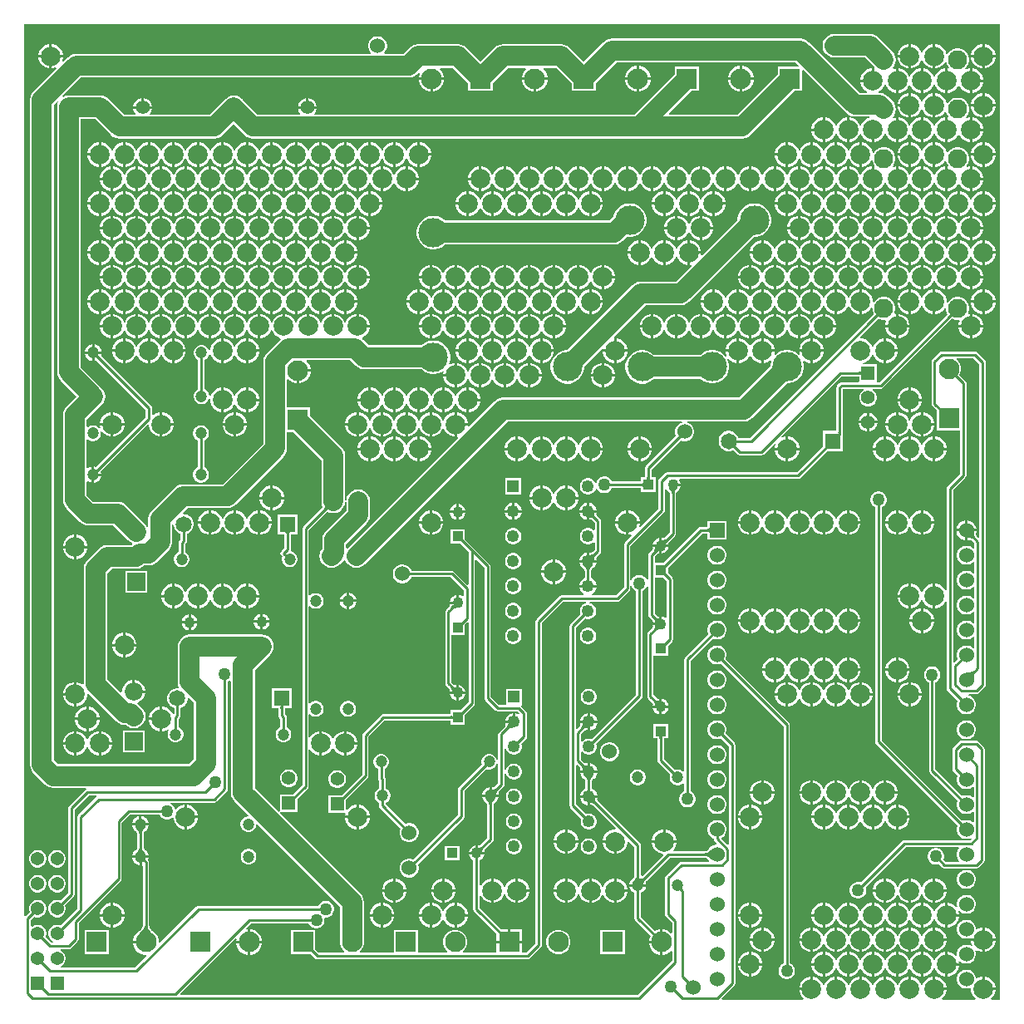
<source format=gtl>
G04*
G04 #@! TF.GenerationSoftware,Altium Limited,Altium Designer,23.8.1 (32)*
G04*
G04 Layer_Physical_Order=1*
G04 Layer_Color=255*
%FSLAX44Y44*%
%MOMM*%
G71*
G04*
G04 #@! TF.SameCoordinates,2C0D8033-C631-4263-A1FA-4DCE3A031024*
G04*
G04*
G04 #@! TF.FilePolarity,Positive*
G04*
G01*
G75*
%ADD12C,0.2540*%
%ADD36C,2.0000*%
%ADD37C,1.1000*%
%ADD38R,1.1000X1.1000*%
%ADD39R,1.1000X1.1000*%
%ADD40R,1.3700X1.3700*%
%ADD41C,1.3700*%
%ADD42C,2.1000*%
%ADD43R,2.1000X2.1000*%
%ADD44R,1.4000X1.4000*%
%ADD45C,1.4000*%
%ADD46R,1.5300X1.5300*%
%ADD47C,1.5300*%
%ADD48R,1.6500X1.6500*%
%ADD49C,1.6500*%
%ADD50C,1.5240*%
%ADD51C,3.0000*%
%ADD52R,1.4000X1.4000*%
%ADD53C,1.2000*%
%ADD54R,2.1000X2.1000*%
%ADD55R,1.2500X1.2500*%
%ADD56C,1.2500*%
%ADD57C,1.9500*%
%ADD58C,1.8450*%
%ADD59R,1.8450X1.8450*%
%ADD60C,2.0000*%
%ADD61C,1.2700*%
G36*
X1791561Y689009D02*
X1783457D01*
X1783013Y690279D01*
X1785035Y692300D01*
X1786685Y695160D01*
X1787540Y698349D01*
Y698730D01*
X1775000D01*
Y700000D01*
X1773730D01*
Y712540D01*
X1773349D01*
X1770160Y711685D01*
X1768447Y710697D01*
X1767256Y711476D01*
X1766672Y713655D01*
X1765402Y715855D01*
X1763605Y717652D01*
X1761405Y718922D01*
X1758951Y719580D01*
X1756409D01*
X1753955Y718922D01*
X1751755Y717652D01*
X1749958Y715855D01*
X1748688Y713655D01*
X1748030Y711200D01*
Y708660D01*
X1748688Y706205D01*
X1749958Y704005D01*
X1751755Y702208D01*
X1753955Y700938D01*
X1756409Y700280D01*
X1758951D01*
X1761190Y700880D01*
X1762460Y700268D01*
Y698349D01*
X1763315Y695160D01*
X1764966Y692300D01*
X1766987Y690279D01*
X1766543Y689009D01*
X1733457D01*
X1733013Y690279D01*
X1735035Y692300D01*
X1736685Y695160D01*
X1737540Y698349D01*
Y698730D01*
X1725000D01*
Y700000D01*
X1723730D01*
Y712540D01*
X1723349D01*
X1720160Y711685D01*
X1717300Y710034D01*
X1714966Y707700D01*
X1713315Y704840D01*
X1713135Y704170D01*
X1711865D01*
X1711685Y704840D01*
X1710035Y707700D01*
X1707700Y710034D01*
X1704840Y711685D01*
X1701651Y712540D01*
X1701270D01*
Y700000D01*
X1698730D01*
Y712540D01*
X1698349D01*
X1695160Y711685D01*
X1692300Y710034D01*
X1689966Y707700D01*
X1688315Y704840D01*
X1688135Y704170D01*
X1686865D01*
X1686685Y704840D01*
X1685035Y707700D01*
X1682700Y710034D01*
X1679840Y711685D01*
X1676651Y712540D01*
X1676270D01*
Y700000D01*
X1673730D01*
Y712540D01*
X1673349D01*
X1670160Y711685D01*
X1667300Y710034D01*
X1664966Y707700D01*
X1663315Y704840D01*
X1663135Y704170D01*
X1661865D01*
X1661685Y704840D01*
X1660035Y707700D01*
X1657700Y710034D01*
X1654840Y711685D01*
X1651651Y712540D01*
X1651270D01*
Y700000D01*
X1648730D01*
Y712540D01*
X1648349D01*
X1645160Y711685D01*
X1642300Y710034D01*
X1639966Y707700D01*
X1638315Y704840D01*
X1638135Y704170D01*
X1636865D01*
X1636685Y704840D01*
X1635035Y707700D01*
X1632700Y710034D01*
X1629840Y711685D01*
X1626651Y712540D01*
X1626270D01*
Y700000D01*
X1623730D01*
Y712540D01*
X1623349D01*
X1620160Y711685D01*
X1617300Y710034D01*
X1614966Y707700D01*
X1613315Y704840D01*
X1613135Y704170D01*
X1611865D01*
X1611685Y704840D01*
X1610034Y707700D01*
X1607700Y710034D01*
X1604840Y711685D01*
X1601651Y712540D01*
X1601270D01*
Y700000D01*
X1600000D01*
Y698730D01*
X1587460D01*
Y698349D01*
X1588315Y695160D01*
X1589966Y692300D01*
X1591987Y690279D01*
X1591543Y689009D01*
X1508945D01*
X1508459Y690182D01*
X1521498Y703221D01*
X1522221Y704303D01*
X1522475Y705579D01*
Y948469D01*
X1522221Y949745D01*
X1521498Y950827D01*
X1512470Y959855D01*
X1512672Y960205D01*
X1513330Y962660D01*
Y965201D01*
X1512672Y967655D01*
X1511402Y969855D01*
X1509605Y971652D01*
X1507405Y972922D01*
X1504951Y973580D01*
X1502410D01*
X1499955Y972922D01*
X1497755Y971652D01*
X1495958Y969855D01*
X1494688Y967655D01*
X1494030Y965201D01*
Y962660D01*
X1494688Y960205D01*
X1495958Y958005D01*
X1497755Y956208D01*
X1499955Y954938D01*
X1502410Y954280D01*
X1504951D01*
X1507405Y954938D01*
X1507755Y955140D01*
X1515806Y947088D01*
Y847178D01*
X1514633Y846692D01*
X1508512Y852813D01*
X1508678Y854073D01*
X1509605Y854608D01*
X1511402Y856405D01*
X1512672Y858605D01*
X1513330Y861059D01*
Y863600D01*
X1512672Y866055D01*
X1511402Y868255D01*
X1509605Y870052D01*
X1507405Y871322D01*
X1504951Y871980D01*
X1502410D01*
X1499955Y871322D01*
X1497755Y870052D01*
X1495958Y868255D01*
X1494688Y866055D01*
X1494030Y863600D01*
Y861059D01*
X1494688Y858605D01*
X1495958Y856405D01*
X1497755Y854608D01*
X1499955Y853338D01*
X1500346Y853233D01*
Y852931D01*
X1500600Y851655D01*
X1501322Y850573D01*
X1503602Y848293D01*
X1503116Y847120D01*
X1502338D01*
X1499747Y846426D01*
X1497423Y845084D01*
X1495526Y843187D01*
X1494787Y841907D01*
X1494649Y841787D01*
X1494052Y841338D01*
X1493484Y840963D01*
X1492969Y840673D01*
X1492513Y840465D01*
X1492123Y840332D01*
X1491803Y840264D01*
X1459658D01*
X1459172Y841437D01*
X1460034Y842300D01*
X1461685Y845160D01*
X1462540Y848349D01*
Y848730D01*
X1437460D01*
Y848349D01*
X1438315Y845160D01*
X1439966Y842300D01*
X1442300Y839966D01*
X1445160Y838315D01*
X1448349Y837460D01*
X1448442D01*
X1448928Y836287D01*
X1427513Y814872D01*
X1427511Y814871D01*
X1426243Y815397D01*
X1426242Y815398D01*
Y846074D01*
X1425988Y847350D01*
X1425266Y848431D01*
X1382280Y891417D01*
X1382150Y891608D01*
X1382001Y891888D01*
X1381859Y892235D01*
X1381728Y892652D01*
X1381615Y893141D01*
X1381570Y893417D01*
X1381884Y894588D01*
X1379411D01*
X1379502Y893428D01*
X1379613Y892746D01*
X1379759Y892117D01*
X1379939Y891542D01*
X1380153Y891021D01*
X1380401Y890553D01*
X1380684Y890138D01*
X1381001Y889777D01*
X1379205Y887981D01*
X1378844Y888298D01*
X1378430Y888581D01*
X1377961Y888829D01*
X1377440Y889043D01*
X1376865Y889223D01*
X1376236Y889369D01*
X1375554Y889480D01*
X1374819Y889557D01*
X1374394Y889570D01*
Y887098D01*
X1375565Y887412D01*
X1375841Y887367D01*
X1376330Y887254D01*
X1376747Y887123D01*
X1377094Y886981D01*
X1377374Y886833D01*
X1377565Y886702D01*
X1400457Y863810D01*
X1399931Y862540D01*
X1398349D01*
X1395160Y861685D01*
X1392300Y860034D01*
X1389966Y857700D01*
X1388315Y854840D01*
X1387460Y851651D01*
Y851270D01*
X1400000D01*
Y850000D01*
X1401270D01*
Y837460D01*
X1401651D01*
X1404840Y838315D01*
X1407700Y839966D01*
X1410034Y842300D01*
X1411685Y845160D01*
X1412540Y848349D01*
Y849931D01*
X1413810Y850457D01*
X1419574Y844693D01*
Y814759D01*
X1419535Y814548D01*
X1419449Y814261D01*
X1419316Y813934D01*
X1419128Y813570D01*
X1418882Y813171D01*
X1418783Y813031D01*
X1417664Y812385D01*
X1416074Y810796D01*
X1414950Y808848D01*
X1414407Y806822D01*
X1422908D01*
X1427698D01*
X1424683Y809837D01*
X1418708D01*
X1419265Y810406D01*
X1420202Y811509D01*
X1420583Y812044D01*
X1420905Y812568D01*
X1421169Y813080D01*
X1421374Y813581D01*
X1421521Y814070D01*
X1421609Y814549D01*
X1421638Y815016D01*
X1424178D01*
X1424207Y814549D01*
X1424295Y814070D01*
X1424442Y813581D01*
X1424647Y813080D01*
X1424910Y812568D01*
X1425233Y812044D01*
X1425463Y811721D01*
X1425855Y811786D01*
X1426453Y811929D01*
X1427001Y812104D01*
X1427501Y812314D01*
X1427951Y812556D01*
X1428351Y812832D01*
X1428702Y813142D01*
X1430498Y811346D01*
X1430189Y810995D01*
X1429912Y810594D01*
X1429670Y810145D01*
X1429461Y809645D01*
X1429285Y809097D01*
X1429142Y808499D01*
X1429034Y807851D01*
X1428958Y807154D01*
X1428947Y806822D01*
X1431409D01*
X1431114Y807924D01*
X1431142Y808093D01*
X1431251Y808549D01*
X1431375Y808939D01*
X1431512Y809265D01*
X1431654Y809529D01*
X1431776Y809705D01*
X1455667Y833596D01*
X1491803D01*
X1492123Y833528D01*
X1492513Y833395D01*
X1492969Y833187D01*
X1493484Y832897D01*
X1494052Y832522D01*
X1494649Y832073D01*
X1494787Y831953D01*
X1495526Y830673D01*
X1495682Y830517D01*
X1495196Y829344D01*
X1467359D01*
X1466084Y829090D01*
X1465002Y828367D01*
X1451792Y815157D01*
X1451070Y814076D01*
X1450816Y812800D01*
Y775970D01*
X1451070Y774694D01*
X1451792Y773613D01*
X1457928Y767477D01*
Y757273D01*
X1456658Y756747D01*
X1455261Y758145D01*
X1452287Y759861D01*
X1448971Y760750D01*
X1448524D01*
Y747710D01*
Y734670D01*
X1448971D01*
X1452287Y735559D01*
X1455261Y737275D01*
X1456658Y738673D01*
X1457928Y738147D01*
Y728583D01*
X1423051Y693706D01*
X957383D01*
X956896Y694879D01*
X1013273Y751256D01*
X1014412Y750599D01*
X1014098Y749427D01*
Y748980D01*
X1025868D01*
Y760750D01*
X1025421D01*
X1024249Y760436D01*
X1023592Y761574D01*
X1028811Y766794D01*
X1087862D01*
X1088897Y765001D01*
X1090452Y763446D01*
X1092356Y762347D01*
X1094480Y761778D01*
X1096678D01*
X1098802Y762347D01*
X1100706Y763446D01*
X1102261Y765001D01*
X1103360Y766905D01*
X1103929Y769029D01*
Y771227D01*
X1103776Y771799D01*
X1104781Y772954D01*
X1106253D01*
X1108377Y773523D01*
X1110281Y774622D01*
X1111836Y776177D01*
X1112935Y778081D01*
X1113504Y780205D01*
Y782403D01*
X1112935Y784527D01*
X1111836Y786431D01*
X1110281Y787986D01*
X1108377Y789085D01*
X1106253Y789654D01*
X1104055D01*
X1101931Y789085D01*
X1100027Y787986D01*
X1098472Y786431D01*
X1097437Y784638D01*
X975360D01*
X974084Y784384D01*
X973002Y783662D01*
X936330Y746989D01*
X935060Y747515D01*
Y749427D01*
X934171Y752743D01*
X932455Y755717D01*
X930027Y758145D01*
X928654Y758937D01*
X927831Y759855D01*
X927114Y760764D01*
X926515Y761615D01*
X926046Y762383D01*
X925703Y763061D01*
X925481Y763635D01*
X925368Y764092D01*
X925354Y764246D01*
Y829174D01*
X925100Y830450D01*
X924504Y831342D01*
X924508Y831348D01*
X925051Y833374D01*
X917820D01*
Y825997D01*
X918686Y825332D01*
Y764246D01*
X918672Y764092D01*
X918559Y763635D01*
X918337Y763061D01*
X917994Y762383D01*
X917524Y761614D01*
X916952Y760801D01*
X915302Y758888D01*
X914013Y758145D01*
X911585Y755717D01*
X909869Y752743D01*
X908980Y749427D01*
Y748980D01*
X922020D01*
Y746440D01*
X908980D01*
Y745993D01*
X909869Y742677D01*
X911585Y739703D01*
X914013Y737275D01*
X916987Y735559D01*
X920303Y734670D01*
X922215D01*
X922741Y733400D01*
X910987Y721646D01*
X835517D01*
X835277Y722916D01*
X837030Y723928D01*
X838678Y725576D01*
X839843Y727594D01*
X840446Y729845D01*
Y732175D01*
X839843Y734426D01*
X838678Y736444D01*
X837030Y738092D01*
X835270Y739108D01*
X835486Y740378D01*
X843280D01*
X844556Y740632D01*
X845638Y741355D01*
X852495Y748213D01*
X853218Y749294D01*
X853472Y750570D01*
Y766715D01*
X896438Y809680D01*
X897160Y810762D01*
X897414Y812038D01*
Y869331D01*
X905621Y877538D01*
X935639D01*
X936674Y875745D01*
X938229Y874190D01*
X940133Y873091D01*
X942257Y872522D01*
X944455D01*
X946579Y873091D01*
X948483Y874190D01*
X948787Y874494D01*
X949960Y874008D01*
Y873349D01*
X950815Y870160D01*
X952466Y867300D01*
X954800Y864966D01*
X957660Y863315D01*
X960849Y862460D01*
X961230D01*
Y875000D01*
Y887540D01*
X960849D01*
X957660Y886685D01*
X954800Y885034D01*
X952749Y882984D01*
X951685Y883123D01*
X951349Y883305D01*
X951137Y884095D01*
X950038Y885999D01*
X948483Y887554D01*
X946913Y888460D01*
X947254Y889730D01*
X991616D01*
X992892Y889984D01*
X993973Y890706D01*
X1004388Y901121D01*
X1005110Y902202D01*
X1005364Y903478D01*
Y1012601D01*
X1007157Y1013636D01*
X1007452Y1013932D01*
X1008722Y1013406D01*
Y899489D01*
X1009135Y896357D01*
X1010344Y893437D01*
X1012268Y890931D01*
X1026264Y876934D01*
X1025738Y875664D01*
X1025379D01*
X1023344Y875119D01*
X1021520Y874066D01*
X1020030Y872576D01*
X1018977Y870752D01*
X1018432Y868717D01*
Y866611D01*
X1018977Y864576D01*
X1020030Y862752D01*
X1021520Y861262D01*
X1023344Y860209D01*
X1025379Y859664D01*
X1027485D01*
X1029520Y860209D01*
X1031344Y861262D01*
X1032833Y862752D01*
X1033887Y864576D01*
X1034432Y866611D01*
Y866970D01*
X1035702Y867496D01*
X1119974Y783224D01*
Y750835D01*
X1119578Y749356D01*
Y746064D01*
X1120430Y742885D01*
X1122076Y740035D01*
X1124208Y737902D01*
X1123933Y736632D01*
X1097871D01*
X1094578Y739925D01*
Y760210D01*
X1069578D01*
Y735210D01*
X1089863D01*
X1094133Y730940D01*
X1095214Y730218D01*
X1096490Y729964D01*
X1310640D01*
X1311916Y730218D01*
X1312997Y730940D01*
X1324682Y742625D01*
X1325404Y743706D01*
X1325658Y744982D01*
Y1072785D01*
X1347073Y1094200D01*
X1370534D01*
X1370701Y1092930D01*
X1369178Y1092522D01*
X1367296Y1091436D01*
X1365760Y1089900D01*
X1364674Y1088018D01*
X1364112Y1085920D01*
Y1083748D01*
X1364630Y1081817D01*
X1354510Y1071697D01*
X1353788Y1070616D01*
X1353534Y1069340D01*
Y886714D01*
X1353788Y885438D01*
X1354510Y884357D01*
X1365392Y873475D01*
X1364874Y871544D01*
Y869372D01*
X1365436Y867274D01*
X1366522Y865392D01*
X1368058Y863856D01*
X1369940Y862770D01*
X1372038Y862208D01*
X1374210D01*
X1376308Y862770D01*
X1378190Y863856D01*
X1379726Y865392D01*
X1380812Y867274D01*
X1381374Y869372D01*
Y871544D01*
X1380812Y873642D01*
X1379726Y875524D01*
X1378190Y877060D01*
X1376308Y878146D01*
X1374210Y878708D01*
X1372038D01*
X1370107Y878191D01*
X1360202Y888095D01*
Y927805D01*
X1361375Y928292D01*
X1363968Y925699D01*
X1364099Y925508D01*
X1364247Y925228D01*
X1364389Y924881D01*
X1364520Y924464D01*
X1364633Y923975D01*
X1364678Y923699D01*
X1364364Y922528D01*
X1366837D01*
X1366746Y923688D01*
X1366635Y924370D01*
X1366489Y924999D01*
X1366309Y925574D01*
X1366095Y926096D01*
X1365847Y926563D01*
X1365564Y926978D01*
X1365247Y927339D01*
X1367043Y929135D01*
X1367404Y928818D01*
X1367818Y928535D01*
X1368286Y928287D01*
X1368808Y928073D01*
X1369383Y927893D01*
X1370012Y927747D01*
X1370694Y927636D01*
X1371429Y927559D01*
X1371854Y927545D01*
Y930018D01*
X1370683Y929704D01*
X1370407Y929749D01*
X1369918Y929862D01*
X1369501Y929993D01*
X1369154Y930135D01*
X1368874Y930283D01*
X1368683Y930414D01*
X1365282Y933815D01*
Y941201D01*
X1366414Y941558D01*
X1366552Y941563D01*
X1368058Y940056D01*
X1369940Y938970D01*
X1372038Y938408D01*
X1374210D01*
X1376308Y938970D01*
X1378190Y940056D01*
X1379726Y941592D01*
X1380812Y943474D01*
X1381374Y945572D01*
Y947744D01*
X1380856Y949675D01*
X1427044Y995863D01*
X1427766Y996944D01*
X1428020Y998220D01*
Y1105565D01*
X1429813Y1106600D01*
X1431368Y1108155D01*
X1432274Y1109725D01*
X1433544Y1109384D01*
Y1081028D01*
X1433798Y1079752D01*
X1434521Y1078671D01*
X1437991Y1075200D01*
X1438094Y1075054D01*
X1438225Y1074820D01*
X1438349Y1074537D01*
X1438462Y1074202D01*
X1438552Y1073847D01*
X1438297Y1072896D01*
X1440727D01*
X1440659Y1073663D01*
X1440555Y1074241D01*
X1440419Y1074778D01*
X1440252Y1075274D01*
X1440053Y1075729D01*
X1439822Y1076142D01*
X1439559Y1076514D01*
X1439265Y1076845D01*
X1441061Y1078642D01*
X1441392Y1078347D01*
X1441764Y1078084D01*
X1442177Y1077853D01*
X1442632Y1077654D01*
X1443128Y1077487D01*
X1443665Y1077351D01*
X1444243Y1077247D01*
X1444863Y1077175D01*
X1445010Y1077166D01*
Y1079609D01*
X1444059Y1079354D01*
X1443705Y1079444D01*
X1443369Y1079558D01*
X1443086Y1079681D01*
X1442852Y1079812D01*
X1442706Y1079915D01*
X1440212Y1082409D01*
Y1118882D01*
X1449065D01*
X1452340Y1115607D01*
Y1078525D01*
X1452326Y1078519D01*
X1451070Y1078144D01*
X1449383Y1079118D01*
X1447550Y1079609D01*
Y1071626D01*
X1446280D01*
Y1070356D01*
X1441995D01*
X1446225Y1066126D01*
X1445523Y1066118D01*
X1444243Y1066005D01*
X1443665Y1065901D01*
X1443128Y1065765D01*
X1442632Y1065598D01*
X1442177Y1065399D01*
X1441764Y1065168D01*
X1441392Y1064905D01*
X1441061Y1064611D01*
X1439265Y1066407D01*
X1439559Y1066738D01*
X1439822Y1067110D01*
X1440053Y1067523D01*
X1440252Y1067978D01*
X1440419Y1068474D01*
X1440555Y1069011D01*
X1440659Y1069589D01*
X1440731Y1070208D01*
X1440740Y1070356D01*
X1438297D01*
X1438552Y1069405D01*
X1438462Y1069051D01*
X1438349Y1068715D01*
X1438225Y1068432D01*
X1438094Y1068198D01*
X1437991Y1068052D01*
X1433504Y1063566D01*
X1432782Y1062484D01*
X1432528Y1061208D01*
Y997966D01*
X1432782Y996690D01*
X1433504Y995609D01*
X1437987Y991126D01*
X1438090Y990980D01*
X1438221Y990746D01*
X1438344Y990463D01*
X1438458Y990127D01*
X1438548Y989773D01*
X1438293Y988822D01*
X1440723D01*
X1440655Y989589D01*
X1440551Y990167D01*
X1440415Y990704D01*
X1440248Y991200D01*
X1440049Y991655D01*
X1439818Y992068D01*
X1439555Y992440D01*
X1439261Y992771D01*
X1441057Y994567D01*
X1441388Y994273D01*
X1441760Y994010D01*
X1442173Y993779D01*
X1442628Y993580D01*
X1443124Y993413D01*
X1443661Y993277D01*
X1444239Y993173D01*
X1444858Y993101D01*
X1445006Y993092D01*
Y995535D01*
X1444055Y995281D01*
X1443701Y995370D01*
X1443365Y995484D01*
X1443082Y995607D01*
X1442848Y995738D01*
X1442702Y995841D01*
X1439196Y999347D01*
Y1039126D01*
X1453780D01*
Y1049411D01*
X1458031Y1053662D01*
X1458754Y1054744D01*
X1459008Y1056020D01*
Y1116988D01*
X1458754Y1118264D01*
X1458031Y1119345D01*
X1453780Y1123597D01*
Y1129167D01*
X1488409Y1163796D01*
X1494030D01*
Y1157480D01*
X1513330D01*
Y1176780D01*
X1494030D01*
Y1170464D01*
X1487028D01*
X1485752Y1170210D01*
X1484671Y1169488D01*
X1449065Y1133882D01*
X1440212D01*
Y1140599D01*
X1442706Y1143093D01*
X1442852Y1143196D01*
X1443086Y1143327D01*
X1443369Y1143450D01*
X1443705Y1143564D01*
X1444059Y1143653D01*
X1445010Y1143399D01*
Y1145828D01*
X1444243Y1145761D01*
X1443665Y1145657D01*
X1443128Y1145521D01*
X1442632Y1145354D01*
X1442177Y1145155D01*
X1441764Y1144924D01*
X1441392Y1144661D01*
X1441061Y1144367D01*
X1439265Y1146163D01*
X1439559Y1146494D01*
X1439822Y1146866D01*
X1440053Y1147279D01*
X1440252Y1147734D01*
X1440419Y1148230D01*
X1440555Y1148767D01*
X1440659Y1149345D01*
X1440731Y1149964D01*
X1440740Y1150112D01*
X1438297D01*
X1438552Y1149161D01*
X1438462Y1148807D01*
X1438349Y1148471D01*
X1438225Y1148188D01*
X1438094Y1147954D01*
X1437991Y1147808D01*
X1434521Y1144337D01*
X1433798Y1143256D01*
X1433544Y1141980D01*
Y1117180D01*
X1432274Y1116839D01*
X1431368Y1118409D01*
X1429813Y1119964D01*
X1427909Y1121063D01*
X1425785Y1121632D01*
X1423587D01*
X1421463Y1121063D01*
X1419559Y1119964D01*
X1418004Y1118409D01*
X1416905Y1116505D01*
X1416844Y1116277D01*
X1415574Y1116445D01*
Y1151017D01*
X1449650Y1185092D01*
X1450372Y1186174D01*
X1450626Y1187450D01*
Y1208861D01*
X1451896Y1209201D01*
X1452346Y1208421D01*
X1453843Y1206924D01*
X1454885Y1206323D01*
X1455073Y1206009D01*
X1455230Y1205691D01*
X1455342Y1205404D01*
X1455415Y1205145D01*
X1455446Y1204969D01*
Y1165263D01*
X1449854Y1159671D01*
X1449708Y1159568D01*
X1449474Y1159437D01*
X1449191Y1159314D01*
X1448856Y1159200D01*
X1448501Y1159110D01*
X1447550Y1159365D01*
Y1156936D01*
X1448317Y1157003D01*
X1448895Y1157107D01*
X1449432Y1157243D01*
X1449928Y1157410D01*
X1450383Y1157609D01*
X1450796Y1157840D01*
X1451169Y1158103D01*
X1451499Y1158398D01*
X1453295Y1156601D01*
X1453001Y1156270D01*
X1452738Y1155898D01*
X1452507Y1155485D01*
X1452308Y1155030D01*
X1452141Y1154534D01*
X1452005Y1153997D01*
X1451901Y1153419D01*
X1451829Y1152800D01*
X1451820Y1152652D01*
X1454263D01*
X1454009Y1153603D01*
X1454098Y1153958D01*
X1454212Y1154293D01*
X1454335Y1154576D01*
X1454466Y1154810D01*
X1454570Y1154956D01*
X1461137Y1161524D01*
X1461860Y1162606D01*
X1462114Y1163882D01*
Y1204969D01*
X1462144Y1205145D01*
X1462217Y1205403D01*
X1462330Y1205691D01*
X1462487Y1206009D01*
X1462674Y1206323D01*
X1463717Y1206924D01*
X1465213Y1208421D01*
X1466272Y1210255D01*
X1466763Y1212088D01*
X1458780D01*
Y1214628D01*
X1466763D01*
X1466272Y1216461D01*
X1465296Y1218152D01*
X1465650Y1219349D01*
X1465681Y1219422D01*
X1586398D01*
X1587674Y1219676D01*
X1588756Y1220398D01*
X1616169Y1247812D01*
X1631954D01*
Y1264720D01*
X1632018Y1265042D01*
Y1311327D01*
X1632061Y1311370D01*
X1652900D01*
X1653241Y1310100D01*
X1652132Y1309460D01*
X1650456Y1307784D01*
X1649271Y1305732D01*
X1648658Y1303443D01*
Y1301073D01*
X1649271Y1298784D01*
X1650456Y1296732D01*
X1652132Y1295056D01*
X1654184Y1293871D01*
X1656473Y1293258D01*
X1658843D01*
X1661132Y1293871D01*
X1663184Y1295056D01*
X1664860Y1296732D01*
X1666044Y1298784D01*
X1666658Y1301073D01*
Y1303443D01*
X1666044Y1305732D01*
X1664860Y1307784D01*
X1663184Y1309460D01*
X1662075Y1310100D01*
X1662415Y1311370D01*
X1670504D01*
X1671780Y1311624D01*
X1672862Y1312346D01*
X1743178Y1382662D01*
X1744255Y1382041D01*
X1747243Y1381240D01*
X1750156D01*
X1751063Y1380271D01*
X1750815Y1379840D01*
X1749960Y1376651D01*
Y1376270D01*
X1761230D01*
Y1387540D01*
X1760849D01*
X1760511Y1387449D01*
X1760128Y1387948D01*
X1759769Y1388565D01*
X1760540Y1391443D01*
Y1394537D01*
X1759739Y1397525D01*
X1758192Y1400204D01*
X1756005Y1402392D01*
X1753325Y1403939D01*
X1750337Y1404740D01*
X1747243D01*
X1744255Y1403939D01*
X1741575Y1402392D01*
X1739388Y1400204D01*
X1738810Y1399204D01*
X1737540Y1399544D01*
Y1401651D01*
X1736685Y1404840D01*
X1735035Y1407700D01*
X1732700Y1410034D01*
X1729840Y1411685D01*
X1726651Y1412540D01*
X1726270D01*
Y1400000D01*
Y1387460D01*
X1726651D01*
X1729840Y1388315D01*
X1732700Y1389966D01*
X1735035Y1392300D01*
X1735770Y1393574D01*
X1737040Y1393234D01*
Y1391443D01*
X1737841Y1388454D01*
X1738463Y1387377D01*
X1669123Y1318038D01*
X1667837D01*
X1666658Y1318258D01*
X1666658Y1319308D01*
Y1336258D01*
X1652072D01*
X1651905Y1337528D01*
X1654840Y1338315D01*
X1657700Y1339966D01*
X1660035Y1342300D01*
X1661685Y1345160D01*
X1661865Y1345830D01*
X1663135D01*
X1663315Y1345160D01*
X1664966Y1342300D01*
X1667300Y1339966D01*
X1670160Y1338315D01*
X1673349Y1337460D01*
X1673730D01*
Y1350000D01*
Y1362540D01*
X1673349D01*
X1670160Y1361685D01*
X1667300Y1360034D01*
X1664966Y1357700D01*
X1663315Y1354840D01*
X1663135Y1354170D01*
X1661865D01*
X1661685Y1354840D01*
X1660035Y1357700D01*
X1657700Y1360034D01*
X1654840Y1361685D01*
X1651651Y1362540D01*
X1649851D01*
X1649325Y1363810D01*
X1668177Y1382662D01*
X1669255Y1382041D01*
X1672243Y1381240D01*
X1675156D01*
X1676063Y1380271D01*
X1675815Y1379840D01*
X1674960Y1376651D01*
Y1376270D01*
X1686230D01*
Y1387540D01*
X1685849D01*
X1685511Y1387449D01*
X1685128Y1387948D01*
X1684769Y1388565D01*
X1685540Y1391443D01*
Y1394537D01*
X1684739Y1397525D01*
X1683192Y1400204D01*
X1681005Y1402392D01*
X1678325Y1403939D01*
X1675337Y1404740D01*
X1672243D01*
X1669255Y1403939D01*
X1666575Y1402392D01*
X1664388Y1400204D01*
X1663810Y1399204D01*
X1662540Y1399545D01*
Y1401651D01*
X1661685Y1404840D01*
X1660035Y1407700D01*
X1657700Y1410034D01*
X1654840Y1411685D01*
X1651651Y1412540D01*
X1651270D01*
Y1400000D01*
Y1387460D01*
X1651651D01*
X1654840Y1388315D01*
X1657700Y1389966D01*
X1660035Y1392300D01*
X1660770Y1393574D01*
X1662040Y1393234D01*
Y1391443D01*
X1662841Y1388454D01*
X1663463Y1387377D01*
X1537481Y1261396D01*
X1525422D01*
X1525255Y1262018D01*
X1523906Y1264356D01*
X1521998Y1266264D01*
X1519660Y1267614D01*
X1517053Y1268312D01*
X1514354D01*
X1511747Y1267614D01*
X1509410Y1266264D01*
X1507502Y1264356D01*
X1506152Y1262018D01*
X1505454Y1259411D01*
Y1256713D01*
X1506152Y1254106D01*
X1507502Y1251768D01*
X1509410Y1249860D01*
X1511747Y1248511D01*
X1514354Y1247812D01*
X1517053D01*
X1519660Y1248511D01*
X1520218Y1248833D01*
X1524522Y1244529D01*
X1525604Y1243806D01*
X1526880Y1243552D01*
X1548892D01*
X1550168Y1243806D01*
X1551250Y1244529D01*
X1562240Y1255519D01*
X1563315Y1254840D01*
X1562460Y1251651D01*
Y1251270D01*
X1573730D01*
Y1262540D01*
X1573349D01*
X1570160Y1261685D01*
X1569481Y1262760D01*
X1630645Y1323924D01*
X1648658D01*
X1648658Y1318258D01*
X1647479Y1318038D01*
X1630680D01*
X1629404Y1317784D01*
X1628322Y1317061D01*
X1626326Y1315066D01*
X1625604Y1313984D01*
X1625350Y1312708D01*
Y1268312D01*
X1611454D01*
Y1252527D01*
X1585017Y1226090D01*
X1452880D01*
X1451604Y1225836D01*
X1450522Y1225114D01*
X1444935Y1219526D01*
X1444212Y1218444D01*
X1443958Y1217168D01*
Y1188831D01*
X1425578Y1170452D01*
X1424440Y1171109D01*
X1425040Y1173349D01*
Y1173730D01*
X1413770D01*
Y1162460D01*
X1414151D01*
X1416391Y1163060D01*
X1417049Y1161922D01*
X1409883Y1154755D01*
X1409160Y1153674D01*
X1408906Y1152398D01*
Y1109075D01*
X1400699Y1100868D01*
X1376793D01*
X1376631Y1101083D01*
X1376970Y1102745D01*
X1377759Y1103200D01*
X1379396Y1104837D01*
X1380553Y1106841D01*
X1381122Y1108964D01*
X1372362D01*
X1363602D01*
X1364171Y1106841D01*
X1365328Y1104837D01*
X1366965Y1103200D01*
X1367754Y1102745D01*
X1368093Y1101083D01*
X1367931Y1100868D01*
X1345692D01*
X1344416Y1100614D01*
X1343334Y1099892D01*
X1319966Y1076524D01*
X1319244Y1075442D01*
X1318990Y1074166D01*
Y746363D01*
X1309259Y736632D01*
X1305138D01*
Y746440D01*
X1279058D01*
Y736632D01*
X1245125D01*
X1244850Y737902D01*
X1246982Y740035D01*
X1248628Y742885D01*
X1249480Y746064D01*
Y749356D01*
X1248628Y752535D01*
X1246982Y755385D01*
X1244655Y757712D01*
X1241805Y759358D01*
X1238626Y760210D01*
X1235334D01*
X1232155Y759358D01*
X1229305Y757712D01*
X1226977Y755385D01*
X1225332Y752535D01*
X1224480Y749356D01*
Y746064D01*
X1225332Y742885D01*
X1226977Y740035D01*
X1229110Y737902D01*
X1228835Y736632D01*
X1199480D01*
Y760210D01*
X1174480D01*
Y736632D01*
X1140223D01*
X1139948Y737902D01*
X1142081Y740035D01*
X1143726Y742885D01*
X1144578Y746064D01*
Y749356D01*
X1144182Y750835D01*
Y788237D01*
X1143769Y791370D01*
X1142560Y794289D01*
X1140637Y796796D01*
X1058368Y879064D01*
X1058974Y880254D01*
X1076562D01*
Y893539D01*
X1086937Y903914D01*
X1087660Y904996D01*
X1087914Y906272D01*
Y943314D01*
X1089184Y943654D01*
X1089966Y942300D01*
X1092300Y939966D01*
X1095160Y938315D01*
X1098349Y937460D01*
X1098730D01*
Y950000D01*
Y962540D01*
X1098349D01*
X1095160Y961685D01*
X1092300Y960034D01*
X1089966Y957700D01*
X1089184Y956346D01*
X1087914Y956686D01*
Y979100D01*
X1089184Y979626D01*
X1090082Y978728D01*
X1091906Y977675D01*
X1093941Y977130D01*
X1096047D01*
X1098082Y977675D01*
X1099906Y978728D01*
X1101396Y980218D01*
X1102449Y982042D01*
X1102994Y984077D01*
Y986183D01*
X1102449Y988218D01*
X1101396Y990042D01*
X1099906Y991531D01*
X1098082Y992585D01*
X1096047Y993130D01*
X1093941D01*
X1091906Y992585D01*
X1090082Y991531D01*
X1089184Y990634D01*
X1087914Y991160D01*
Y1089100D01*
X1089184Y1089626D01*
X1090082Y1088729D01*
X1091906Y1087675D01*
X1093941Y1087130D01*
X1096047D01*
X1098082Y1087675D01*
X1099906Y1088729D01*
X1101396Y1090218D01*
X1102449Y1092042D01*
X1102994Y1094077D01*
Y1096183D01*
X1102449Y1098218D01*
X1101396Y1100042D01*
X1099906Y1101532D01*
X1098082Y1102585D01*
X1096047Y1103130D01*
X1093941D01*
X1091906Y1102585D01*
X1090082Y1101532D01*
X1089184Y1100634D01*
X1087914Y1101160D01*
Y1167019D01*
X1106767Y1185872D01*
X1106975Y1186007D01*
X1109641Y1184903D01*
X1112774Y1184490D01*
X1115907Y1184903D01*
X1118826Y1186112D01*
X1121332Y1188036D01*
X1123256Y1190542D01*
X1124465Y1193461D01*
X1124799Y1195995D01*
X1124800Y1196008D01*
X1126070Y1195925D01*
X1126070Y1195915D01*
Y1187383D01*
X1105297Y1166610D01*
X1103374Y1164104D01*
X1102165Y1161185D01*
X1101752Y1158052D01*
Y1148634D01*
X1100514Y1147020D01*
X1099305Y1144101D01*
X1098892Y1140968D01*
X1099305Y1137835D01*
X1100514Y1134916D01*
X1102438Y1132410D01*
X1104944Y1130486D01*
X1107863Y1129277D01*
X1110996Y1128864D01*
X1114129Y1129277D01*
X1117048Y1130486D01*
X1119555Y1132410D01*
X1122414Y1135269D01*
X1123699Y1136944D01*
X1125153Y1136753D01*
X1125914Y1134916D01*
X1127838Y1132410D01*
X1130344Y1130486D01*
X1133263Y1129277D01*
X1136396Y1128864D01*
X1139529Y1129277D01*
X1142448Y1130486D01*
X1144955Y1132410D01*
X1290508Y1277962D01*
X1468034D01*
X1468201Y1276692D01*
X1467201Y1276424D01*
X1465007Y1275158D01*
X1463216Y1273367D01*
X1461950Y1271173D01*
X1461294Y1268727D01*
Y1266193D01*
X1461950Y1263747D01*
X1462146Y1263407D01*
X1431423Y1232684D01*
X1430700Y1231602D01*
X1430446Y1230326D01*
Y1220858D01*
X1426280D01*
Y1216692D01*
X1396843D01*
X1395808Y1218485D01*
X1394253Y1220040D01*
X1392349Y1221139D01*
X1390225Y1221708D01*
X1388027D01*
X1385903Y1221139D01*
X1383999Y1220040D01*
X1382444Y1218485D01*
X1381345Y1216581D01*
X1381113Y1215716D01*
X1379751Y1215537D01*
X1378964Y1216900D01*
X1377428Y1218436D01*
X1375546Y1219522D01*
X1373448Y1220084D01*
X1371276D01*
X1369178Y1219522D01*
X1367296Y1218436D01*
X1365760Y1216900D01*
X1364674Y1215018D01*
X1364112Y1212920D01*
Y1210748D01*
X1364674Y1208650D01*
X1365760Y1206768D01*
X1367296Y1205232D01*
X1369178Y1204146D01*
X1371276Y1203584D01*
X1373448D01*
X1375546Y1204146D01*
X1377428Y1205232D01*
X1378964Y1206768D01*
X1380050Y1208650D01*
X1380267Y1209462D01*
X1381630Y1209641D01*
X1382444Y1208231D01*
X1383999Y1206676D01*
X1385903Y1205577D01*
X1388027Y1205008D01*
X1390225D01*
X1392349Y1205577D01*
X1394253Y1206676D01*
X1395808Y1208231D01*
X1396843Y1210024D01*
X1426280D01*
Y1205858D01*
X1441280D01*
Y1220858D01*
X1437114D01*
Y1228945D01*
X1466861Y1258692D01*
X1467201Y1258496D01*
X1469648Y1257840D01*
X1472180D01*
X1474627Y1258496D01*
X1476821Y1259762D01*
X1478612Y1261553D01*
X1479878Y1263747D01*
X1480534Y1266193D01*
Y1268727D01*
X1479878Y1271173D01*
X1478612Y1273367D01*
X1476821Y1275158D01*
X1474627Y1276424D01*
X1473627Y1276692D01*
X1473794Y1277962D01*
X1531366D01*
X1534499Y1278375D01*
X1537418Y1279584D01*
X1539924Y1281508D01*
X1575171Y1316754D01*
X1576728D01*
X1580013Y1317407D01*
X1583107Y1318689D01*
X1585891Y1320549D01*
X1588259Y1322917D01*
X1590119Y1325701D01*
X1591401Y1328795D01*
X1592054Y1332080D01*
Y1335428D01*
X1591401Y1338713D01*
X1591149Y1339321D01*
X1592225Y1340041D01*
X1592300Y1339966D01*
X1595160Y1338315D01*
X1598349Y1337460D01*
X1598730D01*
Y1348730D01*
X1587460D01*
Y1348349D01*
X1587886Y1346760D01*
X1586747Y1346102D01*
X1585891Y1346959D01*
X1583107Y1348819D01*
X1580013Y1350101D01*
X1576728Y1350754D01*
X1573380D01*
X1570095Y1350101D01*
X1567001Y1348819D01*
X1564217Y1346959D01*
X1563213Y1345955D01*
X1562075Y1346612D01*
X1562540Y1348349D01*
Y1348730D01*
X1551270D01*
Y1337460D01*
X1551651D01*
X1554840Y1338315D01*
X1557700Y1339966D01*
X1557959Y1340225D01*
X1559036Y1339505D01*
X1558707Y1338713D01*
X1558054Y1335428D01*
Y1333871D01*
X1526353Y1302170D01*
X1285494D01*
X1282361Y1301757D01*
X1279442Y1300548D01*
X1276936Y1298625D01*
X1251067Y1272756D01*
X1251022Y1272782D01*
X1250040Y1273525D01*
Y1273730D01*
X1238770D01*
Y1262460D01*
X1238975D01*
X1239718Y1261478D01*
X1239744Y1261433D01*
X1127838Y1149527D01*
X1127162Y1148646D01*
X1125960Y1149055D01*
Y1153039D01*
X1146732Y1173811D01*
X1148656Y1176318D01*
X1149865Y1179237D01*
X1150278Y1182370D01*
Y1196594D01*
X1149865Y1199727D01*
X1148656Y1202646D01*
X1146732Y1205153D01*
X1144226Y1207076D01*
X1141307Y1208285D01*
X1138174Y1208698D01*
X1135041Y1208285D01*
X1132122Y1207076D01*
X1129615Y1205153D01*
X1127692Y1202646D01*
X1126483Y1199727D01*
X1126149Y1197193D01*
X1126148Y1197180D01*
X1124878Y1197263D01*
X1124878Y1197273D01*
Y1243584D01*
X1124465Y1246717D01*
X1123256Y1249636D01*
X1121332Y1252142D01*
X1089206Y1284269D01*
Y1292152D01*
X1065770D01*
Y1320351D01*
X1067040Y1320877D01*
X1068699Y1319217D01*
X1071673Y1317500D01*
X1074989Y1316612D01*
X1075436D01*
Y1329652D01*
X1076706D01*
Y1330922D01*
X1089746D01*
Y1331369D01*
X1088857Y1334685D01*
X1087141Y1337659D01*
X1085481Y1339318D01*
X1086007Y1340588D01*
X1130013D01*
X1135754Y1334848D01*
X1138260Y1332924D01*
X1141180Y1331715D01*
X1144312Y1331302D01*
X1202944D01*
X1204045Y1330201D01*
X1206830Y1328341D01*
X1209923Y1327059D01*
X1213208Y1326406D01*
X1216556D01*
X1219841Y1327059D01*
X1222934Y1328341D01*
X1224352Y1329288D01*
X1225455Y1328497D01*
X1224960Y1326651D01*
Y1326270D01*
X1236230D01*
Y1337540D01*
X1235849D01*
X1232660Y1336685D01*
X1231626Y1336089D01*
X1230618Y1336973D01*
X1231229Y1338447D01*
X1231882Y1341732D01*
Y1345080D01*
X1231229Y1348365D01*
X1229947Y1351458D01*
X1228087Y1354243D01*
X1225719Y1356611D01*
X1222934Y1358471D01*
X1219841Y1359753D01*
X1216556Y1360406D01*
X1213208D01*
X1209923Y1359753D01*
X1206830Y1358471D01*
X1204045Y1356611D01*
X1202944Y1355510D01*
X1149326D01*
X1143585Y1361250D01*
X1142423Y1362142D01*
X1142706Y1363526D01*
X1145200Y1364966D01*
X1147534Y1367300D01*
X1149185Y1370160D01*
X1150040Y1373349D01*
Y1373730D01*
X1137500D01*
Y1375000D01*
X1136230D01*
Y1387540D01*
X1135849D01*
X1132660Y1386685D01*
X1129800Y1385034D01*
X1127466Y1382700D01*
X1125815Y1379840D01*
X1125635Y1379170D01*
X1124365D01*
X1124185Y1379840D01*
X1122534Y1382700D01*
X1120200Y1385034D01*
X1117340Y1386685D01*
X1114151Y1387540D01*
X1113770D01*
Y1375000D01*
X1111230D01*
Y1387540D01*
X1110849D01*
X1107660Y1386685D01*
X1104800Y1385034D01*
X1102466Y1382700D01*
X1100815Y1379840D01*
X1100635Y1379170D01*
X1099365D01*
X1099185Y1379840D01*
X1097534Y1382700D01*
X1095200Y1385034D01*
X1092340Y1386685D01*
X1089151Y1387540D01*
X1088770D01*
Y1375000D01*
X1086230D01*
Y1387540D01*
X1085849D01*
X1082660Y1386685D01*
X1079800Y1385034D01*
X1077466Y1382700D01*
X1075815Y1379840D01*
X1075635Y1379170D01*
X1074365D01*
X1074185Y1379840D01*
X1072534Y1382700D01*
X1070200Y1385034D01*
X1067340Y1386685D01*
X1064151Y1387540D01*
X1063770D01*
Y1375000D01*
X1061230D01*
Y1387540D01*
X1060849D01*
X1057660Y1386685D01*
X1054800Y1385034D01*
X1052466Y1382700D01*
X1050815Y1379840D01*
X1050635Y1379170D01*
X1049365D01*
X1049185Y1379840D01*
X1047534Y1382700D01*
X1045200Y1385034D01*
X1042340Y1386685D01*
X1039151Y1387540D01*
X1038770D01*
Y1375000D01*
Y1362460D01*
X1039151D01*
X1042340Y1363315D01*
X1045200Y1364966D01*
X1047534Y1367300D01*
X1049185Y1370160D01*
X1049365Y1370830D01*
X1050635D01*
X1050815Y1370160D01*
X1052466Y1367300D01*
X1054800Y1364966D01*
X1057660Y1363315D01*
X1058967Y1362964D01*
X1059215Y1361719D01*
X1058604Y1361250D01*
X1045108Y1347754D01*
X1043184Y1345247D01*
X1041975Y1342328D01*
X1041563Y1339195D01*
Y1255530D01*
X1000064Y1214032D01*
X959760D01*
X956628Y1213619D01*
X953709Y1212410D01*
X951202Y1210487D01*
X927930Y1187215D01*
X926007Y1184708D01*
X924798Y1181789D01*
X924385Y1178656D01*
Y1170403D01*
X923115Y1170150D01*
X922596Y1171404D01*
X920673Y1173911D01*
X901877Y1192707D01*
X899370Y1194630D01*
X896451Y1195839D01*
X893318Y1196252D01*
X868391D01*
X861599Y1203044D01*
Y1216472D01*
X862201Y1216721D01*
X862869Y1216894D01*
X864740Y1215814D01*
X866766Y1215271D01*
Y1223772D01*
Y1232273D01*
X864740Y1231730D01*
X862869Y1230650D01*
X862201Y1230823D01*
X861599Y1231072D01*
Y1259265D01*
X862869Y1259791D01*
X863126Y1259534D01*
X864950Y1258481D01*
X866985Y1257936D01*
X869091D01*
X871126Y1258481D01*
X872950Y1259534D01*
X874439Y1261024D01*
X875493Y1262848D01*
X876038Y1264883D01*
Y1266989D01*
X875916Y1267444D01*
X877099Y1267934D01*
X877466Y1267300D01*
X879800Y1264966D01*
X882660Y1263315D01*
X885849Y1262460D01*
X886230D01*
Y1273730D01*
X874960D01*
Y1273349D01*
X875440Y1271560D01*
X874987Y1271237D01*
X874270Y1271018D01*
X872950Y1272338D01*
X871126Y1273391D01*
X869091Y1273936D01*
X866985D01*
X864950Y1273391D01*
X863126Y1272338D01*
X862869Y1272081D01*
X861599Y1272607D01*
Y1279467D01*
X877102Y1294969D01*
X879026Y1297476D01*
X880235Y1300395D01*
X880647Y1303528D01*
X880235Y1306661D01*
X879026Y1309580D01*
X877102Y1312086D01*
X855730Y1333459D01*
Y1585810D01*
X870389D01*
X886385Y1569815D01*
X888891Y1567892D01*
X891811Y1566683D01*
X894943Y1566270D01*
X992076D01*
X995208Y1566683D01*
X998128Y1567892D01*
X1000634Y1569815D01*
X1011612Y1580793D01*
X1022594Y1569811D01*
X1025100Y1567888D01*
X1028019Y1566679D01*
X1031152Y1566266D01*
X1529310D01*
X1532442Y1566679D01*
X1535361Y1567888D01*
X1537868Y1569811D01*
X1582681Y1614624D01*
X1590564D01*
Y1635510D01*
X1591737Y1635996D01*
X1635838Y1591895D01*
X1638344Y1589972D01*
X1641263Y1588763D01*
X1644396Y1588350D01*
X1658967D01*
X1659134Y1587080D01*
X1657660Y1586685D01*
X1654800Y1585034D01*
X1652466Y1582700D01*
X1650815Y1579840D01*
X1650635Y1579170D01*
X1649365D01*
X1649185Y1579840D01*
X1647535Y1582700D01*
X1645200Y1585034D01*
X1642340Y1586685D01*
X1639151Y1587540D01*
X1638770D01*
Y1575000D01*
Y1562460D01*
X1639151D01*
X1642340Y1563315D01*
X1645200Y1564966D01*
X1647535Y1567300D01*
X1649185Y1570160D01*
X1649365Y1570830D01*
X1650635D01*
X1650815Y1570160D01*
X1652466Y1567300D01*
X1654800Y1564966D01*
X1657660Y1563315D01*
X1660849Y1562460D01*
X1661230D01*
Y1575000D01*
X1663770D01*
Y1562460D01*
X1664151D01*
X1667340Y1563315D01*
X1670200Y1564966D01*
X1672535Y1567300D01*
X1674185Y1570160D01*
X1674365Y1570830D01*
X1675635D01*
X1675815Y1570160D01*
X1677466Y1567300D01*
X1679800Y1564966D01*
X1682660Y1563315D01*
X1685849Y1562460D01*
X1686230D01*
Y1575000D01*
Y1587540D01*
X1685849D01*
X1683562Y1586927D01*
X1682817Y1588042D01*
X1684272Y1589938D01*
X1685481Y1592858D01*
X1685894Y1595990D01*
X1685481Y1599123D01*
X1684272Y1602042D01*
X1682348Y1604549D01*
X1677885Y1609012D01*
X1675378Y1610936D01*
X1672459Y1612145D01*
X1669326Y1612558D01*
X1668569D01*
X1668229Y1613828D01*
X1670200Y1614966D01*
X1672535Y1617300D01*
X1674185Y1620160D01*
X1674365Y1620830D01*
X1675635D01*
X1675815Y1620160D01*
X1677466Y1617300D01*
X1679800Y1614966D01*
X1682660Y1613315D01*
X1685849Y1612460D01*
X1686230D01*
Y1625000D01*
Y1637540D01*
X1685849D01*
X1683605Y1636939D01*
X1683363Y1637122D01*
X1683124Y1638842D01*
X1684272Y1640338D01*
X1685481Y1643257D01*
X1685894Y1646390D01*
X1685481Y1649523D01*
X1684272Y1652442D01*
X1682348Y1654948D01*
X1668086Y1669211D01*
X1665580Y1671134D01*
X1662660Y1672343D01*
X1659528Y1672756D01*
X1623314D01*
X1620181Y1672343D01*
X1617262Y1671134D01*
X1614756Y1669211D01*
X1612832Y1666704D01*
X1611623Y1663785D01*
X1611210Y1660652D01*
X1611623Y1657519D01*
X1612832Y1654600D01*
X1614756Y1652094D01*
X1617262Y1650170D01*
X1620181Y1648961D01*
X1623314Y1648548D01*
X1654514D01*
X1664317Y1638745D01*
X1664313Y1638715D01*
X1663770Y1637627D01*
Y1625000D01*
X1662500D01*
Y1623730D01*
X1649960D01*
Y1623349D01*
X1650815Y1620160D01*
X1652466Y1617300D01*
X1654800Y1614966D01*
X1656771Y1613828D01*
X1656431Y1612558D01*
X1649409D01*
X1597500Y1664467D01*
X1594993Y1666390D01*
X1592074Y1667599D01*
X1588942Y1668012D01*
X1396828D01*
X1393696Y1667599D01*
X1390777Y1666390D01*
X1388270Y1664467D01*
X1368044Y1644241D01*
X1353563Y1658722D01*
X1351056Y1660646D01*
X1348137Y1661855D01*
X1345004Y1662267D01*
X1285928D01*
X1282795Y1661855D01*
X1279876Y1660646D01*
X1277369Y1658722D01*
X1262888Y1644241D01*
X1248407Y1658722D01*
X1245900Y1660646D01*
X1242981Y1661855D01*
X1239848Y1662267D01*
X1199579D01*
X1198282Y1662097D01*
X1196447Y1661855D01*
X1196447Y1661855D01*
X1196446D01*
X1195273Y1661369D01*
X1193528Y1660646D01*
X1193527Y1660646D01*
X1193527Y1660646D01*
X1192178Y1659611D01*
X1191021Y1658723D01*
X1184891Y1652594D01*
X1165330D01*
X1164804Y1653864D01*
X1165684Y1654743D01*
X1166950Y1656937D01*
X1167606Y1659384D01*
Y1661917D01*
X1166950Y1664363D01*
X1165684Y1666557D01*
X1163893Y1668348D01*
X1161699Y1669614D01*
X1159252Y1670270D01*
X1156720D01*
X1154273Y1669614D01*
X1152079Y1668348D01*
X1150288Y1666557D01*
X1149022Y1664363D01*
X1148366Y1661917D01*
Y1659384D01*
X1149022Y1656937D01*
X1150288Y1654743D01*
X1151168Y1653864D01*
X1150642Y1652594D01*
X850996D01*
X847863Y1652181D01*
X844944Y1650972D01*
X842438Y1649048D01*
X837610Y1644221D01*
X836593Y1645000D01*
X836685Y1645160D01*
X837540Y1648349D01*
Y1648730D01*
X826270D01*
Y1637460D01*
X826651D01*
X829840Y1638315D01*
X829999Y1638407D01*
X830779Y1637390D01*
X807543Y1614155D01*
X805620Y1611648D01*
X804411Y1608729D01*
X803998Y1605596D01*
Y928492D01*
X803998Y928492D01*
X803998Y928492D01*
X804411Y925359D01*
X804411Y925359D01*
X804411Y925359D01*
X805170Y923528D01*
X805620Y922440D01*
X805620Y922440D01*
X805620Y922440D01*
X806657Y921088D01*
X807543Y919933D01*
X807544Y919933D01*
X807544Y919933D01*
X819260Y908218D01*
X820415Y907331D01*
X821766Y906294D01*
X821766Y906294D01*
X821767Y906294D01*
X823305Y905657D01*
X824685Y905085D01*
X824686Y905085D01*
X824686Y905085D01*
X826443Y904854D01*
X827818Y904673D01*
X860936D01*
X861143Y904026D01*
X861147Y903403D01*
X860227Y902787D01*
X843717Y886277D01*
X842994Y885196D01*
X842740Y883920D01*
Y797669D01*
X835085Y790014D01*
X835012Y790057D01*
X832761Y790660D01*
X830431D01*
X828180Y790057D01*
X826162Y788892D01*
X824514Y787244D01*
X823349Y785226D01*
X822746Y782975D01*
Y780645D01*
X823349Y778394D01*
X824514Y776376D01*
X826162Y774728D01*
X828180Y773563D01*
X830431Y772960D01*
X832761D01*
X835012Y773563D01*
X837030Y774728D01*
X838678Y776376D01*
X839843Y778394D01*
X840446Y780645D01*
Y782975D01*
X839843Y785226D01*
X839800Y785299D01*
X848431Y793930D01*
X849154Y795012D01*
X849408Y796288D01*
Y882539D01*
X863965Y897096D01*
X871622D01*
X872028Y895921D01*
X872008Y895826D01*
X871403Y895422D01*
X853369Y877387D01*
X852646Y876306D01*
X852392Y875030D01*
Y781921D01*
X835085Y764614D01*
X835012Y764657D01*
X832761Y765260D01*
X830431D01*
X828180Y764657D01*
X826162Y763492D01*
X824514Y761844D01*
X823349Y759826D01*
X822746Y757575D01*
Y755245D01*
X823349Y752994D01*
X824514Y750976D01*
X826162Y749328D01*
X827915Y748316D01*
X827675Y747046D01*
X825865D01*
X819988Y752923D01*
X820031Y752996D01*
X820634Y755247D01*
Y757577D01*
X820031Y759828D01*
X818866Y761846D01*
X817218Y763494D01*
X815200Y764659D01*
X812949Y765262D01*
X810619D01*
X808368Y764659D01*
X806350Y763494D01*
X806131Y763275D01*
X804958Y763761D01*
Y770271D01*
X808295Y773607D01*
X808368Y773565D01*
X810619Y772962D01*
X812949D01*
X815200Y773565D01*
X817218Y774730D01*
X818866Y776378D01*
X820031Y778396D01*
X820634Y780647D01*
Y782977D01*
X820031Y785228D01*
X818866Y787246D01*
X817218Y788894D01*
X815200Y790059D01*
X812949Y790662D01*
X810619D01*
X808368Y790059D01*
X806350Y788894D01*
X804702Y787246D01*
X803537Y785228D01*
X802934Y782977D01*
Y780647D01*
X803537Y778396D01*
X803579Y778323D01*
X799499Y774242D01*
X798590Y774477D01*
X798229Y774727D01*
Y1682341D01*
X1791561D01*
Y689009D01*
D02*
G37*
G36*
X1586936Y1640797D02*
X1586450Y1639624D01*
X1565564D01*
Y1631741D01*
X1524296Y1590473D01*
X1455180D01*
X1454694Y1591647D01*
X1477671Y1614624D01*
X1485554D01*
Y1639624D01*
X1460554D01*
Y1631741D01*
X1419286Y1590473D01*
X1094326D01*
X1093840Y1591647D01*
X1094246Y1592052D01*
X1095502Y1594228D01*
X1096148Y1596640D01*
X1077076D01*
X1077722Y1594228D01*
X1078978Y1592052D01*
X1079384Y1591647D01*
X1078898Y1590473D01*
X1036166D01*
X1020612Y1606027D01*
Y1606910D01*
X1019595D01*
X1017664Y1608392D01*
X1014744Y1609601D01*
X1011612Y1610013D01*
X1008479Y1609601D01*
X1005560Y1608392D01*
X1003629Y1606910D01*
X1002612D01*
Y1606027D01*
X987062Y1590477D01*
X926340D01*
X925854Y1591651D01*
X926260Y1592056D01*
X927516Y1594232D01*
X928162Y1596644D01*
X909090D01*
X909736Y1594232D01*
X910992Y1592056D01*
X911398Y1591651D01*
X910912Y1590477D01*
X899957D01*
X883961Y1606472D01*
X881455Y1608396D01*
X878536Y1609605D01*
X875403Y1610018D01*
X843626D01*
X840493Y1609605D01*
X837985Y1608566D01*
X837266Y1609643D01*
X856010Y1628386D01*
X1189905D01*
X1191616Y1628612D01*
X1193037Y1628799D01*
X1193037Y1628799D01*
X1193037Y1628799D01*
X1194722Y1629497D01*
X1195956Y1630008D01*
X1195956Y1630008D01*
X1195956Y1630008D01*
X1197305Y1631043D01*
X1198463Y1631931D01*
X1200064Y1633533D01*
X1201080Y1632753D01*
X1200737Y1632157D01*
X1199848Y1628841D01*
Y1628394D01*
X1212888D01*
X1225928D01*
Y1628841D01*
X1225040Y1632157D01*
X1223323Y1635131D01*
X1221663Y1636790D01*
X1222189Y1638060D01*
X1234835D01*
X1250388Y1622507D01*
Y1614624D01*
X1275388D01*
Y1622507D01*
X1290941Y1638060D01*
X1308743D01*
X1309269Y1636790D01*
X1307610Y1635131D01*
X1305893Y1632157D01*
X1305004Y1628841D01*
Y1628394D01*
X1318044D01*
X1331084D01*
Y1628841D01*
X1330195Y1632157D01*
X1328479Y1635131D01*
X1326819Y1636790D01*
X1327345Y1638060D01*
X1339991D01*
X1355544Y1622507D01*
Y1614624D01*
X1380544D01*
Y1622507D01*
X1401842Y1643805D01*
X1583928D01*
X1586936Y1640797D01*
D02*
G37*
G36*
X1650719Y1324718D02*
X1650693Y1324960D01*
X1650616Y1325175D01*
X1650488Y1325366D01*
X1650307Y1325531D01*
X1650076Y1325671D01*
X1649793Y1325785D01*
X1649459Y1325874D01*
X1649074Y1325937D01*
X1648637Y1325975D01*
X1648148Y1325988D01*
Y1328528D01*
X1648637Y1328541D01*
X1649074Y1328579D01*
X1649459Y1328642D01*
X1649793Y1328731D01*
X1650076Y1328846D01*
X1650307Y1328985D01*
X1650488Y1329151D01*
X1650616Y1329341D01*
X1650693Y1329557D01*
X1650719Y1329798D01*
Y1324718D01*
D02*
G37*
G36*
X1629924Y1266282D02*
X1626144Y1266251D01*
X1626385Y1266279D01*
X1626601Y1266357D01*
X1626792Y1266487D01*
X1626957Y1266667D01*
X1627097Y1266899D01*
X1627211Y1267181D01*
X1627300Y1267515D01*
X1627363Y1267899D01*
X1627401Y1268335D01*
X1627414Y1268821D01*
X1629954D01*
X1629924Y1266282D01*
D02*
G37*
G36*
X1435063Y1220879D02*
X1435101Y1220442D01*
X1435164Y1220057D01*
X1435253Y1219722D01*
X1435368Y1219440D01*
X1435507Y1219208D01*
X1435672Y1219028D01*
X1435863Y1218900D01*
X1436079Y1218823D01*
X1436320Y1218797D01*
X1431240D01*
X1431481Y1218823D01*
X1431697Y1218900D01*
X1431888Y1219028D01*
X1432053Y1219208D01*
X1432193Y1219440D01*
X1432307Y1219722D01*
X1432396Y1220057D01*
X1432459Y1220442D01*
X1432498Y1220879D01*
X1432510Y1221367D01*
X1435050D01*
X1435063Y1220879D01*
D02*
G37*
G36*
X1428341Y1210818D02*
X1428315Y1211059D01*
X1428238Y1211275D01*
X1428110Y1211466D01*
X1427930Y1211631D01*
X1427699Y1211770D01*
X1427416Y1211885D01*
X1427082Y1211974D01*
X1426696Y1212037D01*
X1426259Y1212075D01*
X1425771Y1212088D01*
Y1214628D01*
X1426259Y1214641D01*
X1426696Y1214679D01*
X1427082Y1214742D01*
X1427416Y1214831D01*
X1427699Y1214946D01*
X1427930Y1215085D01*
X1428110Y1215250D01*
X1428238Y1215441D01*
X1428315Y1215657D01*
X1428341Y1215898D01*
Y1210818D01*
D02*
G37*
G36*
X1462140Y1208928D02*
X1461314Y1207943D01*
X1460979Y1207461D01*
X1460695Y1206985D01*
X1460463Y1206516D01*
X1460282Y1206053D01*
X1460153Y1205598D01*
X1460076Y1205149D01*
X1460050Y1204707D01*
X1457510D01*
X1457484Y1205149D01*
X1457407Y1205598D01*
X1457278Y1206053D01*
X1457097Y1206516D01*
X1456865Y1206985D01*
X1456581Y1207461D01*
X1456246Y1207943D01*
X1455859Y1208432D01*
X1455420Y1208928D01*
X1454930Y1209430D01*
X1462630D01*
X1462140Y1208928D01*
D02*
G37*
G36*
X1112698Y1188974D02*
X1111598Y1188966D01*
X1109626Y1188834D01*
X1108755Y1188710D01*
X1107960Y1188547D01*
X1107241Y1188345D01*
X1106598Y1188104D01*
X1106031Y1187825D01*
X1105541Y1187507D01*
X1105126Y1187150D01*
X1103330Y1188946D01*
X1103687Y1189361D01*
X1104005Y1189851D01*
X1104285Y1190418D01*
X1104525Y1191061D01*
X1104727Y1191780D01*
X1104890Y1192575D01*
X1105014Y1193446D01*
X1105146Y1195418D01*
X1105154Y1196518D01*
X1112698Y1188974D01*
D02*
G37*
G36*
X1496091Y1164590D02*
X1496065Y1164831D01*
X1495988Y1165047D01*
X1495860Y1165238D01*
X1495680Y1165403D01*
X1495448Y1165543D01*
X1495166Y1165657D01*
X1494831Y1165746D01*
X1494446Y1165809D01*
X1494009Y1165847D01*
X1493521Y1165860D01*
Y1168400D01*
X1494009Y1168413D01*
X1494446Y1168451D01*
X1494831Y1168514D01*
X1495166Y1168603D01*
X1495448Y1168717D01*
X1495680Y1168857D01*
X1495860Y1169022D01*
X1495988Y1169213D01*
X1496065Y1169429D01*
X1496091Y1169670D01*
Y1164590D01*
D02*
G37*
G36*
X1416905Y1110059D02*
X1418004Y1108155D01*
X1419559Y1106600D01*
X1421352Y1105565D01*
Y999601D01*
X1376141Y954390D01*
X1374210Y954908D01*
X1372038D01*
X1369940Y954346D01*
X1368058Y953260D01*
X1366552Y951753D01*
X1366414Y951758D01*
X1365282Y952115D01*
Y959501D01*
X1368683Y962902D01*
X1368874Y963033D01*
X1369154Y963181D01*
X1369501Y963324D01*
X1369918Y963454D01*
X1370407Y963567D01*
X1370683Y963612D01*
X1371854Y963298D01*
Y965771D01*
X1370694Y965680D01*
X1370012Y965569D01*
X1369383Y965423D01*
X1368808Y965243D01*
X1368286Y965029D01*
X1367818Y964781D01*
X1367404Y964498D01*
X1367043Y964181D01*
X1365247Y965977D01*
X1365564Y966338D01*
X1365847Y966752D01*
X1366095Y967221D01*
X1366309Y967742D01*
X1366489Y968317D01*
X1366635Y968946D01*
X1366746Y969628D01*
X1366823Y970363D01*
X1366837Y970788D01*
X1364364D01*
X1364678Y969616D01*
X1364633Y969341D01*
X1364520Y968852D01*
X1364389Y968435D01*
X1364247Y968088D01*
X1364099Y967808D01*
X1363968Y967617D01*
X1361375Y965024D01*
X1360202Y965510D01*
Y1067959D01*
X1369345Y1077102D01*
X1371276Y1076584D01*
X1373448D01*
X1375546Y1077146D01*
X1377428Y1078232D01*
X1378964Y1079768D01*
X1380050Y1081650D01*
X1380612Y1083748D01*
Y1085920D01*
X1380050Y1088018D01*
X1378964Y1089900D01*
X1377428Y1091436D01*
X1375546Y1092522D01*
X1374023Y1092930D01*
X1374190Y1094200D01*
X1402080D01*
X1403356Y1094454D01*
X1404438Y1095176D01*
X1414597Y1105336D01*
X1415320Y1106418D01*
X1415574Y1107694D01*
Y1110119D01*
X1416844Y1110287D01*
X1416905Y1110059D01*
D02*
G37*
G36*
X832974Y1603555D02*
X831935Y1601047D01*
X831522Y1597914D01*
Y1328446D01*
X831935Y1325313D01*
X833144Y1322394D01*
X835067Y1319887D01*
X851427Y1303528D01*
X840937Y1293038D01*
X839014Y1290532D01*
X837805Y1287613D01*
X837392Y1284480D01*
Y1198030D01*
X837805Y1194898D01*
X839014Y1191978D01*
X840937Y1189472D01*
X854819Y1175590D01*
X857326Y1173666D01*
X860245Y1172457D01*
X863378Y1172044D01*
X888305D01*
X903556Y1156794D01*
X906062Y1154870D01*
X907746Y1154173D01*
X907901Y1152994D01*
X906965Y1152056D01*
X882428D01*
X881053Y1151875D01*
X879296Y1151643D01*
X879296Y1151643D01*
X879295Y1151643D01*
X877915Y1151071D01*
X876376Y1150434D01*
X876376Y1150434D01*
X876376Y1150434D01*
X875025Y1149397D01*
X873870Y1148511D01*
X862154Y1136795D01*
X862154Y1136795D01*
X862153Y1136795D01*
X861267Y1135640D01*
X860230Y1134288D01*
X860230Y1134288D01*
X860230Y1134288D01*
X859780Y1133201D01*
X859021Y1131369D01*
X859021Y1131369D01*
X859021Y1131369D01*
X858608Y1128237D01*
X858608Y1128237D01*
X858608Y1128236D01*
Y1010922D01*
X858275Y1010596D01*
X857416Y1010198D01*
X854840Y1011685D01*
X851651Y1012540D01*
X851270D01*
Y1000000D01*
Y987460D01*
X851651D01*
X854840Y988315D01*
X857700Y989966D01*
X860034Y992300D01*
X861685Y995160D01*
X862540Y998349D01*
Y1000133D01*
X863810Y1000659D01*
X892000Y972469D01*
X894507Y970545D01*
X897426Y969336D01*
X900558Y968924D01*
X900925D01*
X901015Y968834D01*
X903521Y966910D01*
X906441Y965701D01*
X909573Y965288D01*
X912706Y965701D01*
X915625Y966910D01*
X918132Y968833D01*
X920056Y971339D01*
X921265Y974259D01*
X921678Y977391D01*
X921265Y980524D01*
X920056Y983443D01*
X918133Y985950D01*
X914498Y989585D01*
X914498Y989585D01*
X914498Y989586D01*
X913502Y990350D01*
X913484Y991253D01*
X913569Y991683D01*
X914115Y991829D01*
X916798Y993378D01*
X918988Y995568D01*
X920537Y998251D01*
X921339Y1001243D01*
Y1001522D01*
X909574D01*
Y1002792D01*
X908304D01*
Y1014557D01*
X908025D01*
X905033Y1013755D01*
X902350Y1012206D01*
X900160Y1010016D01*
X898611Y1007333D01*
X897809Y1004341D01*
Y1002690D01*
X896539Y1002164D01*
X882816Y1015887D01*
Y1123223D01*
X887441Y1127848D01*
X912114D01*
X915247Y1128261D01*
X918166Y1129470D01*
X920673Y1131394D01*
X920763Y1131484D01*
X924773D01*
X924773Y1131484D01*
X924774Y1131484D01*
X927906Y1131896D01*
X927906Y1131896D01*
X927906Y1131896D01*
X929738Y1132655D01*
X930825Y1133105D01*
X930825Y1133105D01*
X930825Y1133105D01*
X932177Y1134143D01*
X933332Y1135029D01*
X933332Y1135029D01*
X933332Y1135029D01*
X945048Y1146745D01*
X945934Y1147900D01*
X946971Y1149251D01*
X946971Y1149252D01*
X946971Y1149252D01*
X947608Y1150790D01*
X948180Y1152171D01*
X948180Y1152171D01*
X948180Y1152171D01*
X948411Y1153929D01*
X948592Y1155303D01*
Y1172760D01*
X948940Y1172992D01*
X950210Y1172313D01*
Y1171877D01*
X950908Y1169270D01*
X952258Y1166932D01*
X954166Y1165024D01*
X956504Y1163674D01*
X957126Y1163508D01*
Y1157811D01*
X956102Y1156787D01*
X955380Y1155706D01*
X955126Y1154430D01*
Y1144979D01*
X953548Y1144068D01*
X952058Y1142578D01*
X951005Y1140754D01*
X950460Y1138719D01*
Y1136613D01*
X951005Y1134578D01*
X952058Y1132754D01*
X953548Y1131264D01*
X955372Y1130211D01*
X957407Y1129666D01*
X959513D01*
X961548Y1130211D01*
X963372Y1131264D01*
X964861Y1132754D01*
X965915Y1134578D01*
X966460Y1136613D01*
Y1138719D01*
X965915Y1140754D01*
X964861Y1142578D01*
X963372Y1144068D01*
X961794Y1144979D01*
Y1153049D01*
X962817Y1154072D01*
X963540Y1155154D01*
X963794Y1156430D01*
Y1163508D01*
X964416Y1163674D01*
X966753Y1165024D01*
X968662Y1166932D01*
X970011Y1169270D01*
X970710Y1171877D01*
Y1174575D01*
X970011Y1177182D01*
X968662Y1179520D01*
X966753Y1181428D01*
X964416Y1182777D01*
X961809Y1183476D01*
X960221D01*
X959695Y1184746D01*
X964774Y1189824D01*
X1005078D01*
X1008211Y1190237D01*
X1011130Y1191446D01*
X1013636Y1193370D01*
X1062225Y1241958D01*
X1064148Y1244464D01*
X1065357Y1247383D01*
X1065770Y1250516D01*
Y1267152D01*
X1072089D01*
X1100670Y1238570D01*
Y1196594D01*
X1101083Y1193461D01*
X1102187Y1190795D01*
X1102052Y1190587D01*
X1082223Y1170758D01*
X1081500Y1169676D01*
X1081246Y1168400D01*
Y907653D01*
X1071847Y898254D01*
X1058562D01*
Y880666D01*
X1057373Y880060D01*
X1032930Y904503D01*
Y1024903D01*
X1048435Y1040408D01*
X1050358Y1042914D01*
X1051567Y1045834D01*
X1051980Y1048966D01*
X1051567Y1052099D01*
X1050358Y1055018D01*
X1048435Y1057525D01*
X1045928Y1059448D01*
X1043009Y1060657D01*
X1039876Y1061070D01*
X967032D01*
X967029Y1061069D01*
X967026Y1061070D01*
X965441Y1060860D01*
X963899Y1060657D01*
X963897Y1060656D01*
X963894Y1060656D01*
X962430Y1060049D01*
X960980Y1059448D01*
X960978Y1059446D01*
X960975Y1059445D01*
X959734Y1058492D01*
X958473Y1057525D01*
X958472Y1057523D01*
X958469Y1057521D01*
X957908Y1056958D01*
X956962Y1055724D01*
X955988Y1054456D01*
X955987Y1054453D01*
X955985Y1054451D01*
X955388Y1053006D01*
X954779Y1051536D01*
X954779Y1051534D01*
X954777Y1051531D01*
X954571Y1049956D01*
X954366Y1048404D01*
Y1012975D01*
X954779Y1009843D01*
X955786Y1007411D01*
X955708Y1007119D01*
X955164Y1006324D01*
X954971Y1006184D01*
X952760D01*
X950154Y1005486D01*
X947816Y1004136D01*
X945908Y1002228D01*
X944558Y999890D01*
X943860Y997283D01*
Y994585D01*
X944558Y991978D01*
X945908Y989640D01*
X947816Y987732D01*
X950154Y986383D01*
X950776Y986216D01*
Y980813D01*
X950262Y980393D01*
X948680Y980716D01*
X947534Y982700D01*
X945200Y985034D01*
X942340Y986685D01*
X939151Y987540D01*
X938770D01*
Y975000D01*
Y962460D01*
X939151D01*
X942340Y963315D01*
X944585Y964611D01*
X945515Y963681D01*
X944655Y962192D01*
X944110Y960157D01*
Y958051D01*
X944655Y956016D01*
X945708Y954192D01*
X947198Y952702D01*
X949022Y951649D01*
X951057Y951104D01*
X953163D01*
X955198Y951649D01*
X957022Y952702D01*
X958511Y954192D01*
X959565Y956016D01*
X960110Y958051D01*
Y960157D01*
X959565Y962192D01*
X958511Y964016D01*
X957022Y965506D01*
X955444Y966417D01*
Y974995D01*
X956467Y976019D01*
X957190Y977100D01*
X957444Y978376D01*
Y986216D01*
X958066Y986383D01*
X960404Y987732D01*
X962312Y989640D01*
X963661Y991978D01*
X964360Y994585D01*
Y996172D01*
X965630Y996699D01*
X970876Y991452D01*
Y933892D01*
X965865Y928880D01*
X832831D01*
X828206Y933505D01*
Y1600582D01*
X831897Y1604274D01*
X832974Y1603555D01*
D02*
G37*
G36*
X1498217Y831575D02*
X1497429Y832351D01*
X1495935Y833658D01*
X1495228Y834189D01*
X1494547Y834639D01*
X1493893Y835006D01*
X1493266Y835292D01*
X1492666Y835497D01*
X1492093Y835619D01*
X1491546Y835660D01*
Y838200D01*
X1492093Y838241D01*
X1492666Y838363D01*
X1493266Y838568D01*
X1493893Y838854D01*
X1494547Y839221D01*
X1495228Y839671D01*
X1495935Y840202D01*
X1497429Y841509D01*
X1498217Y842285D01*
Y831575D01*
D02*
G37*
G36*
X921923Y831932D02*
X921904Y831770D01*
X921917Y831597D01*
X921962Y831413D01*
X922040Y831217D01*
X922150Y831010D01*
X922293Y830792D01*
X922469Y830564D01*
X922677Y830323D01*
X922918Y830072D01*
X921122Y828276D01*
X920871Y828517D01*
X920401Y828900D01*
X920183Y829043D01*
X919977Y829154D01*
X919781Y829232D01*
X919597Y829277D01*
X919424Y829290D01*
X919262Y829270D01*
X919111Y829218D01*
X921976Y832083D01*
X921923Y831932D01*
D02*
G37*
G36*
X923351Y763753D02*
X923533Y763019D01*
X923837Y762231D01*
X924263Y761390D01*
X924810Y760494D01*
X925479Y759545D01*
X926269Y758542D01*
X928215Y756373D01*
X929370Y755209D01*
X914670D01*
X915825Y756373D01*
X918561Y759545D01*
X919230Y760494D01*
X919777Y761390D01*
X920203Y762231D01*
X920507Y763019D01*
X920689Y763753D01*
X920750Y764433D01*
X923290D01*
X923351Y763753D01*
D02*
G37*
%LPC*%
G36*
X1723730Y1662540D02*
X1723349D01*
X1720160Y1661685D01*
X1717300Y1660035D01*
X1714966Y1657700D01*
X1713315Y1654840D01*
X1713135Y1654170D01*
X1711865D01*
X1711685Y1654840D01*
X1710035Y1657700D01*
X1707700Y1660035D01*
X1704840Y1661685D01*
X1701651Y1662540D01*
X1701270D01*
Y1650000D01*
Y1637460D01*
X1701651D01*
X1704840Y1638315D01*
X1707700Y1639966D01*
X1710035Y1642300D01*
X1711685Y1645160D01*
X1711865Y1645830D01*
X1713135D01*
X1713315Y1645160D01*
X1714966Y1642300D01*
X1717300Y1639966D01*
X1720160Y1638315D01*
X1723349Y1637460D01*
X1723730D01*
Y1650000D01*
Y1662540D01*
D02*
G37*
G36*
X1776651D02*
X1776270D01*
Y1651270D01*
X1787540D01*
Y1651651D01*
X1786685Y1654840D01*
X1785035Y1657700D01*
X1782700Y1660035D01*
X1779840Y1661685D01*
X1776651Y1662540D01*
D02*
G37*
G36*
X1773730D02*
X1773349D01*
X1770160Y1661685D01*
X1767300Y1660035D01*
X1764966Y1657700D01*
X1763315Y1654840D01*
X1762460Y1651651D01*
Y1651270D01*
X1773730D01*
Y1662540D01*
D02*
G37*
G36*
X1698730D02*
X1698349D01*
X1695160Y1661685D01*
X1692300Y1660035D01*
X1689966Y1657700D01*
X1688315Y1654840D01*
X1687460Y1651651D01*
Y1651270D01*
X1698730D01*
Y1662540D01*
D02*
G37*
G36*
X826651D02*
X826270D01*
Y1651270D01*
X837540D01*
Y1651651D01*
X836685Y1654840D01*
X835034Y1657700D01*
X832700Y1660035D01*
X829840Y1661685D01*
X826651Y1662540D01*
D02*
G37*
G36*
X823730D02*
X823349D01*
X820160Y1661685D01*
X817300Y1660035D01*
X814966Y1657700D01*
X813315Y1654840D01*
X812460Y1651651D01*
Y1651270D01*
X823730D01*
Y1662540D01*
D02*
G37*
G36*
X1726651D02*
X1726270D01*
Y1650000D01*
Y1637460D01*
X1726651D01*
X1729840Y1638315D01*
X1732700Y1639966D01*
X1735035Y1642300D01*
X1735972Y1643923D01*
X1737334Y1643744D01*
X1737841Y1641855D01*
X1739388Y1639175D01*
X1739912Y1638651D01*
X1739254Y1637512D01*
X1739151Y1637540D01*
X1738770D01*
Y1625000D01*
Y1612460D01*
X1739151D01*
X1742340Y1613315D01*
X1745200Y1614966D01*
X1747535Y1617300D01*
X1749185Y1620160D01*
X1749365Y1620830D01*
X1750635D01*
X1750815Y1620160D01*
X1752466Y1617300D01*
X1754800Y1614966D01*
X1757660Y1613315D01*
X1760849Y1612460D01*
X1761230D01*
Y1625000D01*
Y1637540D01*
X1760849D01*
X1757660Y1636685D01*
X1757278Y1636465D01*
X1756499Y1637482D01*
X1758192Y1639175D01*
X1759739Y1641855D01*
X1760540Y1644843D01*
Y1647937D01*
X1759739Y1650925D01*
X1758192Y1653605D01*
X1756005Y1655792D01*
X1753325Y1657339D01*
X1750337Y1658140D01*
X1747243D01*
X1744255Y1657339D01*
X1741575Y1655792D01*
X1739388Y1653605D01*
X1738666Y1652355D01*
X1737303Y1652534D01*
X1736685Y1654840D01*
X1735035Y1657700D01*
X1732700Y1660035D01*
X1729840Y1661685D01*
X1726651Y1662540D01*
D02*
G37*
G36*
X1787540Y1648730D02*
X1776270D01*
Y1637460D01*
X1776651D01*
X1779840Y1638315D01*
X1782700Y1639966D01*
X1785035Y1642300D01*
X1786685Y1645160D01*
X1787540Y1648349D01*
Y1648730D01*
D02*
G37*
G36*
X1773730D02*
X1762460D01*
Y1648349D01*
X1763315Y1645160D01*
X1764966Y1642300D01*
X1767300Y1639966D01*
X1770160Y1638315D01*
X1773349Y1637460D01*
X1773730D01*
Y1648730D01*
D02*
G37*
G36*
X1698730D02*
X1687460D01*
Y1648349D01*
X1688315Y1645160D01*
X1689966Y1642300D01*
X1692300Y1639966D01*
X1695160Y1638315D01*
X1698349Y1637460D01*
X1698730D01*
Y1648730D01*
D02*
G37*
G36*
X823730D02*
X812460D01*
Y1648349D01*
X813315Y1645160D01*
X814966Y1642300D01*
X817300Y1639966D01*
X820160Y1638315D01*
X823349Y1637460D01*
X823730D01*
Y1648730D01*
D02*
G37*
G36*
X1736230Y1637540D02*
X1735849D01*
X1732660Y1636685D01*
X1729800Y1635035D01*
X1727466Y1632700D01*
X1725815Y1629840D01*
X1725635Y1629170D01*
X1724365D01*
X1724185Y1629840D01*
X1722535Y1632700D01*
X1720200Y1635035D01*
X1717340Y1636685D01*
X1714151Y1637540D01*
X1713770D01*
Y1625000D01*
Y1612460D01*
X1714151D01*
X1717340Y1613315D01*
X1720200Y1614966D01*
X1722535Y1617300D01*
X1724185Y1620160D01*
X1724365Y1620830D01*
X1725635D01*
X1725815Y1620160D01*
X1727466Y1617300D01*
X1729800Y1614966D01*
X1732660Y1613315D01*
X1735849Y1612460D01*
X1736230D01*
Y1625000D01*
Y1637540D01*
D02*
G37*
G36*
X1711230D02*
X1710849D01*
X1707660Y1636685D01*
X1704800Y1635035D01*
X1702466Y1632700D01*
X1700815Y1629840D01*
X1700635Y1629170D01*
X1699365D01*
X1699185Y1629840D01*
X1697535Y1632700D01*
X1695200Y1635035D01*
X1692340Y1636685D01*
X1689151Y1637540D01*
X1688770D01*
Y1625000D01*
Y1612460D01*
X1689151D01*
X1692340Y1613315D01*
X1695200Y1614966D01*
X1697535Y1617300D01*
X1699185Y1620160D01*
X1699365Y1620830D01*
X1700635D01*
X1700815Y1620160D01*
X1702466Y1617300D01*
X1704800Y1614966D01*
X1707660Y1613315D01*
X1710849Y1612460D01*
X1711230D01*
Y1625000D01*
Y1637540D01*
D02*
G37*
G36*
X1764151D02*
X1763770D01*
Y1626270D01*
X1775040D01*
Y1626651D01*
X1774185Y1629840D01*
X1772535Y1632700D01*
X1770200Y1635035D01*
X1767340Y1636685D01*
X1764151Y1637540D01*
D02*
G37*
G36*
X1661230D02*
X1660849D01*
X1657660Y1636685D01*
X1654800Y1635035D01*
X1652466Y1632700D01*
X1650815Y1629840D01*
X1649960Y1626651D01*
Y1626270D01*
X1661230D01*
Y1637540D01*
D02*
G37*
G36*
X1775040Y1623730D02*
X1763770D01*
Y1612460D01*
X1764151D01*
X1767340Y1613315D01*
X1770200Y1614966D01*
X1772535Y1617300D01*
X1774185Y1620160D01*
X1775040Y1623349D01*
Y1623730D01*
D02*
G37*
G36*
X1723730Y1612540D02*
X1723349D01*
X1720160Y1611685D01*
X1717300Y1610034D01*
X1714966Y1607700D01*
X1713315Y1604840D01*
X1713135Y1604170D01*
X1711865D01*
X1711685Y1604840D01*
X1710035Y1607700D01*
X1707700Y1610034D01*
X1704840Y1611685D01*
X1701651Y1612540D01*
X1701270D01*
Y1600000D01*
Y1587460D01*
X1701651D01*
X1704840Y1588315D01*
X1707700Y1589966D01*
X1710035Y1592300D01*
X1711685Y1595160D01*
X1711865Y1595830D01*
X1713135D01*
X1713315Y1595160D01*
X1714966Y1592300D01*
X1717300Y1589966D01*
X1720160Y1588315D01*
X1723349Y1587460D01*
X1723730D01*
Y1600000D01*
Y1612540D01*
D02*
G37*
G36*
X1776651D02*
X1776270D01*
Y1601270D01*
X1787540D01*
Y1601651D01*
X1786685Y1604840D01*
X1785035Y1607700D01*
X1782700Y1610034D01*
X1779840Y1611685D01*
X1776651Y1612540D01*
D02*
G37*
G36*
X1773730D02*
X1773349D01*
X1770160Y1611685D01*
X1767300Y1610034D01*
X1764966Y1607700D01*
X1763315Y1604840D01*
X1762460Y1601651D01*
Y1601270D01*
X1773730D01*
Y1612540D01*
D02*
G37*
G36*
X1698730D02*
X1698349D01*
X1695160Y1611685D01*
X1692300Y1610034D01*
X1689966Y1607700D01*
X1688315Y1604840D01*
X1687460Y1601651D01*
Y1601270D01*
X1698730D01*
Y1612540D01*
D02*
G37*
G36*
X1787540Y1598730D02*
X1776270D01*
Y1587460D01*
X1776651D01*
X1779840Y1588315D01*
X1782700Y1589966D01*
X1785035Y1592300D01*
X1786685Y1595160D01*
X1787540Y1598349D01*
Y1598730D01*
D02*
G37*
G36*
X1773730D02*
X1762460D01*
Y1598349D01*
X1763315Y1595160D01*
X1764966Y1592300D01*
X1767300Y1589966D01*
X1770160Y1588315D01*
X1773349Y1587460D01*
X1773730D01*
Y1598730D01*
D02*
G37*
G36*
X1698730D02*
X1687460D01*
Y1598349D01*
X1688315Y1595160D01*
X1689966Y1592300D01*
X1692300Y1589966D01*
X1695160Y1588315D01*
X1698349Y1587460D01*
X1698730D01*
Y1598730D01*
D02*
G37*
G36*
X1736230Y1587540D02*
X1735849D01*
X1732660Y1586685D01*
X1729800Y1585034D01*
X1727466Y1582700D01*
X1725815Y1579840D01*
X1725635Y1579170D01*
X1724365D01*
X1724185Y1579840D01*
X1722535Y1582700D01*
X1720200Y1585034D01*
X1717340Y1586685D01*
X1714151Y1587540D01*
X1713770D01*
Y1575000D01*
Y1562460D01*
X1714151D01*
X1717340Y1563315D01*
X1720200Y1564966D01*
X1722535Y1567300D01*
X1724185Y1570160D01*
X1724365Y1570830D01*
X1725635D01*
X1725815Y1570160D01*
X1727466Y1567300D01*
X1729800Y1564966D01*
X1732660Y1563315D01*
X1735849Y1562460D01*
X1736230D01*
Y1575000D01*
Y1587540D01*
D02*
G37*
G36*
X1711230D02*
X1710849D01*
X1707660Y1586685D01*
X1704800Y1585034D01*
X1702466Y1582700D01*
X1700815Y1579840D01*
X1700635Y1579170D01*
X1699365D01*
X1699185Y1579840D01*
X1697535Y1582700D01*
X1695200Y1585034D01*
X1692340Y1586685D01*
X1689151Y1587540D01*
X1688770D01*
Y1575000D01*
Y1562460D01*
X1689151D01*
X1692340Y1563315D01*
X1695200Y1564966D01*
X1697535Y1567300D01*
X1699185Y1570160D01*
X1699365Y1570830D01*
X1700635D01*
X1700815Y1570160D01*
X1702466Y1567300D01*
X1704800Y1564966D01*
X1707660Y1563315D01*
X1710849Y1562460D01*
X1711230D01*
Y1575000D01*
Y1587540D01*
D02*
G37*
G36*
X1636230D02*
X1635849D01*
X1632660Y1586685D01*
X1629800Y1585034D01*
X1627466Y1582700D01*
X1625815Y1579840D01*
X1625635Y1579170D01*
X1624365D01*
X1624185Y1579840D01*
X1622535Y1582700D01*
X1620200Y1585034D01*
X1617340Y1586685D01*
X1614151Y1587540D01*
X1613770D01*
Y1575000D01*
Y1562460D01*
X1614151D01*
X1617340Y1563315D01*
X1620200Y1564966D01*
X1622535Y1567300D01*
X1624185Y1570160D01*
X1624365Y1570830D01*
X1625635D01*
X1625815Y1570160D01*
X1627466Y1567300D01*
X1629800Y1564966D01*
X1632660Y1563315D01*
X1635849Y1562460D01*
X1636230D01*
Y1575000D01*
Y1587540D01*
D02*
G37*
G36*
X1764151D02*
X1763770D01*
Y1576270D01*
X1775040D01*
Y1576651D01*
X1774185Y1579840D01*
X1772535Y1582700D01*
X1770200Y1585034D01*
X1767340Y1586685D01*
X1764151Y1587540D01*
D02*
G37*
G36*
X1611230D02*
X1610849D01*
X1607660Y1586685D01*
X1604800Y1585034D01*
X1602466Y1582700D01*
X1600815Y1579840D01*
X1599960Y1576651D01*
Y1576270D01*
X1611230D01*
Y1587540D01*
D02*
G37*
G36*
X1775040Y1573730D02*
X1763770D01*
Y1562460D01*
X1764151D01*
X1767340Y1563315D01*
X1770200Y1564966D01*
X1772535Y1567300D01*
X1774185Y1570160D01*
X1775040Y1573349D01*
Y1573730D01*
D02*
G37*
G36*
X1726651Y1612540D02*
X1726270D01*
Y1600000D01*
Y1587460D01*
X1726651D01*
X1729840Y1588315D01*
X1732700Y1589966D01*
X1735035Y1592300D01*
X1735898Y1593797D01*
X1737261Y1593617D01*
X1737841Y1591455D01*
X1739388Y1588775D01*
X1739496Y1588667D01*
X1738827Y1587540D01*
X1738770D01*
Y1575000D01*
Y1562460D01*
X1739151D01*
X1742340Y1563315D01*
X1745200Y1564966D01*
X1747535Y1567300D01*
X1749185Y1570160D01*
X1749365Y1570830D01*
X1750635D01*
X1750815Y1570160D01*
X1752466Y1567300D01*
X1754800Y1564966D01*
X1757660Y1563315D01*
X1760849Y1562460D01*
X1761230D01*
Y1575000D01*
Y1587540D01*
X1760849D01*
X1757986Y1586773D01*
X1757322Y1587905D01*
X1758192Y1588775D01*
X1759739Y1591455D01*
X1760540Y1594443D01*
Y1597537D01*
X1759739Y1600526D01*
X1758192Y1603205D01*
X1756005Y1605392D01*
X1753325Y1606940D01*
X1750337Y1607740D01*
X1747243D01*
X1744255Y1606940D01*
X1741575Y1605392D01*
X1739388Y1603205D01*
X1738739Y1602082D01*
X1737377Y1602261D01*
X1736685Y1604840D01*
X1735035Y1607700D01*
X1732700Y1610034D01*
X1729840Y1611685D01*
X1726651Y1612540D01*
D02*
G37*
G36*
X1611230Y1573730D02*
X1599960D01*
Y1573349D01*
X1600815Y1570160D01*
X1602466Y1567300D01*
X1604800Y1564966D01*
X1607660Y1563315D01*
X1610849Y1562460D01*
X1611230D01*
Y1573730D01*
D02*
G37*
G36*
X1723730Y1562540D02*
X1723349D01*
X1720160Y1561685D01*
X1717300Y1560034D01*
X1714966Y1557700D01*
X1713315Y1554840D01*
X1713135Y1554170D01*
X1711865D01*
X1711685Y1554840D01*
X1710035Y1557700D01*
X1707700Y1560034D01*
X1704840Y1561685D01*
X1701651Y1562540D01*
X1701270D01*
Y1550000D01*
Y1537460D01*
X1701651D01*
X1704840Y1538315D01*
X1707700Y1539966D01*
X1710035Y1542300D01*
X1711685Y1545160D01*
X1711865Y1545830D01*
X1713135D01*
X1713315Y1545160D01*
X1714966Y1542300D01*
X1717300Y1539966D01*
X1720160Y1538315D01*
X1723349Y1537460D01*
X1723730D01*
Y1550000D01*
Y1562540D01*
D02*
G37*
G36*
X1648730D02*
X1648349D01*
X1645160Y1561685D01*
X1642300Y1560034D01*
X1639966Y1557700D01*
X1638315Y1554840D01*
X1638135Y1554170D01*
X1636865D01*
X1636685Y1554840D01*
X1635035Y1557700D01*
X1632700Y1560034D01*
X1629840Y1561685D01*
X1626651Y1562540D01*
X1626270D01*
Y1550000D01*
Y1537460D01*
X1626651D01*
X1629840Y1538315D01*
X1632700Y1539966D01*
X1635035Y1542300D01*
X1636685Y1545160D01*
X1636865Y1545830D01*
X1638135D01*
X1638315Y1545160D01*
X1639966Y1542300D01*
X1642300Y1539966D01*
X1645160Y1538315D01*
X1648349Y1537460D01*
X1648730D01*
Y1550000D01*
Y1562540D01*
D02*
G37*
G36*
X1623730D02*
X1623349D01*
X1620160Y1561685D01*
X1617300Y1560034D01*
X1614966Y1557700D01*
X1613315Y1554840D01*
X1613135Y1554170D01*
X1611865D01*
X1611685Y1554840D01*
X1610034Y1557700D01*
X1607700Y1560034D01*
X1604840Y1561685D01*
X1601651Y1562540D01*
X1601270D01*
Y1550000D01*
Y1537460D01*
X1601651D01*
X1604840Y1538315D01*
X1607700Y1539966D01*
X1610034Y1542300D01*
X1611685Y1545160D01*
X1611865Y1545830D01*
X1613135D01*
X1613315Y1545160D01*
X1614966Y1542300D01*
X1617300Y1539966D01*
X1620160Y1538315D01*
X1623349Y1537460D01*
X1623730D01*
Y1550000D01*
Y1562540D01*
D02*
G37*
G36*
X1598730D02*
X1598349D01*
X1595160Y1561685D01*
X1592300Y1560034D01*
X1589966Y1557700D01*
X1588315Y1554840D01*
X1588135Y1554170D01*
X1586865D01*
X1586685Y1554840D01*
X1585034Y1557700D01*
X1582700Y1560034D01*
X1579840Y1561685D01*
X1576651Y1562540D01*
X1576270D01*
Y1550000D01*
Y1537460D01*
X1576651D01*
X1579840Y1538315D01*
X1582700Y1539966D01*
X1585034Y1542300D01*
X1586685Y1545160D01*
X1586865Y1545830D01*
X1588135D01*
X1588315Y1545160D01*
X1589966Y1542300D01*
X1592300Y1539966D01*
X1595160Y1538315D01*
X1598349Y1537460D01*
X1598730D01*
Y1550000D01*
Y1562540D01*
D02*
G37*
G36*
X1198730D02*
X1198349D01*
X1195160Y1561685D01*
X1192300Y1560034D01*
X1189966Y1557700D01*
X1188315Y1554840D01*
X1188135Y1554170D01*
X1186865D01*
X1186685Y1554840D01*
X1185034Y1557700D01*
X1182700Y1560034D01*
X1179840Y1561685D01*
X1176651Y1562540D01*
X1176270D01*
Y1550000D01*
Y1537460D01*
X1176651D01*
X1179840Y1538315D01*
X1182700Y1539966D01*
X1185034Y1542300D01*
X1186685Y1545160D01*
X1186865Y1545830D01*
X1188135D01*
X1188315Y1545160D01*
X1189966Y1542300D01*
X1192300Y1539966D01*
X1195160Y1538315D01*
X1198349Y1537460D01*
X1198730D01*
Y1550000D01*
Y1562540D01*
D02*
G37*
G36*
X1173730D02*
X1173349D01*
X1170160Y1561685D01*
X1167300Y1560034D01*
X1164966Y1557700D01*
X1163315Y1554840D01*
X1163135Y1554170D01*
X1161865D01*
X1161685Y1554840D01*
X1160034Y1557700D01*
X1157700Y1560034D01*
X1154840Y1561685D01*
X1151651Y1562540D01*
X1151270D01*
Y1550000D01*
Y1537460D01*
X1151651D01*
X1154840Y1538315D01*
X1157700Y1539966D01*
X1160034Y1542300D01*
X1161685Y1545160D01*
X1161865Y1545830D01*
X1163135D01*
X1163315Y1545160D01*
X1164966Y1542300D01*
X1167300Y1539966D01*
X1170160Y1538315D01*
X1173349Y1537460D01*
X1173730D01*
Y1550000D01*
Y1562540D01*
D02*
G37*
G36*
X1148730D02*
X1148349D01*
X1145160Y1561685D01*
X1142300Y1560034D01*
X1139966Y1557700D01*
X1138315Y1554840D01*
X1138135Y1554170D01*
X1136865D01*
X1136685Y1554840D01*
X1135034Y1557700D01*
X1132700Y1560034D01*
X1129840Y1561685D01*
X1126651Y1562540D01*
X1126270D01*
Y1550000D01*
Y1537460D01*
X1126651D01*
X1129840Y1538315D01*
X1132700Y1539966D01*
X1135034Y1542300D01*
X1136685Y1545160D01*
X1136865Y1545830D01*
X1138135D01*
X1138315Y1545160D01*
X1139966Y1542300D01*
X1142300Y1539966D01*
X1145160Y1538315D01*
X1148349Y1537460D01*
X1148730D01*
Y1550000D01*
Y1562540D01*
D02*
G37*
G36*
X1123730D02*
X1123349D01*
X1120160Y1561685D01*
X1117300Y1560034D01*
X1114966Y1557700D01*
X1113315Y1554840D01*
X1113135Y1554170D01*
X1111865D01*
X1111685Y1554840D01*
X1110034Y1557700D01*
X1107700Y1560034D01*
X1104840Y1561685D01*
X1101651Y1562540D01*
X1101270D01*
Y1550000D01*
Y1537460D01*
X1101651D01*
X1104840Y1538315D01*
X1107700Y1539966D01*
X1110034Y1542300D01*
X1111685Y1545160D01*
X1111865Y1545830D01*
X1113135D01*
X1113315Y1545160D01*
X1114966Y1542300D01*
X1117300Y1539966D01*
X1120160Y1538315D01*
X1123349Y1537460D01*
X1123730D01*
Y1550000D01*
Y1562540D01*
D02*
G37*
G36*
X1098730D02*
X1098349D01*
X1095160Y1561685D01*
X1092300Y1560034D01*
X1089966Y1557700D01*
X1088315Y1554840D01*
X1088135Y1554170D01*
X1086865D01*
X1086685Y1554840D01*
X1085034Y1557700D01*
X1082700Y1560034D01*
X1079840Y1561685D01*
X1076651Y1562540D01*
X1076270D01*
Y1550000D01*
Y1537460D01*
X1076651D01*
X1079840Y1538315D01*
X1082700Y1539966D01*
X1085034Y1542300D01*
X1086685Y1545160D01*
X1086865Y1545830D01*
X1088135D01*
X1088315Y1545160D01*
X1089966Y1542300D01*
X1092300Y1539966D01*
X1095160Y1538315D01*
X1098349Y1537460D01*
X1098730D01*
Y1550000D01*
Y1562540D01*
D02*
G37*
G36*
X1073730D02*
X1073349D01*
X1070160Y1561685D01*
X1067300Y1560034D01*
X1064966Y1557700D01*
X1063315Y1554840D01*
X1063135Y1554170D01*
X1061865D01*
X1061685Y1554840D01*
X1060034Y1557700D01*
X1057700Y1560034D01*
X1054840Y1561685D01*
X1051651Y1562540D01*
X1051270D01*
Y1550000D01*
Y1537460D01*
X1051651D01*
X1054840Y1538315D01*
X1057700Y1539966D01*
X1060034Y1542300D01*
X1061685Y1545160D01*
X1061865Y1545830D01*
X1063135D01*
X1063315Y1545160D01*
X1064966Y1542300D01*
X1067300Y1539966D01*
X1070160Y1538315D01*
X1073349Y1537460D01*
X1073730D01*
Y1550000D01*
Y1562540D01*
D02*
G37*
G36*
X1048730D02*
X1048349D01*
X1045160Y1561685D01*
X1042300Y1560034D01*
X1039966Y1557700D01*
X1038315Y1554840D01*
X1038135Y1554170D01*
X1036865D01*
X1036685Y1554840D01*
X1035034Y1557700D01*
X1032700Y1560034D01*
X1029840Y1561685D01*
X1026651Y1562540D01*
X1026270D01*
Y1550000D01*
Y1537460D01*
X1026651D01*
X1029840Y1538315D01*
X1032700Y1539966D01*
X1035034Y1542300D01*
X1036685Y1545160D01*
X1036865Y1545830D01*
X1038135D01*
X1038315Y1545160D01*
X1039966Y1542300D01*
X1042300Y1539966D01*
X1045160Y1538315D01*
X1048349Y1537460D01*
X1048730D01*
Y1550000D01*
Y1562540D01*
D02*
G37*
G36*
X1023730D02*
X1023349D01*
X1020160Y1561685D01*
X1017300Y1560034D01*
X1014966Y1557700D01*
X1013315Y1554840D01*
X1013135Y1554170D01*
X1011865D01*
X1011685Y1554840D01*
X1010034Y1557700D01*
X1007700Y1560034D01*
X1004840Y1561685D01*
X1001651Y1562540D01*
X1001270D01*
Y1550000D01*
Y1537460D01*
X1001651D01*
X1004840Y1538315D01*
X1007700Y1539966D01*
X1010034Y1542300D01*
X1011685Y1545160D01*
X1011865Y1545830D01*
X1013135D01*
X1013315Y1545160D01*
X1014966Y1542300D01*
X1017300Y1539966D01*
X1020160Y1538315D01*
X1023349Y1537460D01*
X1023730D01*
Y1550000D01*
Y1562540D01*
D02*
G37*
G36*
X998730D02*
X998349D01*
X995160Y1561685D01*
X992300Y1560034D01*
X989966Y1557700D01*
X988315Y1554840D01*
X988135Y1554170D01*
X986865D01*
X986685Y1554840D01*
X985034Y1557700D01*
X982700Y1560034D01*
X979840Y1561685D01*
X976651Y1562540D01*
X976270D01*
Y1550000D01*
Y1537460D01*
X976651D01*
X979840Y1538315D01*
X982700Y1539966D01*
X985034Y1542300D01*
X986685Y1545160D01*
X986865Y1545830D01*
X988135D01*
X988315Y1545160D01*
X989966Y1542300D01*
X992300Y1539966D01*
X995160Y1538315D01*
X998349Y1537460D01*
X998730D01*
Y1550000D01*
Y1562540D01*
D02*
G37*
G36*
X973730D02*
X973349D01*
X970160Y1561685D01*
X967300Y1560034D01*
X964966Y1557700D01*
X963315Y1554840D01*
X963135Y1554170D01*
X961865D01*
X961685Y1554840D01*
X960034Y1557700D01*
X957700Y1560034D01*
X954840Y1561685D01*
X951651Y1562540D01*
X951270D01*
Y1550000D01*
Y1537460D01*
X951651D01*
X954840Y1538315D01*
X957700Y1539966D01*
X960034Y1542300D01*
X961685Y1545160D01*
X961865Y1545830D01*
X963135D01*
X963315Y1545160D01*
X964966Y1542300D01*
X967300Y1539966D01*
X970160Y1538315D01*
X973349Y1537460D01*
X973730D01*
Y1550000D01*
Y1562540D01*
D02*
G37*
G36*
X948730D02*
X948349D01*
X945160Y1561685D01*
X942300Y1560034D01*
X939966Y1557700D01*
X938315Y1554840D01*
X938135Y1554170D01*
X936865D01*
X936685Y1554840D01*
X935034Y1557700D01*
X932700Y1560034D01*
X929840Y1561685D01*
X926651Y1562540D01*
X926270D01*
Y1550000D01*
Y1537460D01*
X926651D01*
X929840Y1538315D01*
X932700Y1539966D01*
X935034Y1542300D01*
X936685Y1545160D01*
X936865Y1545830D01*
X938135D01*
X938315Y1545160D01*
X939966Y1542300D01*
X942300Y1539966D01*
X945160Y1538315D01*
X948349Y1537460D01*
X948730D01*
Y1550000D01*
Y1562540D01*
D02*
G37*
G36*
X923730D02*
X923349D01*
X920160Y1561685D01*
X917300Y1560034D01*
X914966Y1557700D01*
X913315Y1554840D01*
X913135Y1554170D01*
X911865D01*
X911685Y1554840D01*
X910034Y1557700D01*
X907700Y1560034D01*
X904840Y1561685D01*
X901651Y1562540D01*
X901270D01*
Y1550000D01*
Y1537460D01*
X901651D01*
X904840Y1538315D01*
X907700Y1539966D01*
X910034Y1542300D01*
X911685Y1545160D01*
X911865Y1545830D01*
X913135D01*
X913315Y1545160D01*
X914966Y1542300D01*
X917300Y1539966D01*
X920160Y1538315D01*
X923349Y1537460D01*
X923730D01*
Y1550000D01*
Y1562540D01*
D02*
G37*
G36*
X898730D02*
X898349D01*
X895160Y1561685D01*
X892300Y1560034D01*
X889966Y1557700D01*
X888315Y1554840D01*
X888135Y1554170D01*
X886865D01*
X886685Y1554840D01*
X885034Y1557700D01*
X882700Y1560034D01*
X879840Y1561685D01*
X876651Y1562540D01*
X876270D01*
Y1550000D01*
Y1537460D01*
X876651D01*
X879840Y1538315D01*
X882700Y1539966D01*
X885034Y1542300D01*
X886685Y1545160D01*
X886865Y1545830D01*
X888135D01*
X888315Y1545160D01*
X889966Y1542300D01*
X892300Y1539966D01*
X895160Y1538315D01*
X898349Y1537460D01*
X898730D01*
Y1550000D01*
Y1562540D01*
D02*
G37*
G36*
X1776651D02*
X1776270D01*
Y1551270D01*
X1787540D01*
Y1551651D01*
X1786685Y1554840D01*
X1785035Y1557700D01*
X1782700Y1560034D01*
X1779840Y1561685D01*
X1776651Y1562540D01*
D02*
G37*
G36*
X1773730D02*
X1773349D01*
X1770160Y1561685D01*
X1767300Y1560034D01*
X1764966Y1557700D01*
X1763315Y1554840D01*
X1762460Y1551651D01*
Y1551270D01*
X1773730D01*
Y1562540D01*
D02*
G37*
G36*
X1698730D02*
X1698349D01*
X1695160Y1561685D01*
X1692300Y1560034D01*
X1689966Y1557700D01*
X1688315Y1554840D01*
X1687460Y1551651D01*
Y1551270D01*
X1698730D01*
Y1562540D01*
D02*
G37*
G36*
X1573730D02*
X1573349D01*
X1570160Y1561685D01*
X1567300Y1560034D01*
X1564966Y1557700D01*
X1563315Y1554840D01*
X1562460Y1551651D01*
Y1551270D01*
X1573730D01*
Y1562540D01*
D02*
G37*
G36*
X1201651D02*
X1201270D01*
Y1551270D01*
X1212540D01*
Y1551651D01*
X1211685Y1554840D01*
X1210034Y1557700D01*
X1207700Y1560034D01*
X1204840Y1561685D01*
X1201651Y1562540D01*
D02*
G37*
G36*
X873730D02*
X873349D01*
X870160Y1561685D01*
X867300Y1560034D01*
X864966Y1557700D01*
X863315Y1554840D01*
X862460Y1551651D01*
Y1551270D01*
X873730D01*
Y1562540D01*
D02*
G37*
G36*
X1787540Y1548730D02*
X1776270D01*
Y1537460D01*
X1776651D01*
X1779840Y1538315D01*
X1782700Y1539966D01*
X1785035Y1542300D01*
X1786685Y1545160D01*
X1787540Y1548349D01*
Y1548730D01*
D02*
G37*
G36*
X1773730D02*
X1762460D01*
Y1548349D01*
X1763315Y1545160D01*
X1764966Y1542300D01*
X1767300Y1539966D01*
X1770160Y1538315D01*
X1773349Y1537460D01*
X1773730D01*
Y1548730D01*
D02*
G37*
G36*
X1698730D02*
X1687460D01*
Y1548349D01*
X1688315Y1545160D01*
X1689966Y1542300D01*
X1692300Y1539966D01*
X1695160Y1538315D01*
X1698349Y1537460D01*
X1698730D01*
Y1548730D01*
D02*
G37*
G36*
X1573730D02*
X1562460D01*
Y1548349D01*
X1563315Y1545160D01*
X1564966Y1542300D01*
X1567300Y1539966D01*
X1570160Y1538315D01*
X1573349Y1537460D01*
X1573730D01*
Y1548730D01*
D02*
G37*
G36*
X1212540D02*
X1201270D01*
Y1537460D01*
X1201651D01*
X1204840Y1538315D01*
X1207700Y1539966D01*
X1210034Y1542300D01*
X1211685Y1545160D01*
X1212540Y1548349D01*
Y1548730D01*
D02*
G37*
G36*
X873730D02*
X862460D01*
Y1548349D01*
X863315Y1545160D01*
X864966Y1542300D01*
X867300Y1539966D01*
X870160Y1538315D01*
X873349Y1537460D01*
X873730D01*
Y1548730D01*
D02*
G37*
G36*
X1736230Y1537540D02*
X1735849D01*
X1732660Y1536685D01*
X1729800Y1535034D01*
X1727466Y1532700D01*
X1725815Y1529840D01*
X1725635Y1529170D01*
X1724365D01*
X1724185Y1529840D01*
X1722535Y1532700D01*
X1720200Y1535034D01*
X1717340Y1536685D01*
X1714151Y1537540D01*
X1713770D01*
Y1525000D01*
Y1512460D01*
X1714151D01*
X1717340Y1513315D01*
X1720200Y1514966D01*
X1722535Y1517300D01*
X1724185Y1520160D01*
X1724365Y1520830D01*
X1725635D01*
X1725815Y1520160D01*
X1727466Y1517300D01*
X1729800Y1514966D01*
X1732660Y1513315D01*
X1735849Y1512460D01*
X1736230D01*
Y1525000D01*
Y1537540D01*
D02*
G37*
G36*
X1711230D02*
X1710849D01*
X1707660Y1536685D01*
X1704800Y1535034D01*
X1702466Y1532700D01*
X1700815Y1529840D01*
X1700635Y1529170D01*
X1699365D01*
X1699185Y1529840D01*
X1697535Y1532700D01*
X1695200Y1535034D01*
X1692340Y1536685D01*
X1689151Y1537540D01*
X1688770D01*
Y1525000D01*
Y1512460D01*
X1689151D01*
X1692340Y1513315D01*
X1695200Y1514966D01*
X1697535Y1517300D01*
X1699185Y1520160D01*
X1699365Y1520830D01*
X1700635D01*
X1700815Y1520160D01*
X1702466Y1517300D01*
X1704800Y1514966D01*
X1707660Y1513315D01*
X1710849Y1512460D01*
X1711230D01*
Y1525000D01*
Y1537540D01*
D02*
G37*
G36*
X1661230D02*
X1660849D01*
X1657660Y1536685D01*
X1654800Y1535034D01*
X1652466Y1532700D01*
X1650815Y1529840D01*
X1650635Y1529170D01*
X1649365D01*
X1649185Y1529840D01*
X1647535Y1532700D01*
X1645200Y1535034D01*
X1642340Y1536685D01*
X1639151Y1537540D01*
X1638770D01*
Y1525000D01*
Y1512460D01*
X1639151D01*
X1642340Y1513315D01*
X1645200Y1514966D01*
X1647535Y1517300D01*
X1649185Y1520160D01*
X1649365Y1520830D01*
X1650635D01*
X1650815Y1520160D01*
X1652466Y1517300D01*
X1654800Y1514966D01*
X1657660Y1513315D01*
X1660849Y1512460D01*
X1661230D01*
Y1525000D01*
Y1537540D01*
D02*
G37*
G36*
X1636230D02*
X1635849D01*
X1632660Y1536685D01*
X1629800Y1535034D01*
X1627466Y1532700D01*
X1625815Y1529840D01*
X1625635Y1529170D01*
X1624365D01*
X1624185Y1529840D01*
X1622535Y1532700D01*
X1620200Y1535034D01*
X1617340Y1536685D01*
X1614151Y1537540D01*
X1613770D01*
Y1525000D01*
Y1512460D01*
X1614151D01*
X1617340Y1513315D01*
X1620200Y1514966D01*
X1622535Y1517300D01*
X1624185Y1520160D01*
X1624365Y1520830D01*
X1625635D01*
X1625815Y1520160D01*
X1627466Y1517300D01*
X1629800Y1514966D01*
X1632660Y1513315D01*
X1635849Y1512460D01*
X1636230D01*
Y1525000D01*
Y1537540D01*
D02*
G37*
G36*
X1611230D02*
X1610849D01*
X1607660Y1536685D01*
X1604800Y1535034D01*
X1602466Y1532700D01*
X1600815Y1529840D01*
X1600635Y1529170D01*
X1599365D01*
X1599185Y1529840D01*
X1597534Y1532700D01*
X1595200Y1535034D01*
X1592340Y1536685D01*
X1589151Y1537540D01*
X1588770D01*
Y1525000D01*
Y1512460D01*
X1589151D01*
X1592340Y1513315D01*
X1595200Y1514966D01*
X1597534Y1517300D01*
X1599185Y1520160D01*
X1599365Y1520830D01*
X1600635D01*
X1600815Y1520160D01*
X1602466Y1517300D01*
X1604800Y1514966D01*
X1607660Y1513315D01*
X1610849Y1512460D01*
X1611230D01*
Y1525000D01*
Y1537540D01*
D02*
G37*
G36*
X1586230D02*
X1585849D01*
X1582660Y1536685D01*
X1579800Y1535034D01*
X1577466Y1532700D01*
X1575815Y1529840D01*
X1575635Y1529170D01*
X1574365D01*
X1574185Y1529840D01*
X1572534Y1532700D01*
X1570200Y1535034D01*
X1567340Y1536685D01*
X1564151Y1537540D01*
X1563770D01*
Y1525000D01*
Y1512460D01*
X1564151D01*
X1567340Y1513315D01*
X1570200Y1514966D01*
X1572534Y1517300D01*
X1574185Y1520160D01*
X1574365Y1520830D01*
X1575635D01*
X1575815Y1520160D01*
X1577466Y1517300D01*
X1579800Y1514966D01*
X1582660Y1513315D01*
X1585849Y1512460D01*
X1586230D01*
Y1525000D01*
Y1537540D01*
D02*
G37*
G36*
X1561230D02*
X1560849D01*
X1557660Y1536685D01*
X1554800Y1535034D01*
X1552466Y1532700D01*
X1550815Y1529840D01*
X1550635Y1529170D01*
X1549365D01*
X1549185Y1529840D01*
X1547534Y1532700D01*
X1545200Y1535034D01*
X1542340Y1536685D01*
X1539151Y1537540D01*
X1538770D01*
Y1525000D01*
Y1512460D01*
X1539151D01*
X1542340Y1513315D01*
X1545200Y1514966D01*
X1547534Y1517300D01*
X1549185Y1520160D01*
X1549365Y1520830D01*
X1550635D01*
X1550815Y1520160D01*
X1552466Y1517300D01*
X1554800Y1514966D01*
X1557660Y1513315D01*
X1560849Y1512460D01*
X1561230D01*
Y1525000D01*
Y1537540D01*
D02*
G37*
G36*
X1536230D02*
X1535849D01*
X1532660Y1536685D01*
X1529800Y1535034D01*
X1527466Y1532700D01*
X1525815Y1529840D01*
X1525635Y1529170D01*
X1524365D01*
X1524185Y1529840D01*
X1522534Y1532700D01*
X1520200Y1535034D01*
X1517340Y1536685D01*
X1514151Y1537540D01*
X1513770D01*
Y1525000D01*
Y1512460D01*
X1514151D01*
X1517340Y1513315D01*
X1520200Y1514966D01*
X1522534Y1517300D01*
X1524185Y1520160D01*
X1524365Y1520830D01*
X1525635D01*
X1525815Y1520160D01*
X1527466Y1517300D01*
X1529800Y1514966D01*
X1532660Y1513315D01*
X1535849Y1512460D01*
X1536230D01*
Y1525000D01*
Y1537540D01*
D02*
G37*
G36*
X1511230D02*
X1510849D01*
X1507660Y1536685D01*
X1504800Y1535034D01*
X1502466Y1532700D01*
X1500815Y1529840D01*
X1500635Y1529170D01*
X1499365D01*
X1499185Y1529840D01*
X1497534Y1532700D01*
X1495200Y1535034D01*
X1492340Y1536685D01*
X1489151Y1537540D01*
X1488770D01*
Y1525000D01*
Y1512460D01*
X1489151D01*
X1492340Y1513315D01*
X1495200Y1514966D01*
X1497534Y1517300D01*
X1499185Y1520160D01*
X1499365Y1520830D01*
X1500635D01*
X1500815Y1520160D01*
X1502466Y1517300D01*
X1504800Y1514966D01*
X1507660Y1513315D01*
X1510849Y1512460D01*
X1511230D01*
Y1525000D01*
Y1537540D01*
D02*
G37*
G36*
X1486230D02*
X1485849D01*
X1482660Y1536685D01*
X1479800Y1535034D01*
X1477466Y1532700D01*
X1475815Y1529840D01*
X1475635Y1529170D01*
X1474365D01*
X1474185Y1529840D01*
X1472534Y1532700D01*
X1470200Y1535034D01*
X1467340Y1536685D01*
X1464151Y1537540D01*
X1463770D01*
Y1525000D01*
Y1512460D01*
X1464151D01*
X1467340Y1513315D01*
X1470200Y1514966D01*
X1472534Y1517300D01*
X1474185Y1520160D01*
X1474365Y1520830D01*
X1475635D01*
X1475815Y1520160D01*
X1477466Y1517300D01*
X1479800Y1514966D01*
X1482660Y1513315D01*
X1485849Y1512460D01*
X1486230D01*
Y1525000D01*
Y1537540D01*
D02*
G37*
G36*
X1461230D02*
X1460849D01*
X1457660Y1536685D01*
X1454800Y1535034D01*
X1452466Y1532700D01*
X1450815Y1529840D01*
X1450635Y1529170D01*
X1449365D01*
X1449185Y1529840D01*
X1447534Y1532700D01*
X1445200Y1535034D01*
X1442340Y1536685D01*
X1439151Y1537540D01*
X1438770D01*
Y1525000D01*
Y1512460D01*
X1439151D01*
X1442340Y1513315D01*
X1445200Y1514966D01*
X1447534Y1517300D01*
X1449185Y1520160D01*
X1449365Y1520830D01*
X1450635D01*
X1450815Y1520160D01*
X1452466Y1517300D01*
X1454800Y1514966D01*
X1457660Y1513315D01*
X1460849Y1512460D01*
X1461230D01*
Y1525000D01*
Y1537540D01*
D02*
G37*
G36*
X1436230D02*
X1435849D01*
X1432660Y1536685D01*
X1429800Y1535034D01*
X1427466Y1532700D01*
X1425815Y1529840D01*
X1425635Y1529170D01*
X1424365D01*
X1424185Y1529840D01*
X1422534Y1532700D01*
X1420200Y1535034D01*
X1417340Y1536685D01*
X1414151Y1537540D01*
X1413770D01*
Y1525000D01*
Y1512460D01*
X1414151D01*
X1417340Y1513315D01*
X1420200Y1514966D01*
X1422534Y1517300D01*
X1424185Y1520160D01*
X1424365Y1520830D01*
X1425635D01*
X1425815Y1520160D01*
X1427466Y1517300D01*
X1429800Y1514966D01*
X1432660Y1513315D01*
X1435849Y1512460D01*
X1436230D01*
Y1525000D01*
Y1537540D01*
D02*
G37*
G36*
X1411230D02*
X1410849D01*
X1407660Y1536685D01*
X1404800Y1535034D01*
X1402466Y1532700D01*
X1400815Y1529840D01*
X1400635Y1529170D01*
X1399365D01*
X1399185Y1529840D01*
X1397534Y1532700D01*
X1395200Y1535034D01*
X1392340Y1536685D01*
X1389151Y1537540D01*
X1388770D01*
Y1525000D01*
Y1512460D01*
X1389151D01*
X1392340Y1513315D01*
X1395200Y1514966D01*
X1397534Y1517300D01*
X1399185Y1520160D01*
X1399365Y1520830D01*
X1400635D01*
X1400815Y1520160D01*
X1402466Y1517300D01*
X1404800Y1514966D01*
X1407660Y1513315D01*
X1410849Y1512460D01*
X1411230D01*
Y1525000D01*
Y1537540D01*
D02*
G37*
G36*
X1386230D02*
X1385849D01*
X1382660Y1536685D01*
X1379800Y1535034D01*
X1377466Y1532700D01*
X1375815Y1529840D01*
X1375635Y1529170D01*
X1374365D01*
X1374185Y1529840D01*
X1372534Y1532700D01*
X1370200Y1535034D01*
X1367340Y1536685D01*
X1364151Y1537540D01*
X1363770D01*
Y1525000D01*
Y1512460D01*
X1364151D01*
X1367340Y1513315D01*
X1370200Y1514966D01*
X1372534Y1517300D01*
X1374185Y1520160D01*
X1374365Y1520830D01*
X1375635D01*
X1375815Y1520160D01*
X1377466Y1517300D01*
X1379800Y1514966D01*
X1382660Y1513315D01*
X1385849Y1512460D01*
X1386230D01*
Y1525000D01*
Y1537540D01*
D02*
G37*
G36*
X1361230D02*
X1360849D01*
X1357660Y1536685D01*
X1354800Y1535034D01*
X1352466Y1532700D01*
X1350815Y1529840D01*
X1350635Y1529170D01*
X1349365D01*
X1349185Y1529840D01*
X1347534Y1532700D01*
X1345200Y1535034D01*
X1342340Y1536685D01*
X1339151Y1537540D01*
X1338770D01*
Y1525000D01*
Y1512460D01*
X1339151D01*
X1342340Y1513315D01*
X1345200Y1514966D01*
X1347534Y1517300D01*
X1349185Y1520160D01*
X1349365Y1520830D01*
X1350635D01*
X1350815Y1520160D01*
X1352466Y1517300D01*
X1354800Y1514966D01*
X1357660Y1513315D01*
X1360849Y1512460D01*
X1361230D01*
Y1525000D01*
Y1537540D01*
D02*
G37*
G36*
X1336230D02*
X1335849D01*
X1332660Y1536685D01*
X1329800Y1535034D01*
X1327466Y1532700D01*
X1325815Y1529840D01*
X1325635Y1529170D01*
X1324365D01*
X1324185Y1529840D01*
X1322534Y1532700D01*
X1320200Y1535034D01*
X1317340Y1536685D01*
X1314151Y1537540D01*
X1313770D01*
Y1525000D01*
Y1512460D01*
X1314151D01*
X1317340Y1513315D01*
X1320200Y1514966D01*
X1322534Y1517300D01*
X1324185Y1520160D01*
X1324365Y1520830D01*
X1325635D01*
X1325815Y1520160D01*
X1327466Y1517300D01*
X1329800Y1514966D01*
X1332660Y1513315D01*
X1335849Y1512460D01*
X1336230D01*
Y1525000D01*
Y1537540D01*
D02*
G37*
G36*
X1311230D02*
X1310849D01*
X1307660Y1536685D01*
X1304800Y1535034D01*
X1302466Y1532700D01*
X1300815Y1529840D01*
X1300635Y1529170D01*
X1299365D01*
X1299185Y1529840D01*
X1297534Y1532700D01*
X1295200Y1535034D01*
X1292340Y1536685D01*
X1289151Y1537540D01*
X1288770D01*
Y1525000D01*
Y1512460D01*
X1289151D01*
X1292340Y1513315D01*
X1295200Y1514966D01*
X1297534Y1517300D01*
X1299185Y1520160D01*
X1299365Y1520830D01*
X1300635D01*
X1300815Y1520160D01*
X1302466Y1517300D01*
X1304800Y1514966D01*
X1307660Y1513315D01*
X1310849Y1512460D01*
X1311230D01*
Y1525000D01*
Y1537540D01*
D02*
G37*
G36*
X1286230D02*
X1285849D01*
X1282660Y1536685D01*
X1279800Y1535034D01*
X1277466Y1532700D01*
X1275815Y1529840D01*
X1275635Y1529170D01*
X1274365D01*
X1274185Y1529840D01*
X1272534Y1532700D01*
X1270200Y1535034D01*
X1267340Y1536685D01*
X1264151Y1537540D01*
X1263770D01*
Y1525000D01*
Y1512460D01*
X1264151D01*
X1267340Y1513315D01*
X1270200Y1514966D01*
X1272534Y1517300D01*
X1274185Y1520160D01*
X1274365Y1520830D01*
X1275635D01*
X1275815Y1520160D01*
X1277466Y1517300D01*
X1279800Y1514966D01*
X1282660Y1513315D01*
X1285849Y1512460D01*
X1286230D01*
Y1525000D01*
Y1537540D01*
D02*
G37*
G36*
X1186230D02*
X1185849D01*
X1182660Y1536685D01*
X1179800Y1535034D01*
X1177466Y1532700D01*
X1175815Y1529840D01*
X1175635Y1529170D01*
X1174365D01*
X1174185Y1529840D01*
X1172534Y1532700D01*
X1170200Y1535034D01*
X1167340Y1536685D01*
X1164151Y1537540D01*
X1163770D01*
Y1525000D01*
Y1512460D01*
X1164151D01*
X1167340Y1513315D01*
X1170200Y1514966D01*
X1172534Y1517300D01*
X1174185Y1520160D01*
X1174365Y1520830D01*
X1175635D01*
X1175815Y1520160D01*
X1177466Y1517300D01*
X1179800Y1514966D01*
X1182660Y1513315D01*
X1185849Y1512460D01*
X1186230D01*
Y1525000D01*
Y1537540D01*
D02*
G37*
G36*
X1161230D02*
X1160849D01*
X1157660Y1536685D01*
X1154800Y1535034D01*
X1152466Y1532700D01*
X1150815Y1529840D01*
X1150635Y1529170D01*
X1149365D01*
X1149185Y1529840D01*
X1147534Y1532700D01*
X1145200Y1535034D01*
X1142340Y1536685D01*
X1139151Y1537540D01*
X1138770D01*
Y1525000D01*
Y1512460D01*
X1139151D01*
X1142340Y1513315D01*
X1145200Y1514966D01*
X1147534Y1517300D01*
X1149185Y1520160D01*
X1149365Y1520830D01*
X1150635D01*
X1150815Y1520160D01*
X1152466Y1517300D01*
X1154800Y1514966D01*
X1157660Y1513315D01*
X1160849Y1512460D01*
X1161230D01*
Y1525000D01*
Y1537540D01*
D02*
G37*
G36*
X1136230D02*
X1135849D01*
X1132660Y1536685D01*
X1129800Y1535034D01*
X1127466Y1532700D01*
X1125815Y1529840D01*
X1125635Y1529170D01*
X1124365D01*
X1124185Y1529840D01*
X1122534Y1532700D01*
X1120200Y1535034D01*
X1117340Y1536685D01*
X1114151Y1537540D01*
X1113770D01*
Y1525000D01*
Y1512460D01*
X1114151D01*
X1117340Y1513315D01*
X1120200Y1514966D01*
X1122534Y1517300D01*
X1124185Y1520160D01*
X1124365Y1520830D01*
X1125635D01*
X1125815Y1520160D01*
X1127466Y1517300D01*
X1129800Y1514966D01*
X1132660Y1513315D01*
X1135849Y1512460D01*
X1136230D01*
Y1525000D01*
Y1537540D01*
D02*
G37*
G36*
X1111230D02*
X1110849D01*
X1107660Y1536685D01*
X1104800Y1535034D01*
X1102466Y1532700D01*
X1100815Y1529840D01*
X1100635Y1529170D01*
X1099365D01*
X1099185Y1529840D01*
X1097534Y1532700D01*
X1095200Y1535034D01*
X1092340Y1536685D01*
X1089151Y1537540D01*
X1088770D01*
Y1525000D01*
Y1512460D01*
X1089151D01*
X1092340Y1513315D01*
X1095200Y1514966D01*
X1097534Y1517300D01*
X1099185Y1520160D01*
X1099365Y1520830D01*
X1100635D01*
X1100815Y1520160D01*
X1102466Y1517300D01*
X1104800Y1514966D01*
X1107660Y1513315D01*
X1110849Y1512460D01*
X1111230D01*
Y1525000D01*
Y1537540D01*
D02*
G37*
G36*
X1086230D02*
X1085849D01*
X1082660Y1536685D01*
X1079800Y1535034D01*
X1077466Y1532700D01*
X1075815Y1529840D01*
X1075635Y1529170D01*
X1074365D01*
X1074185Y1529840D01*
X1072534Y1532700D01*
X1070200Y1535034D01*
X1067340Y1536685D01*
X1064151Y1537540D01*
X1063770D01*
Y1525000D01*
Y1512460D01*
X1064151D01*
X1067340Y1513315D01*
X1070200Y1514966D01*
X1072534Y1517300D01*
X1074185Y1520160D01*
X1074365Y1520830D01*
X1075635D01*
X1075815Y1520160D01*
X1077466Y1517300D01*
X1079800Y1514966D01*
X1082660Y1513315D01*
X1085849Y1512460D01*
X1086230D01*
Y1525000D01*
Y1537540D01*
D02*
G37*
G36*
X1061230D02*
X1060849D01*
X1057660Y1536685D01*
X1054800Y1535034D01*
X1052466Y1532700D01*
X1050815Y1529840D01*
X1050635Y1529170D01*
X1049365D01*
X1049185Y1529840D01*
X1047534Y1532700D01*
X1045200Y1535034D01*
X1042340Y1536685D01*
X1039151Y1537540D01*
X1038770D01*
Y1525000D01*
Y1512460D01*
X1039151D01*
X1042340Y1513315D01*
X1045200Y1514966D01*
X1047534Y1517300D01*
X1049185Y1520160D01*
X1049365Y1520830D01*
X1050635D01*
X1050815Y1520160D01*
X1052466Y1517300D01*
X1054800Y1514966D01*
X1057660Y1513315D01*
X1060849Y1512460D01*
X1061230D01*
Y1525000D01*
Y1537540D01*
D02*
G37*
G36*
X1036230D02*
X1035849D01*
X1032660Y1536685D01*
X1029800Y1535034D01*
X1027466Y1532700D01*
X1025815Y1529840D01*
X1025635Y1529170D01*
X1024365D01*
X1024185Y1529840D01*
X1022534Y1532700D01*
X1020200Y1535034D01*
X1017340Y1536685D01*
X1014151Y1537540D01*
X1013770D01*
Y1525000D01*
Y1512460D01*
X1014151D01*
X1017340Y1513315D01*
X1020200Y1514966D01*
X1022534Y1517300D01*
X1024185Y1520160D01*
X1024365Y1520830D01*
X1025635D01*
X1025815Y1520160D01*
X1027466Y1517300D01*
X1029800Y1514966D01*
X1032660Y1513315D01*
X1035849Y1512460D01*
X1036230D01*
Y1525000D01*
Y1537540D01*
D02*
G37*
G36*
X1011230D02*
X1010849D01*
X1007660Y1536685D01*
X1004800Y1535034D01*
X1002466Y1532700D01*
X1000815Y1529840D01*
X1000635Y1529170D01*
X999365D01*
X999185Y1529840D01*
X997534Y1532700D01*
X995200Y1535034D01*
X992340Y1536685D01*
X989151Y1537540D01*
X988770D01*
Y1525000D01*
Y1512460D01*
X989151D01*
X992340Y1513315D01*
X995200Y1514966D01*
X997534Y1517300D01*
X999185Y1520160D01*
X999365Y1520830D01*
X1000635D01*
X1000815Y1520160D01*
X1002466Y1517300D01*
X1004800Y1514966D01*
X1007660Y1513315D01*
X1010849Y1512460D01*
X1011230D01*
Y1525000D01*
Y1537540D01*
D02*
G37*
G36*
X986230D02*
X985849D01*
X982660Y1536685D01*
X979800Y1535034D01*
X977466Y1532700D01*
X975815Y1529840D01*
X975635Y1529170D01*
X974365D01*
X974185Y1529840D01*
X972534Y1532700D01*
X970200Y1535034D01*
X967340Y1536685D01*
X964151Y1537540D01*
X963770D01*
Y1525000D01*
Y1512460D01*
X964151D01*
X967340Y1513315D01*
X970200Y1514966D01*
X972534Y1517300D01*
X974185Y1520160D01*
X974365Y1520830D01*
X975635D01*
X975815Y1520160D01*
X977466Y1517300D01*
X979800Y1514966D01*
X982660Y1513315D01*
X985849Y1512460D01*
X986230D01*
Y1525000D01*
Y1537540D01*
D02*
G37*
G36*
X961230D02*
X960849D01*
X957660Y1536685D01*
X954800Y1535034D01*
X952466Y1532700D01*
X950815Y1529840D01*
X950635Y1529170D01*
X949365D01*
X949185Y1529840D01*
X947534Y1532700D01*
X945200Y1535034D01*
X942340Y1536685D01*
X939151Y1537540D01*
X938770D01*
Y1525000D01*
Y1512460D01*
X939151D01*
X942340Y1513315D01*
X945200Y1514966D01*
X947534Y1517300D01*
X949185Y1520160D01*
X949365Y1520830D01*
X950635D01*
X950815Y1520160D01*
X952466Y1517300D01*
X954800Y1514966D01*
X957660Y1513315D01*
X960849Y1512460D01*
X961230D01*
Y1525000D01*
Y1537540D01*
D02*
G37*
G36*
X936230D02*
X935849D01*
X932660Y1536685D01*
X929800Y1535034D01*
X927466Y1532700D01*
X925815Y1529840D01*
X925635Y1529170D01*
X924365D01*
X924185Y1529840D01*
X922534Y1532700D01*
X920200Y1535034D01*
X917340Y1536685D01*
X914151Y1537540D01*
X913770D01*
Y1525000D01*
Y1512460D01*
X914151D01*
X917340Y1513315D01*
X920200Y1514966D01*
X922534Y1517300D01*
X924185Y1520160D01*
X924365Y1520830D01*
X925635D01*
X925815Y1520160D01*
X927466Y1517300D01*
X929800Y1514966D01*
X932660Y1513315D01*
X935849Y1512460D01*
X936230D01*
Y1525000D01*
Y1537540D01*
D02*
G37*
G36*
X911230D02*
X910849D01*
X907660Y1536685D01*
X904800Y1535034D01*
X902466Y1532700D01*
X900815Y1529840D01*
X900635Y1529170D01*
X899365D01*
X899185Y1529840D01*
X897534Y1532700D01*
X895200Y1535034D01*
X892340Y1536685D01*
X889151Y1537540D01*
X888770D01*
Y1525000D01*
Y1512460D01*
X889151D01*
X892340Y1513315D01*
X895200Y1514966D01*
X897534Y1517300D01*
X899185Y1520160D01*
X899365Y1520830D01*
X900635D01*
X900815Y1520160D01*
X902466Y1517300D01*
X904800Y1514966D01*
X907660Y1513315D01*
X910849Y1512460D01*
X911230D01*
Y1525000D01*
Y1537540D01*
D02*
G37*
G36*
X1764151D02*
X1763770D01*
Y1526270D01*
X1775040D01*
Y1526651D01*
X1774185Y1529840D01*
X1772535Y1532700D01*
X1770200Y1535034D01*
X1767340Y1536685D01*
X1764151Y1537540D01*
D02*
G37*
G36*
X1261230D02*
X1260849D01*
X1257660Y1536685D01*
X1254800Y1535034D01*
X1252466Y1532700D01*
X1250815Y1529840D01*
X1249960Y1526651D01*
Y1526270D01*
X1261230D01*
Y1537540D01*
D02*
G37*
G36*
X1189151D02*
X1188770D01*
Y1526270D01*
X1200040D01*
Y1526651D01*
X1199185Y1529840D01*
X1197534Y1532700D01*
X1195200Y1535034D01*
X1192340Y1536685D01*
X1189151Y1537540D01*
D02*
G37*
G36*
X886230D02*
X885849D01*
X882660Y1536685D01*
X879800Y1535034D01*
X877466Y1532700D01*
X875815Y1529840D01*
X874960Y1526651D01*
Y1526270D01*
X886230D01*
Y1537540D01*
D02*
G37*
G36*
X1775040Y1523730D02*
X1763770D01*
Y1512460D01*
X1764151D01*
X1767340Y1513315D01*
X1770200Y1514966D01*
X1772535Y1517300D01*
X1774185Y1520160D01*
X1775040Y1523349D01*
Y1523730D01*
D02*
G37*
G36*
X1726651Y1562540D02*
X1726270D01*
Y1550000D01*
Y1537460D01*
X1726651D01*
X1729840Y1538315D01*
X1732700Y1539966D01*
X1735035Y1542300D01*
X1735825Y1543670D01*
X1737188Y1543490D01*
X1737841Y1541055D01*
X1739137Y1538810D01*
X1738770Y1538018D01*
Y1525000D01*
Y1512460D01*
X1739151D01*
X1742340Y1513315D01*
X1745200Y1514966D01*
X1747535Y1517300D01*
X1749185Y1520160D01*
X1749365Y1520830D01*
X1750635D01*
X1750815Y1520160D01*
X1752466Y1517300D01*
X1754800Y1514966D01*
X1757660Y1513315D01*
X1760849Y1512460D01*
X1761230D01*
Y1525000D01*
Y1537540D01*
X1760849D01*
X1758532Y1536919D01*
X1757875Y1538058D01*
X1758192Y1538375D01*
X1759739Y1541055D01*
X1760540Y1544043D01*
Y1547137D01*
X1759739Y1550125D01*
X1758192Y1552805D01*
X1756005Y1554992D01*
X1753325Y1556539D01*
X1750337Y1557340D01*
X1747243D01*
X1744255Y1556539D01*
X1741575Y1554992D01*
X1739388Y1552805D01*
X1738773Y1551740D01*
X1738480Y1551719D01*
X1737450Y1551988D01*
X1736685Y1554840D01*
X1735035Y1557700D01*
X1732700Y1560034D01*
X1729840Y1561685D01*
X1726651Y1562540D01*
D02*
G37*
G36*
X1651651D02*
X1651270D01*
Y1550000D01*
Y1537460D01*
X1651651D01*
X1654840Y1538315D01*
X1657700Y1539966D01*
X1660035Y1542300D01*
X1660825Y1543670D01*
X1662188Y1543490D01*
X1662841Y1541055D01*
X1664137Y1538810D01*
X1663770Y1538018D01*
Y1525000D01*
Y1512460D01*
X1664151D01*
X1667340Y1513315D01*
X1670200Y1514966D01*
X1672535Y1517300D01*
X1674185Y1520160D01*
X1674365Y1520830D01*
X1675635D01*
X1675815Y1520160D01*
X1677466Y1517300D01*
X1679800Y1514966D01*
X1682660Y1513315D01*
X1685849Y1512460D01*
X1686230D01*
Y1525000D01*
Y1537540D01*
X1685849D01*
X1683532Y1536919D01*
X1682875Y1538058D01*
X1683192Y1538375D01*
X1684739Y1541055D01*
X1685540Y1544043D01*
Y1547137D01*
X1684739Y1550125D01*
X1683192Y1552805D01*
X1681005Y1554992D01*
X1678325Y1556539D01*
X1675337Y1557340D01*
X1672243D01*
X1669255Y1556539D01*
X1666575Y1554992D01*
X1664388Y1552805D01*
X1663773Y1551740D01*
X1663481Y1551719D01*
X1662450Y1551988D01*
X1661685Y1554840D01*
X1660035Y1557700D01*
X1657700Y1560034D01*
X1654840Y1561685D01*
X1651651Y1562540D01*
D02*
G37*
G36*
X1261230Y1523730D02*
X1249960D01*
Y1523349D01*
X1250815Y1520160D01*
X1252466Y1517300D01*
X1254800Y1514966D01*
X1257660Y1513315D01*
X1260849Y1512460D01*
X1261230D01*
Y1523730D01*
D02*
G37*
G36*
X1200040D02*
X1188770D01*
Y1512460D01*
X1189151D01*
X1192340Y1513315D01*
X1195200Y1514966D01*
X1197534Y1517300D01*
X1199185Y1520160D01*
X1200040Y1523349D01*
Y1523730D01*
D02*
G37*
G36*
X886230D02*
X874960D01*
Y1523349D01*
X875815Y1520160D01*
X877466Y1517300D01*
X879800Y1514966D01*
X882660Y1513315D01*
X885849Y1512460D01*
X886230D01*
Y1523730D01*
D02*
G37*
G36*
X1773730Y1512540D02*
X1773349D01*
X1770160Y1511685D01*
X1767300Y1510034D01*
X1764966Y1507700D01*
X1763315Y1504840D01*
X1763135Y1504170D01*
X1761865D01*
X1761685Y1504840D01*
X1760035Y1507700D01*
X1757700Y1510034D01*
X1754840Y1511685D01*
X1751651Y1512540D01*
X1751270D01*
Y1500000D01*
Y1487460D01*
X1751651D01*
X1754840Y1488315D01*
X1757700Y1489966D01*
X1760035Y1492300D01*
X1761685Y1495160D01*
X1761865Y1495830D01*
X1763135D01*
X1763315Y1495160D01*
X1764966Y1492300D01*
X1767300Y1489966D01*
X1770160Y1488315D01*
X1773349Y1487460D01*
X1773730D01*
Y1500000D01*
Y1512540D01*
D02*
G37*
G36*
X1748730D02*
X1748349D01*
X1745160Y1511685D01*
X1742300Y1510034D01*
X1739966Y1507700D01*
X1738315Y1504840D01*
X1738135Y1504170D01*
X1736865D01*
X1736685Y1504840D01*
X1735035Y1507700D01*
X1732700Y1510034D01*
X1729840Y1511685D01*
X1726651Y1512540D01*
X1726270D01*
Y1500000D01*
Y1487460D01*
X1726651D01*
X1729840Y1488315D01*
X1732700Y1489966D01*
X1735035Y1492300D01*
X1736685Y1495160D01*
X1736865Y1495830D01*
X1738135D01*
X1738315Y1495160D01*
X1739966Y1492300D01*
X1742300Y1489966D01*
X1745160Y1488315D01*
X1748349Y1487460D01*
X1748730D01*
Y1500000D01*
Y1512540D01*
D02*
G37*
G36*
X1723730D02*
X1723349D01*
X1720160Y1511685D01*
X1717300Y1510034D01*
X1714966Y1507700D01*
X1713315Y1504840D01*
X1713135Y1504170D01*
X1711865D01*
X1711685Y1504840D01*
X1710035Y1507700D01*
X1707700Y1510034D01*
X1704840Y1511685D01*
X1701651Y1512540D01*
X1701270D01*
Y1500000D01*
Y1487460D01*
X1701651D01*
X1704840Y1488315D01*
X1707700Y1489966D01*
X1710035Y1492300D01*
X1711685Y1495160D01*
X1711865Y1495830D01*
X1713135D01*
X1713315Y1495160D01*
X1714966Y1492300D01*
X1717300Y1489966D01*
X1720160Y1488315D01*
X1723349Y1487460D01*
X1723730D01*
Y1500000D01*
Y1512540D01*
D02*
G37*
G36*
X1698730D02*
X1698349D01*
X1695160Y1511685D01*
X1692300Y1510034D01*
X1689966Y1507700D01*
X1688315Y1504840D01*
X1688135Y1504170D01*
X1686865D01*
X1686685Y1504840D01*
X1685035Y1507700D01*
X1682700Y1510034D01*
X1679840Y1511685D01*
X1676651Y1512540D01*
X1676270D01*
Y1500000D01*
Y1487460D01*
X1676651D01*
X1679840Y1488315D01*
X1682700Y1489966D01*
X1685035Y1492300D01*
X1686685Y1495160D01*
X1686865Y1495830D01*
X1688135D01*
X1688315Y1495160D01*
X1689966Y1492300D01*
X1692300Y1489966D01*
X1695160Y1488315D01*
X1698349Y1487460D01*
X1698730D01*
Y1500000D01*
Y1512540D01*
D02*
G37*
G36*
X1673730D02*
X1673349D01*
X1670160Y1511685D01*
X1667300Y1510034D01*
X1664966Y1507700D01*
X1663315Y1504840D01*
X1663135Y1504170D01*
X1661865D01*
X1661685Y1504840D01*
X1660035Y1507700D01*
X1657700Y1510034D01*
X1654840Y1511685D01*
X1651651Y1512540D01*
X1651270D01*
Y1500000D01*
Y1487460D01*
X1651651D01*
X1654840Y1488315D01*
X1657700Y1489966D01*
X1660035Y1492300D01*
X1661685Y1495160D01*
X1661865Y1495830D01*
X1663135D01*
X1663315Y1495160D01*
X1664966Y1492300D01*
X1667300Y1489966D01*
X1670160Y1488315D01*
X1673349Y1487460D01*
X1673730D01*
Y1500000D01*
Y1512540D01*
D02*
G37*
G36*
X1648730D02*
X1648349D01*
X1645160Y1511685D01*
X1642300Y1510034D01*
X1639966Y1507700D01*
X1638315Y1504840D01*
X1638135Y1504170D01*
X1636865D01*
X1636685Y1504840D01*
X1635035Y1507700D01*
X1632700Y1510034D01*
X1629840Y1511685D01*
X1626651Y1512540D01*
X1626270D01*
Y1500000D01*
Y1487460D01*
X1626651D01*
X1629840Y1488315D01*
X1632700Y1489966D01*
X1635035Y1492300D01*
X1636685Y1495160D01*
X1636865Y1495830D01*
X1638135D01*
X1638315Y1495160D01*
X1639966Y1492300D01*
X1642300Y1489966D01*
X1645160Y1488315D01*
X1648349Y1487460D01*
X1648730D01*
Y1500000D01*
Y1512540D01*
D02*
G37*
G36*
X1623730D02*
X1623349D01*
X1620160Y1511685D01*
X1617300Y1510034D01*
X1614966Y1507700D01*
X1613315Y1504840D01*
X1613135Y1504170D01*
X1611865D01*
X1611685Y1504840D01*
X1610034Y1507700D01*
X1607700Y1510034D01*
X1604840Y1511685D01*
X1601651Y1512540D01*
X1601270D01*
Y1500000D01*
Y1487460D01*
X1601651D01*
X1604840Y1488315D01*
X1607700Y1489966D01*
X1610034Y1492300D01*
X1611685Y1495160D01*
X1611865Y1495830D01*
X1613135D01*
X1613315Y1495160D01*
X1614966Y1492300D01*
X1617300Y1489966D01*
X1620160Y1488315D01*
X1623349Y1487460D01*
X1623730D01*
Y1500000D01*
Y1512540D01*
D02*
G37*
G36*
X1598730D02*
X1598349D01*
X1595160Y1511685D01*
X1592300Y1510034D01*
X1589966Y1507700D01*
X1588315Y1504840D01*
X1588135Y1504170D01*
X1586865D01*
X1586685Y1504840D01*
X1585034Y1507700D01*
X1582700Y1510034D01*
X1579840Y1511685D01*
X1576651Y1512540D01*
X1576270D01*
Y1500000D01*
Y1487460D01*
X1576651D01*
X1579840Y1488315D01*
X1582700Y1489966D01*
X1585034Y1492300D01*
X1586685Y1495160D01*
X1586865Y1495830D01*
X1588135D01*
X1588315Y1495160D01*
X1589966Y1492300D01*
X1592300Y1489966D01*
X1595160Y1488315D01*
X1598349Y1487460D01*
X1598730D01*
Y1500000D01*
Y1512540D01*
D02*
G37*
G36*
X1498730D02*
X1498349D01*
X1495160Y1511685D01*
X1492300Y1510034D01*
X1489966Y1507700D01*
X1488315Y1504840D01*
X1488135Y1504170D01*
X1486865D01*
X1486685Y1504840D01*
X1485034Y1507700D01*
X1482700Y1510034D01*
X1479840Y1511685D01*
X1476651Y1512540D01*
X1476270D01*
Y1500000D01*
Y1487460D01*
X1476651D01*
X1479840Y1488315D01*
X1482700Y1489966D01*
X1485034Y1492300D01*
X1486685Y1495160D01*
X1486865Y1495830D01*
X1488135D01*
X1488315Y1495160D01*
X1489966Y1492300D01*
X1492300Y1489966D01*
X1495160Y1488315D01*
X1498349Y1487460D01*
X1498730D01*
Y1500000D01*
Y1512540D01*
D02*
G37*
G36*
X1473730D02*
X1473349D01*
X1470160Y1511685D01*
X1467300Y1510034D01*
X1464966Y1507700D01*
X1463315Y1504840D01*
X1463135Y1504170D01*
X1461865D01*
X1461685Y1504840D01*
X1460034Y1507700D01*
X1457700Y1510034D01*
X1454840Y1511685D01*
X1451651Y1512540D01*
X1451270D01*
Y1500000D01*
Y1487460D01*
X1451651D01*
X1454840Y1488315D01*
X1457700Y1489966D01*
X1460034Y1492300D01*
X1461685Y1495160D01*
X1461865Y1495830D01*
X1463135D01*
X1463315Y1495160D01*
X1464966Y1492300D01*
X1467300Y1489966D01*
X1470160Y1488315D01*
X1473349Y1487460D01*
X1473730D01*
Y1500000D01*
Y1512540D01*
D02*
G37*
G36*
X1373730D02*
X1373349D01*
X1370160Y1511685D01*
X1367300Y1510034D01*
X1364966Y1507700D01*
X1363315Y1504840D01*
X1363135Y1504170D01*
X1361865D01*
X1361685Y1504840D01*
X1360034Y1507700D01*
X1357700Y1510034D01*
X1354840Y1511685D01*
X1351651Y1512540D01*
X1351270D01*
Y1500000D01*
Y1487460D01*
X1351651D01*
X1354840Y1488315D01*
X1357700Y1489966D01*
X1360034Y1492300D01*
X1361685Y1495160D01*
X1361865Y1495830D01*
X1363135D01*
X1363315Y1495160D01*
X1364966Y1492300D01*
X1367300Y1489966D01*
X1370160Y1488315D01*
X1373349Y1487460D01*
X1373730D01*
Y1500000D01*
Y1512540D01*
D02*
G37*
G36*
X1348730D02*
X1348349D01*
X1345160Y1511685D01*
X1342300Y1510034D01*
X1339966Y1507700D01*
X1338315Y1504840D01*
X1338135Y1504170D01*
X1336865D01*
X1336685Y1504840D01*
X1335034Y1507700D01*
X1332700Y1510034D01*
X1329840Y1511685D01*
X1326651Y1512540D01*
X1326270D01*
Y1500000D01*
Y1487460D01*
X1326651D01*
X1329840Y1488315D01*
X1332700Y1489966D01*
X1335034Y1492300D01*
X1336685Y1495160D01*
X1336865Y1495830D01*
X1338135D01*
X1338315Y1495160D01*
X1339966Y1492300D01*
X1342300Y1489966D01*
X1345160Y1488315D01*
X1348349Y1487460D01*
X1348730D01*
Y1500000D01*
Y1512540D01*
D02*
G37*
G36*
X1323730D02*
X1323349D01*
X1320160Y1511685D01*
X1317300Y1510034D01*
X1314966Y1507700D01*
X1313315Y1504840D01*
X1313135Y1504170D01*
X1311865D01*
X1311685Y1504840D01*
X1310034Y1507700D01*
X1307700Y1510034D01*
X1304840Y1511685D01*
X1301651Y1512540D01*
X1301270D01*
Y1500000D01*
Y1487460D01*
X1301651D01*
X1304840Y1488315D01*
X1307700Y1489966D01*
X1310034Y1492300D01*
X1311685Y1495160D01*
X1311865Y1495830D01*
X1313135D01*
X1313315Y1495160D01*
X1314966Y1492300D01*
X1317300Y1489966D01*
X1320160Y1488315D01*
X1323349Y1487460D01*
X1323730D01*
Y1500000D01*
Y1512540D01*
D02*
G37*
G36*
X1298730D02*
X1298349D01*
X1295160Y1511685D01*
X1292300Y1510034D01*
X1289966Y1507700D01*
X1288315Y1504840D01*
X1288135Y1504170D01*
X1286865D01*
X1286685Y1504840D01*
X1285034Y1507700D01*
X1282700Y1510034D01*
X1279840Y1511685D01*
X1276651Y1512540D01*
X1276270D01*
Y1500000D01*
Y1487460D01*
X1276651D01*
X1279840Y1488315D01*
X1282700Y1489966D01*
X1285034Y1492300D01*
X1286685Y1495160D01*
X1286865Y1495830D01*
X1288135D01*
X1288315Y1495160D01*
X1289966Y1492300D01*
X1292300Y1489966D01*
X1295160Y1488315D01*
X1298349Y1487460D01*
X1298730D01*
Y1500000D01*
Y1512540D01*
D02*
G37*
G36*
X1273730D02*
X1273349D01*
X1270160Y1511685D01*
X1267300Y1510034D01*
X1264966Y1507700D01*
X1263315Y1504840D01*
X1263135Y1504170D01*
X1261865D01*
X1261685Y1504840D01*
X1260034Y1507700D01*
X1257700Y1510034D01*
X1254840Y1511685D01*
X1251651Y1512540D01*
X1251270D01*
Y1500000D01*
Y1487460D01*
X1251651D01*
X1254840Y1488315D01*
X1257700Y1489966D01*
X1260034Y1492300D01*
X1261685Y1495160D01*
X1261865Y1495830D01*
X1263135D01*
X1263315Y1495160D01*
X1264966Y1492300D01*
X1267300Y1489966D01*
X1270160Y1488315D01*
X1273349Y1487460D01*
X1273730D01*
Y1500000D01*
Y1512540D01*
D02*
G37*
G36*
X1148730D02*
X1148349D01*
X1145160Y1511685D01*
X1142300Y1510034D01*
X1139966Y1507700D01*
X1138315Y1504840D01*
X1138135Y1504170D01*
X1136865D01*
X1136685Y1504840D01*
X1135034Y1507700D01*
X1132700Y1510034D01*
X1129840Y1511685D01*
X1126651Y1512540D01*
X1126270D01*
Y1500000D01*
Y1487460D01*
X1126651D01*
X1129840Y1488315D01*
X1132700Y1489966D01*
X1135034Y1492300D01*
X1136685Y1495160D01*
X1136865Y1495830D01*
X1138135D01*
X1138315Y1495160D01*
X1139966Y1492300D01*
X1142300Y1489966D01*
X1145160Y1488315D01*
X1148349Y1487460D01*
X1148730D01*
Y1500000D01*
Y1512540D01*
D02*
G37*
G36*
X1123730D02*
X1123349D01*
X1120160Y1511685D01*
X1117300Y1510034D01*
X1114966Y1507700D01*
X1113315Y1504840D01*
X1113135Y1504170D01*
X1111865D01*
X1111685Y1504840D01*
X1110034Y1507700D01*
X1107700Y1510034D01*
X1104840Y1511685D01*
X1101651Y1512540D01*
X1101270D01*
Y1500000D01*
Y1487460D01*
X1101651D01*
X1104840Y1488315D01*
X1107700Y1489966D01*
X1110034Y1492300D01*
X1111685Y1495160D01*
X1111865Y1495830D01*
X1113135D01*
X1113315Y1495160D01*
X1114966Y1492300D01*
X1117300Y1489966D01*
X1120160Y1488315D01*
X1123349Y1487460D01*
X1123730D01*
Y1500000D01*
Y1512540D01*
D02*
G37*
G36*
X1098730D02*
X1098349D01*
X1095160Y1511685D01*
X1092300Y1510034D01*
X1089966Y1507700D01*
X1088315Y1504840D01*
X1088135Y1504170D01*
X1086865D01*
X1086685Y1504840D01*
X1085034Y1507700D01*
X1082700Y1510034D01*
X1079840Y1511685D01*
X1076651Y1512540D01*
X1076270D01*
Y1500000D01*
Y1487460D01*
X1076651D01*
X1079840Y1488315D01*
X1082700Y1489966D01*
X1085034Y1492300D01*
X1086685Y1495160D01*
X1086865Y1495830D01*
X1088135D01*
X1088315Y1495160D01*
X1089966Y1492300D01*
X1092300Y1489966D01*
X1095160Y1488315D01*
X1098349Y1487460D01*
X1098730D01*
Y1500000D01*
Y1512540D01*
D02*
G37*
G36*
X1073730D02*
X1073349D01*
X1070160Y1511685D01*
X1067300Y1510034D01*
X1064966Y1507700D01*
X1063315Y1504840D01*
X1063135Y1504170D01*
X1061865D01*
X1061685Y1504840D01*
X1060034Y1507700D01*
X1057700Y1510034D01*
X1054840Y1511685D01*
X1051651Y1512540D01*
X1051270D01*
Y1500000D01*
Y1487460D01*
X1051651D01*
X1054840Y1488315D01*
X1057700Y1489966D01*
X1060034Y1492300D01*
X1061685Y1495160D01*
X1061865Y1495830D01*
X1063135D01*
X1063315Y1495160D01*
X1064966Y1492300D01*
X1067300Y1489966D01*
X1070160Y1488315D01*
X1073349Y1487460D01*
X1073730D01*
Y1500000D01*
Y1512540D01*
D02*
G37*
G36*
X1048730D02*
X1048349D01*
X1045160Y1511685D01*
X1042300Y1510034D01*
X1039966Y1507700D01*
X1038315Y1504840D01*
X1038135Y1504170D01*
X1036865D01*
X1036685Y1504840D01*
X1035034Y1507700D01*
X1032700Y1510034D01*
X1029840Y1511685D01*
X1026651Y1512540D01*
X1026270D01*
Y1500000D01*
Y1487460D01*
X1026651D01*
X1029840Y1488315D01*
X1032700Y1489966D01*
X1035034Y1492300D01*
X1036685Y1495160D01*
X1036865Y1495830D01*
X1038135D01*
X1038315Y1495160D01*
X1039966Y1492300D01*
X1042300Y1489966D01*
X1045160Y1488315D01*
X1048349Y1487460D01*
X1048730D01*
Y1500000D01*
Y1512540D01*
D02*
G37*
G36*
X1023730D02*
X1023349D01*
X1020160Y1511685D01*
X1017300Y1510034D01*
X1014966Y1507700D01*
X1013315Y1504840D01*
X1013135Y1504170D01*
X1011865D01*
X1011685Y1504840D01*
X1010034Y1507700D01*
X1007700Y1510034D01*
X1004840Y1511685D01*
X1001651Y1512540D01*
X1001270D01*
Y1500000D01*
Y1487460D01*
X1001651D01*
X1004840Y1488315D01*
X1007700Y1489966D01*
X1010034Y1492300D01*
X1011685Y1495160D01*
X1011865Y1495830D01*
X1013135D01*
X1013315Y1495160D01*
X1014966Y1492300D01*
X1017300Y1489966D01*
X1020160Y1488315D01*
X1023349Y1487460D01*
X1023730D01*
Y1500000D01*
Y1512540D01*
D02*
G37*
G36*
X998730D02*
X998349D01*
X995160Y1511685D01*
X992300Y1510034D01*
X989966Y1507700D01*
X988315Y1504840D01*
X988135Y1504170D01*
X986865D01*
X986685Y1504840D01*
X985034Y1507700D01*
X982700Y1510034D01*
X979840Y1511685D01*
X976651Y1512540D01*
X976270D01*
Y1500000D01*
Y1487460D01*
X976651D01*
X979840Y1488315D01*
X982700Y1489966D01*
X985034Y1492300D01*
X986685Y1495160D01*
X986865Y1495830D01*
X988135D01*
X988315Y1495160D01*
X989966Y1492300D01*
X992300Y1489966D01*
X995160Y1488315D01*
X998349Y1487460D01*
X998730D01*
Y1500000D01*
Y1512540D01*
D02*
G37*
G36*
X973730D02*
X973349D01*
X970160Y1511685D01*
X967300Y1510034D01*
X964966Y1507700D01*
X963315Y1504840D01*
X963135Y1504170D01*
X961865D01*
X961685Y1504840D01*
X960034Y1507700D01*
X957700Y1510034D01*
X954840Y1511685D01*
X951651Y1512540D01*
X951270D01*
Y1500000D01*
Y1487460D01*
X951651D01*
X954840Y1488315D01*
X957700Y1489966D01*
X960034Y1492300D01*
X961685Y1495160D01*
X961865Y1495830D01*
X963135D01*
X963315Y1495160D01*
X964966Y1492300D01*
X967300Y1489966D01*
X970160Y1488315D01*
X973349Y1487460D01*
X973730D01*
Y1500000D01*
Y1512540D01*
D02*
G37*
G36*
X948730D02*
X948349D01*
X945160Y1511685D01*
X942300Y1510034D01*
X939966Y1507700D01*
X938315Y1504840D01*
X938135Y1504170D01*
X936865D01*
X936685Y1504840D01*
X935034Y1507700D01*
X932700Y1510034D01*
X929840Y1511685D01*
X926651Y1512540D01*
X926270D01*
Y1500000D01*
Y1487460D01*
X926651D01*
X929840Y1488315D01*
X932700Y1489966D01*
X935034Y1492300D01*
X936685Y1495160D01*
X936865Y1495830D01*
X938135D01*
X938315Y1495160D01*
X939966Y1492300D01*
X942300Y1489966D01*
X945160Y1488315D01*
X948349Y1487460D01*
X948730D01*
Y1500000D01*
Y1512540D01*
D02*
G37*
G36*
X923730D02*
X923349D01*
X920160Y1511685D01*
X917300Y1510034D01*
X914966Y1507700D01*
X913315Y1504840D01*
X913135Y1504170D01*
X911865D01*
X911685Y1504840D01*
X910034Y1507700D01*
X907700Y1510034D01*
X904840Y1511685D01*
X901651Y1512540D01*
X901270D01*
Y1500000D01*
Y1487460D01*
X901651D01*
X904840Y1488315D01*
X907700Y1489966D01*
X910034Y1492300D01*
X911685Y1495160D01*
X911865Y1495830D01*
X913135D01*
X913315Y1495160D01*
X914966Y1492300D01*
X917300Y1489966D01*
X920160Y1488315D01*
X923349Y1487460D01*
X923730D01*
Y1500000D01*
Y1512540D01*
D02*
G37*
G36*
X898730D02*
X898349D01*
X895160Y1511685D01*
X892300Y1510034D01*
X889966Y1507700D01*
X888315Y1504840D01*
X888135Y1504170D01*
X886865D01*
X886685Y1504840D01*
X885034Y1507700D01*
X882700Y1510034D01*
X879840Y1511685D01*
X876651Y1512540D01*
X876270D01*
Y1500000D01*
Y1487460D01*
X876651D01*
X879840Y1488315D01*
X882700Y1489966D01*
X885034Y1492300D01*
X886685Y1495160D01*
X886865Y1495830D01*
X888135D01*
X888315Y1495160D01*
X889966Y1492300D01*
X892300Y1489966D01*
X895160Y1488315D01*
X898349Y1487460D01*
X898730D01*
Y1500000D01*
Y1512540D01*
D02*
G37*
G36*
X1776651D02*
X1776270D01*
Y1501270D01*
X1787540D01*
Y1501651D01*
X1786685Y1504840D01*
X1785035Y1507700D01*
X1782700Y1510034D01*
X1779840Y1511685D01*
X1776651Y1512540D01*
D02*
G37*
G36*
X1573730D02*
X1573349D01*
X1570160Y1511685D01*
X1567300Y1510034D01*
X1564966Y1507700D01*
X1563315Y1504840D01*
X1562460Y1501651D01*
Y1501270D01*
X1573730D01*
Y1512540D01*
D02*
G37*
G36*
X1501651D02*
X1501270D01*
Y1501270D01*
X1512540D01*
Y1501651D01*
X1511685Y1504840D01*
X1510034Y1507700D01*
X1507700Y1510034D01*
X1504840Y1511685D01*
X1501651Y1512540D01*
D02*
G37*
G36*
X1448730D02*
X1448349D01*
X1445160Y1511685D01*
X1442300Y1510034D01*
X1439966Y1507700D01*
X1438315Y1504840D01*
X1437460Y1501651D01*
Y1501270D01*
X1448730D01*
Y1512540D01*
D02*
G37*
G36*
X1376651D02*
X1376270D01*
Y1501270D01*
X1387540D01*
Y1501651D01*
X1386685Y1504840D01*
X1385034Y1507700D01*
X1382700Y1510034D01*
X1379840Y1511685D01*
X1376651Y1512540D01*
D02*
G37*
G36*
X1248730D02*
X1248349D01*
X1245160Y1511685D01*
X1242300Y1510034D01*
X1239966Y1507700D01*
X1238315Y1504840D01*
X1237460Y1501651D01*
Y1501270D01*
X1248730D01*
Y1512540D01*
D02*
G37*
G36*
X1151651D02*
X1151270D01*
Y1501270D01*
X1162540D01*
Y1501651D01*
X1161685Y1504840D01*
X1160034Y1507700D01*
X1157700Y1510034D01*
X1154840Y1511685D01*
X1151651Y1512540D01*
D02*
G37*
G36*
X873730D02*
X873349D01*
X870160Y1511685D01*
X867300Y1510034D01*
X864966Y1507700D01*
X863315Y1504840D01*
X862460Y1501651D01*
Y1501270D01*
X873730D01*
Y1512540D01*
D02*
G37*
G36*
X1787540Y1498730D02*
X1776270D01*
Y1487460D01*
X1776651D01*
X1779840Y1488315D01*
X1782700Y1489966D01*
X1785035Y1492300D01*
X1786685Y1495160D01*
X1787540Y1498349D01*
Y1498730D01*
D02*
G37*
G36*
X1573730D02*
X1562460D01*
Y1498349D01*
X1563315Y1495160D01*
X1564966Y1492300D01*
X1567300Y1489966D01*
X1570160Y1488315D01*
X1573349Y1487460D01*
X1573730D01*
Y1498730D01*
D02*
G37*
G36*
X1512540D02*
X1501270D01*
Y1487460D01*
X1501651D01*
X1504840Y1488315D01*
X1507700Y1489966D01*
X1510034Y1492300D01*
X1511685Y1495160D01*
X1512540Y1498349D01*
Y1498730D01*
D02*
G37*
G36*
X1448730D02*
X1437460D01*
Y1498349D01*
X1438315Y1495160D01*
X1439966Y1492300D01*
X1442300Y1489966D01*
X1445160Y1488315D01*
X1448349Y1487460D01*
X1448730D01*
Y1498730D01*
D02*
G37*
G36*
X1387540D02*
X1376270D01*
Y1487460D01*
X1376651D01*
X1379840Y1488315D01*
X1382700Y1489966D01*
X1385034Y1492300D01*
X1386685Y1495160D01*
X1387540Y1498349D01*
Y1498730D01*
D02*
G37*
G36*
X1248730D02*
X1237460D01*
Y1498349D01*
X1238315Y1495160D01*
X1239966Y1492300D01*
X1242300Y1489966D01*
X1245160Y1488315D01*
X1248349Y1487460D01*
X1248730D01*
Y1498730D01*
D02*
G37*
G36*
X1162540D02*
X1151270D01*
Y1487460D01*
X1151651D01*
X1154840Y1488315D01*
X1157700Y1489966D01*
X1160034Y1492300D01*
X1161685Y1495160D01*
X1162540Y1498349D01*
Y1498730D01*
D02*
G37*
G36*
X873730D02*
X862460D01*
Y1498349D01*
X863315Y1495160D01*
X864966Y1492300D01*
X867300Y1489966D01*
X870160Y1488315D01*
X873349Y1487460D01*
X873730D01*
Y1498730D01*
D02*
G37*
G36*
X1416454Y1500106D02*
X1413106D01*
X1409821Y1499453D01*
X1406727Y1498171D01*
X1403943Y1496311D01*
X1401575Y1493943D01*
X1399715Y1491158D01*
X1398433Y1488065D01*
X1398065Y1486214D01*
X1394360Y1482510D01*
X1226820D01*
X1225719Y1483611D01*
X1222934Y1485471D01*
X1219841Y1486753D01*
X1216556Y1487406D01*
X1213208D01*
X1209923Y1486753D01*
X1206830Y1485471D01*
X1204045Y1483611D01*
X1201677Y1481243D01*
X1199817Y1478459D01*
X1198535Y1475365D01*
X1197882Y1472080D01*
Y1468732D01*
X1198535Y1465447D01*
X1199817Y1462354D01*
X1201677Y1459569D01*
X1204045Y1457201D01*
X1206830Y1455341D01*
X1209923Y1454059D01*
X1213208Y1453406D01*
X1216556D01*
X1219841Y1454059D01*
X1222934Y1455341D01*
X1225719Y1457201D01*
X1226820Y1458302D01*
X1399374D01*
X1402507Y1458715D01*
X1405426Y1459924D01*
X1407932Y1461848D01*
X1412343Y1466258D01*
X1413106Y1466106D01*
X1416454D01*
X1419739Y1466759D01*
X1422832Y1468041D01*
X1425617Y1469901D01*
X1427985Y1472269D01*
X1429845Y1475054D01*
X1431127Y1478147D01*
X1431780Y1481432D01*
Y1484780D01*
X1431127Y1488065D01*
X1429845Y1491158D01*
X1427985Y1493943D01*
X1425617Y1496311D01*
X1422832Y1498171D01*
X1419739Y1499453D01*
X1416454Y1500106D01*
D02*
G37*
G36*
X1761230Y1487540D02*
X1760849D01*
X1757660Y1486685D01*
X1754800Y1485034D01*
X1752466Y1482700D01*
X1750815Y1479840D01*
X1750635Y1479170D01*
X1749365D01*
X1749185Y1479840D01*
X1747535Y1482700D01*
X1745200Y1485034D01*
X1742340Y1486685D01*
X1739151Y1487540D01*
X1738770D01*
Y1475000D01*
Y1462460D01*
X1739151D01*
X1742340Y1463315D01*
X1745200Y1464966D01*
X1747535Y1467300D01*
X1749185Y1470160D01*
X1749365Y1470830D01*
X1750635D01*
X1750815Y1470160D01*
X1752466Y1467300D01*
X1754800Y1464966D01*
X1757660Y1463315D01*
X1760849Y1462460D01*
X1761230D01*
Y1475000D01*
Y1487540D01*
D02*
G37*
G36*
X1736230D02*
X1735849D01*
X1732660Y1486685D01*
X1729800Y1485034D01*
X1727466Y1482700D01*
X1725815Y1479840D01*
X1725635Y1479170D01*
X1724365D01*
X1724185Y1479840D01*
X1722535Y1482700D01*
X1720200Y1485034D01*
X1717340Y1486685D01*
X1714151Y1487540D01*
X1713770D01*
Y1475000D01*
Y1462460D01*
X1714151D01*
X1717340Y1463315D01*
X1720200Y1464966D01*
X1722535Y1467300D01*
X1724185Y1470160D01*
X1724365Y1470830D01*
X1725635D01*
X1725815Y1470160D01*
X1727466Y1467300D01*
X1729800Y1464966D01*
X1732660Y1463315D01*
X1735849Y1462460D01*
X1736230D01*
Y1475000D01*
Y1487540D01*
D02*
G37*
G36*
X1711230D02*
X1710849D01*
X1707660Y1486685D01*
X1704800Y1485034D01*
X1702466Y1482700D01*
X1700815Y1479840D01*
X1700635Y1479170D01*
X1699365D01*
X1699185Y1479840D01*
X1697535Y1482700D01*
X1695200Y1485034D01*
X1692340Y1486685D01*
X1689151Y1487540D01*
X1688770D01*
Y1475000D01*
Y1462460D01*
X1689151D01*
X1692340Y1463315D01*
X1695200Y1464966D01*
X1697535Y1467300D01*
X1699185Y1470160D01*
X1699365Y1470830D01*
X1700635D01*
X1700815Y1470160D01*
X1702466Y1467300D01*
X1704800Y1464966D01*
X1707660Y1463315D01*
X1710849Y1462460D01*
X1711230D01*
Y1475000D01*
Y1487540D01*
D02*
G37*
G36*
X1686230D02*
X1685849D01*
X1682660Y1486685D01*
X1679800Y1485034D01*
X1677466Y1482700D01*
X1675815Y1479840D01*
X1675635Y1479170D01*
X1674365D01*
X1674185Y1479840D01*
X1672535Y1482700D01*
X1670200Y1485034D01*
X1667340Y1486685D01*
X1664151Y1487540D01*
X1663770D01*
Y1475000D01*
Y1462460D01*
X1664151D01*
X1667340Y1463315D01*
X1670200Y1464966D01*
X1672535Y1467300D01*
X1674185Y1470160D01*
X1674365Y1470830D01*
X1675635D01*
X1675815Y1470160D01*
X1677466Y1467300D01*
X1679800Y1464966D01*
X1682660Y1463315D01*
X1685849Y1462460D01*
X1686230D01*
Y1475000D01*
Y1487540D01*
D02*
G37*
G36*
X1661230D02*
X1660849D01*
X1657660Y1486685D01*
X1654800Y1485034D01*
X1652466Y1482700D01*
X1650815Y1479840D01*
X1650635Y1479170D01*
X1649365D01*
X1649185Y1479840D01*
X1647535Y1482700D01*
X1645200Y1485034D01*
X1642340Y1486685D01*
X1639151Y1487540D01*
X1638770D01*
Y1475000D01*
Y1462460D01*
X1639151D01*
X1642340Y1463315D01*
X1645200Y1464966D01*
X1647535Y1467300D01*
X1649185Y1470160D01*
X1649365Y1470830D01*
X1650635D01*
X1650815Y1470160D01*
X1652466Y1467300D01*
X1654800Y1464966D01*
X1657660Y1463315D01*
X1660849Y1462460D01*
X1661230D01*
Y1475000D01*
Y1487540D01*
D02*
G37*
G36*
X1636230D02*
X1635849D01*
X1632660Y1486685D01*
X1629800Y1485034D01*
X1627466Y1482700D01*
X1625815Y1479840D01*
X1625635Y1479170D01*
X1624365D01*
X1624185Y1479840D01*
X1622535Y1482700D01*
X1620200Y1485034D01*
X1617340Y1486685D01*
X1614151Y1487540D01*
X1613770D01*
Y1475000D01*
Y1462460D01*
X1614151D01*
X1617340Y1463315D01*
X1620200Y1464966D01*
X1622535Y1467300D01*
X1624185Y1470160D01*
X1624365Y1470830D01*
X1625635D01*
X1625815Y1470160D01*
X1627466Y1467300D01*
X1629800Y1464966D01*
X1632660Y1463315D01*
X1635849Y1462460D01*
X1636230D01*
Y1475000D01*
Y1487540D01*
D02*
G37*
G36*
X1611230D02*
X1610849D01*
X1607660Y1486685D01*
X1604800Y1485034D01*
X1602466Y1482700D01*
X1600815Y1479840D01*
X1600635Y1479170D01*
X1599365D01*
X1599185Y1479840D01*
X1597534Y1482700D01*
X1595200Y1485034D01*
X1592340Y1486685D01*
X1589151Y1487540D01*
X1588770D01*
Y1475000D01*
Y1462460D01*
X1589151D01*
X1592340Y1463315D01*
X1595200Y1464966D01*
X1597534Y1467300D01*
X1599185Y1470160D01*
X1599365Y1470830D01*
X1600635D01*
X1600815Y1470160D01*
X1602466Y1467300D01*
X1604800Y1464966D01*
X1607660Y1463315D01*
X1610849Y1462460D01*
X1611230D01*
Y1475000D01*
Y1487540D01*
D02*
G37*
G36*
X1486230D02*
X1485849D01*
X1482660Y1486685D01*
X1479800Y1485034D01*
X1477466Y1482700D01*
X1475815Y1479840D01*
X1475635Y1479170D01*
X1474365D01*
X1474185Y1479840D01*
X1472534Y1482700D01*
X1470200Y1485034D01*
X1467340Y1486685D01*
X1464151Y1487540D01*
X1463770D01*
Y1475000D01*
Y1462460D01*
X1464151D01*
X1467340Y1463315D01*
X1470200Y1464966D01*
X1472534Y1467300D01*
X1474185Y1470160D01*
X1474365Y1470830D01*
X1475635D01*
X1475815Y1470160D01*
X1477466Y1467300D01*
X1479800Y1464966D01*
X1482660Y1463315D01*
X1485849Y1462460D01*
X1486230D01*
Y1475000D01*
Y1487540D01*
D02*
G37*
G36*
X1136230D02*
X1135849D01*
X1132660Y1486685D01*
X1129800Y1485034D01*
X1127466Y1482700D01*
X1125815Y1479840D01*
X1125635Y1479170D01*
X1124365D01*
X1124185Y1479840D01*
X1122534Y1482700D01*
X1120200Y1485034D01*
X1117340Y1486685D01*
X1114151Y1487540D01*
X1113770D01*
Y1475000D01*
Y1462460D01*
X1114151D01*
X1117340Y1463315D01*
X1120200Y1464966D01*
X1122534Y1467300D01*
X1124185Y1470160D01*
X1124365Y1470830D01*
X1125635D01*
X1125815Y1470160D01*
X1127466Y1467300D01*
X1129800Y1464966D01*
X1132660Y1463315D01*
X1135849Y1462460D01*
X1136230D01*
Y1475000D01*
Y1487540D01*
D02*
G37*
G36*
X1111230D02*
X1110849D01*
X1107660Y1486685D01*
X1104800Y1485034D01*
X1102466Y1482700D01*
X1100815Y1479840D01*
X1100635Y1479170D01*
X1099365D01*
X1099185Y1479840D01*
X1097534Y1482700D01*
X1095200Y1485034D01*
X1092340Y1486685D01*
X1089151Y1487540D01*
X1088770D01*
Y1475000D01*
Y1462460D01*
X1089151D01*
X1092340Y1463315D01*
X1095200Y1464966D01*
X1097534Y1467300D01*
X1099185Y1470160D01*
X1099365Y1470830D01*
X1100635D01*
X1100815Y1470160D01*
X1102466Y1467300D01*
X1104800Y1464966D01*
X1107660Y1463315D01*
X1110849Y1462460D01*
X1111230D01*
Y1475000D01*
Y1487540D01*
D02*
G37*
G36*
X1086230D02*
X1085849D01*
X1082660Y1486685D01*
X1079800Y1485034D01*
X1077466Y1482700D01*
X1075815Y1479840D01*
X1075635Y1479170D01*
X1074365D01*
X1074185Y1479840D01*
X1072534Y1482700D01*
X1070200Y1485034D01*
X1067340Y1486685D01*
X1064151Y1487540D01*
X1063770D01*
Y1475000D01*
Y1462460D01*
X1064151D01*
X1067340Y1463315D01*
X1070200Y1464966D01*
X1072534Y1467300D01*
X1074185Y1470160D01*
X1074365Y1470830D01*
X1075635D01*
X1075815Y1470160D01*
X1077466Y1467300D01*
X1079800Y1464966D01*
X1082660Y1463315D01*
X1085849Y1462460D01*
X1086230D01*
Y1475000D01*
Y1487540D01*
D02*
G37*
G36*
X1061230D02*
X1060849D01*
X1057660Y1486685D01*
X1054800Y1485034D01*
X1052466Y1482700D01*
X1050815Y1479840D01*
X1050635Y1479170D01*
X1049365D01*
X1049185Y1479840D01*
X1047534Y1482700D01*
X1045200Y1485034D01*
X1042340Y1486685D01*
X1039151Y1487540D01*
X1038770D01*
Y1475000D01*
Y1462460D01*
X1039151D01*
X1042340Y1463315D01*
X1045200Y1464966D01*
X1047534Y1467300D01*
X1049185Y1470160D01*
X1049365Y1470830D01*
X1050635D01*
X1050815Y1470160D01*
X1052466Y1467300D01*
X1054800Y1464966D01*
X1057660Y1463315D01*
X1060849Y1462460D01*
X1061230D01*
Y1475000D01*
Y1487540D01*
D02*
G37*
G36*
X1036230D02*
X1035849D01*
X1032660Y1486685D01*
X1029800Y1485034D01*
X1027466Y1482700D01*
X1025815Y1479840D01*
X1025635Y1479170D01*
X1024365D01*
X1024185Y1479840D01*
X1022534Y1482700D01*
X1020200Y1485034D01*
X1017340Y1486685D01*
X1014151Y1487540D01*
X1013770D01*
Y1475000D01*
Y1462460D01*
X1014151D01*
X1017340Y1463315D01*
X1020200Y1464966D01*
X1022534Y1467300D01*
X1024185Y1470160D01*
X1024365Y1470830D01*
X1025635D01*
X1025815Y1470160D01*
X1027466Y1467300D01*
X1029800Y1464966D01*
X1032660Y1463315D01*
X1035849Y1462460D01*
X1036230D01*
Y1475000D01*
Y1487540D01*
D02*
G37*
G36*
X1011230D02*
X1010849D01*
X1007660Y1486685D01*
X1004800Y1485034D01*
X1002466Y1482700D01*
X1000815Y1479840D01*
X1000635Y1479170D01*
X999365D01*
X999185Y1479840D01*
X997534Y1482700D01*
X995200Y1485034D01*
X992340Y1486685D01*
X989151Y1487540D01*
X988770D01*
Y1475000D01*
Y1462460D01*
X989151D01*
X992340Y1463315D01*
X995200Y1464966D01*
X997534Y1467300D01*
X999185Y1470160D01*
X999365Y1470830D01*
X1000635D01*
X1000815Y1470160D01*
X1002466Y1467300D01*
X1004800Y1464966D01*
X1007660Y1463315D01*
X1010849Y1462460D01*
X1011230D01*
Y1475000D01*
Y1487540D01*
D02*
G37*
G36*
X986230D02*
X985849D01*
X982660Y1486685D01*
X979800Y1485034D01*
X977466Y1482700D01*
X975815Y1479840D01*
X975635Y1479170D01*
X974365D01*
X974185Y1479840D01*
X972534Y1482700D01*
X970200Y1485034D01*
X967340Y1486685D01*
X964151Y1487540D01*
X963770D01*
Y1475000D01*
Y1462460D01*
X964151D01*
X967340Y1463315D01*
X970200Y1464966D01*
X972534Y1467300D01*
X974185Y1470160D01*
X974365Y1470830D01*
X975635D01*
X975815Y1470160D01*
X977466Y1467300D01*
X979800Y1464966D01*
X982660Y1463315D01*
X985849Y1462460D01*
X986230D01*
Y1475000D01*
Y1487540D01*
D02*
G37*
G36*
X961230D02*
X960849D01*
X957660Y1486685D01*
X954800Y1485034D01*
X952466Y1482700D01*
X950815Y1479840D01*
X950635Y1479170D01*
X949365D01*
X949185Y1479840D01*
X947534Y1482700D01*
X945200Y1485034D01*
X942340Y1486685D01*
X939151Y1487540D01*
X938770D01*
Y1475000D01*
Y1462460D01*
X939151D01*
X942340Y1463315D01*
X945200Y1464966D01*
X947534Y1467300D01*
X949185Y1470160D01*
X949365Y1470830D01*
X950635D01*
X950815Y1470160D01*
X952466Y1467300D01*
X954800Y1464966D01*
X957660Y1463315D01*
X960849Y1462460D01*
X961230D01*
Y1475000D01*
Y1487540D01*
D02*
G37*
G36*
X936230D02*
X935849D01*
X932660Y1486685D01*
X929800Y1485034D01*
X927466Y1482700D01*
X925815Y1479840D01*
X925635Y1479170D01*
X924365D01*
X924185Y1479840D01*
X922534Y1482700D01*
X920200Y1485034D01*
X917340Y1486685D01*
X914151Y1487540D01*
X913770D01*
Y1475000D01*
Y1462460D01*
X914151D01*
X917340Y1463315D01*
X920200Y1464966D01*
X922534Y1467300D01*
X924185Y1470160D01*
X924365Y1470830D01*
X925635D01*
X925815Y1470160D01*
X927466Y1467300D01*
X929800Y1464966D01*
X932660Y1463315D01*
X935849Y1462460D01*
X936230D01*
Y1475000D01*
Y1487540D01*
D02*
G37*
G36*
X911230D02*
X910849D01*
X907660Y1486685D01*
X904800Y1485034D01*
X902466Y1482700D01*
X900815Y1479840D01*
X900635Y1479170D01*
X899365D01*
X899185Y1479840D01*
X897534Y1482700D01*
X895200Y1485034D01*
X892340Y1486685D01*
X889151Y1487540D01*
X888770D01*
Y1475000D01*
Y1462460D01*
X889151D01*
X892340Y1463315D01*
X895200Y1464966D01*
X897534Y1467300D01*
X899185Y1470160D01*
X899365Y1470830D01*
X900635D01*
X900815Y1470160D01*
X902466Y1467300D01*
X904800Y1464966D01*
X907660Y1463315D01*
X910849Y1462460D01*
X911230D01*
Y1475000D01*
Y1487540D01*
D02*
G37*
G36*
X1764151D02*
X1763770D01*
Y1476270D01*
X1775040D01*
Y1476651D01*
X1774185Y1479840D01*
X1772535Y1482700D01*
X1770200Y1485034D01*
X1767340Y1486685D01*
X1764151Y1487540D01*
D02*
G37*
G36*
X1586230D02*
X1585849D01*
X1582660Y1486685D01*
X1579800Y1485034D01*
X1577466Y1482700D01*
X1575815Y1479840D01*
X1574960Y1476651D01*
Y1476270D01*
X1586230D01*
Y1487540D01*
D02*
G37*
G36*
X1489151D02*
X1488770D01*
Y1476270D01*
X1500040D01*
Y1476651D01*
X1499185Y1479840D01*
X1497534Y1482700D01*
X1495200Y1485034D01*
X1492340Y1486685D01*
X1489151Y1487540D01*
D02*
G37*
G36*
X1461230D02*
X1460849D01*
X1457660Y1486685D01*
X1454800Y1485034D01*
X1452466Y1482700D01*
X1450815Y1479840D01*
X1449960Y1476651D01*
Y1476270D01*
X1461230D01*
Y1487540D01*
D02*
G37*
G36*
X1139151D02*
X1138770D01*
Y1476270D01*
X1150040D01*
Y1476651D01*
X1149185Y1479840D01*
X1147534Y1482700D01*
X1145200Y1485034D01*
X1142340Y1486685D01*
X1139151Y1487540D01*
D02*
G37*
G36*
X886230D02*
X885849D01*
X882660Y1486685D01*
X879800Y1485034D01*
X877466Y1482700D01*
X875815Y1479840D01*
X874960Y1476651D01*
Y1476270D01*
X886230D01*
Y1487540D01*
D02*
G37*
G36*
X1775040Y1473730D02*
X1763770D01*
Y1462460D01*
X1764151D01*
X1767340Y1463315D01*
X1770200Y1464966D01*
X1772535Y1467300D01*
X1774185Y1470160D01*
X1775040Y1473349D01*
Y1473730D01*
D02*
G37*
G36*
X1586230D02*
X1574960D01*
Y1473349D01*
X1575815Y1470160D01*
X1577466Y1467300D01*
X1579800Y1464966D01*
X1582660Y1463315D01*
X1585849Y1462460D01*
X1586230D01*
Y1473730D01*
D02*
G37*
G36*
X1500040D02*
X1488770D01*
Y1462460D01*
X1489151D01*
X1492340Y1463315D01*
X1495200Y1464966D01*
X1497534Y1467300D01*
X1499185Y1470160D01*
X1500040Y1473349D01*
Y1473730D01*
D02*
G37*
G36*
X1461230D02*
X1449960D01*
Y1473349D01*
X1450815Y1470160D01*
X1452466Y1467300D01*
X1454800Y1464966D01*
X1457660Y1463315D01*
X1460849Y1462460D01*
X1461230D01*
Y1473730D01*
D02*
G37*
G36*
X1150040D02*
X1138770D01*
Y1462460D01*
X1139151D01*
X1142340Y1463315D01*
X1145200Y1464966D01*
X1147534Y1467300D01*
X1149185Y1470160D01*
X1150040Y1473349D01*
Y1473730D01*
D02*
G37*
G36*
X886230D02*
X874960D01*
Y1473349D01*
X875815Y1470160D01*
X877466Y1467300D01*
X879800Y1464966D01*
X882660Y1463315D01*
X885849Y1462460D01*
X886230D01*
Y1473730D01*
D02*
G37*
G36*
X1773730Y1462540D02*
X1773349D01*
X1770160Y1461685D01*
X1767300Y1460034D01*
X1764966Y1457700D01*
X1763315Y1454840D01*
X1763135Y1454170D01*
X1761865D01*
X1761685Y1454840D01*
X1760035Y1457700D01*
X1757700Y1460034D01*
X1754840Y1461685D01*
X1751651Y1462540D01*
X1751270D01*
Y1450000D01*
Y1437460D01*
X1751651D01*
X1754840Y1438315D01*
X1757700Y1439966D01*
X1760035Y1442300D01*
X1761685Y1445160D01*
X1761865Y1445830D01*
X1763135D01*
X1763315Y1445160D01*
X1764966Y1442300D01*
X1767300Y1439966D01*
X1770160Y1438315D01*
X1773349Y1437460D01*
X1773730D01*
Y1450000D01*
Y1462540D01*
D02*
G37*
G36*
X1748730D02*
X1748349D01*
X1745160Y1461685D01*
X1742300Y1460034D01*
X1739966Y1457700D01*
X1738315Y1454840D01*
X1738135Y1454170D01*
X1736865D01*
X1736685Y1454840D01*
X1735035Y1457700D01*
X1732700Y1460034D01*
X1729840Y1461685D01*
X1726651Y1462540D01*
X1726270D01*
Y1450000D01*
Y1437460D01*
X1726651D01*
X1729840Y1438315D01*
X1732700Y1439966D01*
X1735035Y1442300D01*
X1736685Y1445160D01*
X1736865Y1445830D01*
X1738135D01*
X1738315Y1445160D01*
X1739966Y1442300D01*
X1742300Y1439966D01*
X1745160Y1438315D01*
X1748349Y1437460D01*
X1748730D01*
Y1450000D01*
Y1462540D01*
D02*
G37*
G36*
X1723730D02*
X1723349D01*
X1720160Y1461685D01*
X1717300Y1460034D01*
X1714966Y1457700D01*
X1713315Y1454840D01*
X1713135Y1454170D01*
X1711865D01*
X1711685Y1454840D01*
X1710035Y1457700D01*
X1707700Y1460034D01*
X1704840Y1461685D01*
X1701651Y1462540D01*
X1701270D01*
Y1450000D01*
Y1437460D01*
X1701651D01*
X1704840Y1438315D01*
X1707700Y1439966D01*
X1710035Y1442300D01*
X1711685Y1445160D01*
X1711865Y1445830D01*
X1713135D01*
X1713315Y1445160D01*
X1714966Y1442300D01*
X1717300Y1439966D01*
X1720160Y1438315D01*
X1723349Y1437460D01*
X1723730D01*
Y1450000D01*
Y1462540D01*
D02*
G37*
G36*
X1698730D02*
X1698349D01*
X1695160Y1461685D01*
X1692300Y1460034D01*
X1689966Y1457700D01*
X1688315Y1454840D01*
X1688135Y1454170D01*
X1686865D01*
X1686685Y1454840D01*
X1685035Y1457700D01*
X1682700Y1460034D01*
X1679840Y1461685D01*
X1676651Y1462540D01*
X1676270D01*
Y1450000D01*
Y1437460D01*
X1676651D01*
X1679840Y1438315D01*
X1682700Y1439966D01*
X1685035Y1442300D01*
X1686685Y1445160D01*
X1686865Y1445830D01*
X1688135D01*
X1688315Y1445160D01*
X1689966Y1442300D01*
X1692300Y1439966D01*
X1695160Y1438315D01*
X1698349Y1437460D01*
X1698730D01*
Y1450000D01*
Y1462540D01*
D02*
G37*
G36*
X1673730D02*
X1673349D01*
X1670160Y1461685D01*
X1667300Y1460034D01*
X1664966Y1457700D01*
X1663315Y1454840D01*
X1663135Y1454170D01*
X1661865D01*
X1661685Y1454840D01*
X1660035Y1457700D01*
X1657700Y1460034D01*
X1654840Y1461685D01*
X1651651Y1462540D01*
X1651270D01*
Y1450000D01*
Y1437460D01*
X1651651D01*
X1654840Y1438315D01*
X1657700Y1439966D01*
X1660035Y1442300D01*
X1661685Y1445160D01*
X1661865Y1445830D01*
X1663135D01*
X1663315Y1445160D01*
X1664966Y1442300D01*
X1667300Y1439966D01*
X1670160Y1438315D01*
X1673349Y1437460D01*
X1673730D01*
Y1450000D01*
Y1462540D01*
D02*
G37*
G36*
X1648730D02*
X1648349D01*
X1645160Y1461685D01*
X1642300Y1460034D01*
X1639966Y1457700D01*
X1638315Y1454840D01*
X1638135Y1454170D01*
X1636865D01*
X1636685Y1454840D01*
X1635035Y1457700D01*
X1632700Y1460034D01*
X1629840Y1461685D01*
X1626651Y1462540D01*
X1626270D01*
Y1450000D01*
Y1437460D01*
X1626651D01*
X1629840Y1438315D01*
X1632700Y1439966D01*
X1635035Y1442300D01*
X1636685Y1445160D01*
X1636865Y1445830D01*
X1638135D01*
X1638315Y1445160D01*
X1639966Y1442300D01*
X1642300Y1439966D01*
X1645160Y1438315D01*
X1648349Y1437460D01*
X1648730D01*
Y1450000D01*
Y1462540D01*
D02*
G37*
G36*
X1623730D02*
X1623349D01*
X1620160Y1461685D01*
X1617300Y1460034D01*
X1614966Y1457700D01*
X1613315Y1454840D01*
X1613135Y1454170D01*
X1611865D01*
X1611685Y1454840D01*
X1610034Y1457700D01*
X1607700Y1460034D01*
X1604840Y1461685D01*
X1601651Y1462540D01*
X1601270D01*
Y1450000D01*
Y1437460D01*
X1601651D01*
X1604840Y1438315D01*
X1607700Y1439966D01*
X1610034Y1442300D01*
X1611685Y1445160D01*
X1611865Y1445830D01*
X1613135D01*
X1613315Y1445160D01*
X1614966Y1442300D01*
X1617300Y1439966D01*
X1620160Y1438315D01*
X1623349Y1437460D01*
X1623730D01*
Y1450000D01*
Y1462540D01*
D02*
G37*
G36*
X1598730D02*
X1598349D01*
X1595160Y1461685D01*
X1592300Y1460034D01*
X1589966Y1457700D01*
X1588315Y1454840D01*
X1588135Y1454170D01*
X1586865D01*
X1586685Y1454840D01*
X1585034Y1457700D01*
X1582700Y1460034D01*
X1579840Y1461685D01*
X1576651Y1462540D01*
X1576270D01*
Y1450000D01*
Y1437460D01*
X1576651D01*
X1579840Y1438315D01*
X1582700Y1439966D01*
X1585034Y1442300D01*
X1586685Y1445160D01*
X1586865Y1445830D01*
X1588135D01*
X1588315Y1445160D01*
X1589966Y1442300D01*
X1592300Y1439966D01*
X1595160Y1438315D01*
X1598349Y1437460D01*
X1598730D01*
Y1450000D01*
Y1462540D01*
D02*
G37*
G36*
X1573730D02*
X1573349D01*
X1570160Y1461685D01*
X1567300Y1460034D01*
X1564966Y1457700D01*
X1563315Y1454840D01*
X1563135Y1454170D01*
X1561865D01*
X1561685Y1454840D01*
X1560034Y1457700D01*
X1557700Y1460034D01*
X1554840Y1461685D01*
X1551651Y1462540D01*
X1551270D01*
Y1450000D01*
Y1437460D01*
X1551651D01*
X1554840Y1438315D01*
X1557700Y1439966D01*
X1560034Y1442300D01*
X1561685Y1445160D01*
X1561865Y1445830D01*
X1563135D01*
X1563315Y1445160D01*
X1564966Y1442300D01*
X1567300Y1439966D01*
X1570160Y1438315D01*
X1573349Y1437460D01*
X1573730D01*
Y1450000D01*
Y1462540D01*
D02*
G37*
G36*
X1473730D02*
X1473349D01*
X1470160Y1461685D01*
X1467300Y1460034D01*
X1464966Y1457700D01*
X1463315Y1454840D01*
X1463135Y1454170D01*
X1461865D01*
X1461685Y1454840D01*
X1460034Y1457700D01*
X1457700Y1460034D01*
X1454840Y1461685D01*
X1451651Y1462540D01*
X1451270D01*
Y1450000D01*
Y1437460D01*
X1451651D01*
X1454840Y1438315D01*
X1457700Y1439966D01*
X1460034Y1442300D01*
X1461685Y1445160D01*
X1461865Y1445830D01*
X1463135D01*
X1463315Y1445160D01*
X1464966Y1442300D01*
X1467300Y1439966D01*
X1470160Y1438315D01*
X1473349Y1437460D01*
X1473730D01*
Y1450000D01*
Y1462540D01*
D02*
G37*
G36*
X1448730D02*
X1448349D01*
X1445160Y1461685D01*
X1442300Y1460034D01*
X1439966Y1457700D01*
X1438315Y1454840D01*
X1438135Y1454170D01*
X1436865D01*
X1436685Y1454840D01*
X1435034Y1457700D01*
X1432700Y1460034D01*
X1429840Y1461685D01*
X1426651Y1462540D01*
X1426270D01*
Y1450000D01*
Y1437460D01*
X1426651D01*
X1429840Y1438315D01*
X1432700Y1439966D01*
X1435034Y1442300D01*
X1436685Y1445160D01*
X1436865Y1445830D01*
X1438135D01*
X1438315Y1445160D01*
X1439966Y1442300D01*
X1442300Y1439966D01*
X1445160Y1438315D01*
X1448349Y1437460D01*
X1448730D01*
Y1450000D01*
Y1462540D01*
D02*
G37*
G36*
X1123730D02*
X1123349D01*
X1120160Y1461685D01*
X1117300Y1460034D01*
X1114966Y1457700D01*
X1113315Y1454840D01*
X1113135Y1454170D01*
X1111865D01*
X1111685Y1454840D01*
X1110034Y1457700D01*
X1107700Y1460034D01*
X1104840Y1461685D01*
X1101651Y1462540D01*
X1101270D01*
Y1450000D01*
Y1437460D01*
X1101651D01*
X1104840Y1438315D01*
X1107700Y1439966D01*
X1110034Y1442300D01*
X1111685Y1445160D01*
X1111865Y1445830D01*
X1113135D01*
X1113315Y1445160D01*
X1114966Y1442300D01*
X1117300Y1439966D01*
X1120160Y1438315D01*
X1123349Y1437460D01*
X1123730D01*
Y1450000D01*
Y1462540D01*
D02*
G37*
G36*
X1098730D02*
X1098349D01*
X1095160Y1461685D01*
X1092300Y1460034D01*
X1089966Y1457700D01*
X1088315Y1454840D01*
X1088135Y1454170D01*
X1086865D01*
X1086685Y1454840D01*
X1085034Y1457700D01*
X1082700Y1460034D01*
X1079840Y1461685D01*
X1076651Y1462540D01*
X1076270D01*
Y1450000D01*
Y1437460D01*
X1076651D01*
X1079840Y1438315D01*
X1082700Y1439966D01*
X1085034Y1442300D01*
X1086685Y1445160D01*
X1086865Y1445830D01*
X1088135D01*
X1088315Y1445160D01*
X1089966Y1442300D01*
X1092300Y1439966D01*
X1095160Y1438315D01*
X1098349Y1437460D01*
X1098730D01*
Y1450000D01*
Y1462540D01*
D02*
G37*
G36*
X1073730D02*
X1073349D01*
X1070160Y1461685D01*
X1067300Y1460034D01*
X1064966Y1457700D01*
X1063315Y1454840D01*
X1063135Y1454170D01*
X1061865D01*
X1061685Y1454840D01*
X1060034Y1457700D01*
X1057700Y1460034D01*
X1054840Y1461685D01*
X1051651Y1462540D01*
X1051270D01*
Y1450000D01*
Y1437460D01*
X1051651D01*
X1054840Y1438315D01*
X1057700Y1439966D01*
X1060034Y1442300D01*
X1061685Y1445160D01*
X1061865Y1445830D01*
X1063135D01*
X1063315Y1445160D01*
X1064966Y1442300D01*
X1067300Y1439966D01*
X1070160Y1438315D01*
X1073349Y1437460D01*
X1073730D01*
Y1450000D01*
Y1462540D01*
D02*
G37*
G36*
X1048730D02*
X1048349D01*
X1045160Y1461685D01*
X1042300Y1460034D01*
X1039966Y1457700D01*
X1038315Y1454840D01*
X1038135Y1454170D01*
X1036865D01*
X1036685Y1454840D01*
X1035034Y1457700D01*
X1032700Y1460034D01*
X1029840Y1461685D01*
X1026651Y1462540D01*
X1026270D01*
Y1450000D01*
Y1437460D01*
X1026651D01*
X1029840Y1438315D01*
X1032700Y1439966D01*
X1035034Y1442300D01*
X1036685Y1445160D01*
X1036865Y1445830D01*
X1038135D01*
X1038315Y1445160D01*
X1039966Y1442300D01*
X1042300Y1439966D01*
X1045160Y1438315D01*
X1048349Y1437460D01*
X1048730D01*
Y1450000D01*
Y1462540D01*
D02*
G37*
G36*
X1023730D02*
X1023349D01*
X1020160Y1461685D01*
X1017300Y1460034D01*
X1014966Y1457700D01*
X1013315Y1454840D01*
X1013135Y1454170D01*
X1011865D01*
X1011685Y1454840D01*
X1010034Y1457700D01*
X1007700Y1460034D01*
X1004840Y1461685D01*
X1001651Y1462540D01*
X1001270D01*
Y1450000D01*
Y1437460D01*
X1001651D01*
X1004840Y1438315D01*
X1007700Y1439966D01*
X1010034Y1442300D01*
X1011685Y1445160D01*
X1011865Y1445830D01*
X1013135D01*
X1013315Y1445160D01*
X1014966Y1442300D01*
X1017300Y1439966D01*
X1020160Y1438315D01*
X1023349Y1437460D01*
X1023730D01*
Y1450000D01*
Y1462540D01*
D02*
G37*
G36*
X998730D02*
X998349D01*
X995160Y1461685D01*
X992300Y1460034D01*
X989966Y1457700D01*
X988315Y1454840D01*
X988135Y1454170D01*
X986865D01*
X986685Y1454840D01*
X985034Y1457700D01*
X982700Y1460034D01*
X979840Y1461685D01*
X976651Y1462540D01*
X976270D01*
Y1450000D01*
Y1437460D01*
X976651D01*
X979840Y1438315D01*
X982700Y1439966D01*
X985034Y1442300D01*
X986685Y1445160D01*
X986865Y1445830D01*
X988135D01*
X988315Y1445160D01*
X989966Y1442300D01*
X992300Y1439966D01*
X995160Y1438315D01*
X998349Y1437460D01*
X998730D01*
Y1450000D01*
Y1462540D01*
D02*
G37*
G36*
X973730D02*
X973349D01*
X970160Y1461685D01*
X967300Y1460034D01*
X964966Y1457700D01*
X963315Y1454840D01*
X963135Y1454170D01*
X961865D01*
X961685Y1454840D01*
X960034Y1457700D01*
X957700Y1460034D01*
X954840Y1461685D01*
X951651Y1462540D01*
X951270D01*
Y1450000D01*
Y1437460D01*
X951651D01*
X954840Y1438315D01*
X957700Y1439966D01*
X960034Y1442300D01*
X961685Y1445160D01*
X961865Y1445830D01*
X963135D01*
X963315Y1445160D01*
X964966Y1442300D01*
X967300Y1439966D01*
X970160Y1438315D01*
X973349Y1437460D01*
X973730D01*
Y1450000D01*
Y1462540D01*
D02*
G37*
G36*
X948730D02*
X948349D01*
X945160Y1461685D01*
X942300Y1460034D01*
X939966Y1457700D01*
X938315Y1454840D01*
X938135Y1454170D01*
X936865D01*
X936685Y1454840D01*
X935034Y1457700D01*
X932700Y1460034D01*
X929840Y1461685D01*
X926651Y1462540D01*
X926270D01*
Y1450000D01*
Y1437460D01*
X926651D01*
X929840Y1438315D01*
X932700Y1439966D01*
X935034Y1442300D01*
X936685Y1445160D01*
X936865Y1445830D01*
X938135D01*
X938315Y1445160D01*
X939966Y1442300D01*
X942300Y1439966D01*
X945160Y1438315D01*
X948349Y1437460D01*
X948730D01*
Y1450000D01*
Y1462540D01*
D02*
G37*
G36*
X923730D02*
X923349D01*
X920160Y1461685D01*
X917300Y1460034D01*
X914966Y1457700D01*
X913315Y1454840D01*
X913135Y1454170D01*
X911865D01*
X911685Y1454840D01*
X910034Y1457700D01*
X907700Y1460034D01*
X904840Y1461685D01*
X901651Y1462540D01*
X901270D01*
Y1450000D01*
Y1437460D01*
X901651D01*
X904840Y1438315D01*
X907700Y1439966D01*
X910034Y1442300D01*
X911685Y1445160D01*
X911865Y1445830D01*
X913135D01*
X913315Y1445160D01*
X914966Y1442300D01*
X917300Y1439966D01*
X920160Y1438315D01*
X923349Y1437460D01*
X923730D01*
Y1450000D01*
Y1462540D01*
D02*
G37*
G36*
X898730D02*
X898349D01*
X895160Y1461685D01*
X892300Y1460034D01*
X889966Y1457700D01*
X888315Y1454840D01*
X888135Y1454170D01*
X886865D01*
X886685Y1454840D01*
X885034Y1457700D01*
X882700Y1460034D01*
X879840Y1461685D01*
X876651Y1462540D01*
X876270D01*
Y1450000D01*
Y1437460D01*
X876651D01*
X879840Y1438315D01*
X882700Y1439966D01*
X885034Y1442300D01*
X886685Y1445160D01*
X886865Y1445830D01*
X888135D01*
X888315Y1445160D01*
X889966Y1442300D01*
X892300Y1439966D01*
X895160Y1438315D01*
X898349Y1437460D01*
X898730D01*
Y1450000D01*
Y1462540D01*
D02*
G37*
G36*
X1776651D02*
X1776270D01*
Y1451270D01*
X1787540D01*
Y1451651D01*
X1786685Y1454840D01*
X1785035Y1457700D01*
X1782700Y1460034D01*
X1779840Y1461685D01*
X1776651Y1462540D01*
D02*
G37*
G36*
X1548730D02*
X1548349D01*
X1545160Y1461685D01*
X1542300Y1460034D01*
X1539966Y1457700D01*
X1538315Y1454840D01*
X1537460Y1451651D01*
Y1451270D01*
X1548730D01*
Y1462540D01*
D02*
G37*
G36*
X1476651D02*
X1476270D01*
Y1451270D01*
X1487540D01*
Y1451651D01*
X1486685Y1454840D01*
X1485034Y1457700D01*
X1482700Y1460034D01*
X1479840Y1461685D01*
X1476651Y1462540D01*
D02*
G37*
G36*
X1423730D02*
X1423349D01*
X1420160Y1461685D01*
X1417300Y1460034D01*
X1414966Y1457700D01*
X1413315Y1454840D01*
X1412460Y1451651D01*
Y1451270D01*
X1423730D01*
Y1462540D01*
D02*
G37*
G36*
X1126651D02*
X1126270D01*
Y1451270D01*
X1137540D01*
Y1451651D01*
X1136685Y1454840D01*
X1135034Y1457700D01*
X1132700Y1460034D01*
X1129840Y1461685D01*
X1126651Y1462540D01*
D02*
G37*
G36*
X873730D02*
X873349D01*
X870160Y1461685D01*
X867300Y1460034D01*
X864966Y1457700D01*
X863315Y1454840D01*
X862460Y1451651D01*
Y1451270D01*
X873730D01*
Y1462540D01*
D02*
G37*
G36*
X1543454Y1500106D02*
X1540106D01*
X1536821Y1499453D01*
X1533728Y1498171D01*
X1530943Y1496311D01*
X1528575Y1493943D01*
X1526715Y1491158D01*
X1525433Y1488065D01*
X1524780Y1484780D01*
Y1483223D01*
X1488470Y1446913D01*
X1487331Y1447570D01*
X1487540Y1448349D01*
Y1448730D01*
X1476270D01*
Y1437460D01*
X1476651D01*
X1477430Y1437669D01*
X1478087Y1436530D01*
X1461964Y1420407D01*
X1426083D01*
X1422950Y1419994D01*
X1420031Y1418785D01*
X1417525Y1416862D01*
X1351163Y1350500D01*
X1349606D01*
X1346321Y1349847D01*
X1343228Y1348565D01*
X1340443Y1346705D01*
X1338075Y1344337D01*
X1336215Y1341552D01*
X1334933Y1338459D01*
X1334280Y1335174D01*
Y1331826D01*
X1334933Y1328541D01*
X1336215Y1325448D01*
X1338075Y1322663D01*
X1340443Y1320295D01*
X1343228Y1318435D01*
X1346321Y1317153D01*
X1349606Y1316500D01*
X1352954D01*
X1356239Y1317153D01*
X1359332Y1318435D01*
X1362117Y1320295D01*
X1364485Y1322663D01*
X1366345Y1325448D01*
X1367627Y1328541D01*
X1368280Y1331826D01*
Y1333383D01*
X1386190Y1351293D01*
X1386246Y1351270D01*
X1398730D01*
Y1363755D01*
X1398707Y1363810D01*
X1431096Y1396199D01*
X1466977D01*
X1470110Y1396612D01*
X1473029Y1397821D01*
X1475535Y1399745D01*
X1541897Y1466106D01*
X1543454D01*
X1546739Y1466759D01*
X1549832Y1468041D01*
X1552617Y1469901D01*
X1554985Y1472269D01*
X1556845Y1475054D01*
X1558127Y1478147D01*
X1558780Y1481432D01*
Y1484780D01*
X1558127Y1488065D01*
X1556845Y1491158D01*
X1554985Y1493943D01*
X1552617Y1496311D01*
X1549832Y1498171D01*
X1546739Y1499453D01*
X1543454Y1500106D01*
D02*
G37*
G36*
X1787540Y1448730D02*
X1776270D01*
Y1437460D01*
X1776651D01*
X1779840Y1438315D01*
X1782700Y1439966D01*
X1785035Y1442300D01*
X1786685Y1445160D01*
X1787540Y1448349D01*
Y1448730D01*
D02*
G37*
G36*
X1548730D02*
X1537460D01*
Y1448349D01*
X1538315Y1445160D01*
X1539966Y1442300D01*
X1542300Y1439966D01*
X1545160Y1438315D01*
X1548349Y1437460D01*
X1548730D01*
Y1448730D01*
D02*
G37*
G36*
X1423730D02*
X1412460D01*
Y1448349D01*
X1413315Y1445160D01*
X1414966Y1442300D01*
X1417300Y1439966D01*
X1420160Y1438315D01*
X1423349Y1437460D01*
X1423730D01*
Y1448730D01*
D02*
G37*
G36*
X1137540D02*
X1126270D01*
Y1437460D01*
X1126651D01*
X1129840Y1438315D01*
X1132700Y1439966D01*
X1135034Y1442300D01*
X1136685Y1445160D01*
X1137540Y1448349D01*
Y1448730D01*
D02*
G37*
G36*
X873730D02*
X862460D01*
Y1448349D01*
X863315Y1445160D01*
X864966Y1442300D01*
X867300Y1439966D01*
X870160Y1438315D01*
X873349Y1437460D01*
X873730D01*
Y1448730D01*
D02*
G37*
G36*
X1761230Y1437540D02*
X1760849D01*
X1757660Y1436685D01*
X1754800Y1435034D01*
X1752466Y1432700D01*
X1750815Y1429840D01*
X1750635Y1429170D01*
X1749365D01*
X1749185Y1429840D01*
X1747535Y1432700D01*
X1745200Y1435034D01*
X1742340Y1436685D01*
X1739151Y1437540D01*
X1738770D01*
Y1425000D01*
Y1412460D01*
X1739151D01*
X1742340Y1413315D01*
X1745200Y1414966D01*
X1747535Y1417300D01*
X1749185Y1420160D01*
X1749365Y1420830D01*
X1750635D01*
X1750815Y1420160D01*
X1752466Y1417300D01*
X1754800Y1414966D01*
X1757660Y1413315D01*
X1760849Y1412460D01*
X1761230D01*
Y1425000D01*
Y1437540D01*
D02*
G37*
G36*
X1736230D02*
X1735849D01*
X1732660Y1436685D01*
X1729800Y1435034D01*
X1727466Y1432700D01*
X1725815Y1429840D01*
X1725635Y1429170D01*
X1724365D01*
X1724185Y1429840D01*
X1722535Y1432700D01*
X1720200Y1435034D01*
X1717340Y1436685D01*
X1714151Y1437540D01*
X1713770D01*
Y1425000D01*
Y1412460D01*
X1714151D01*
X1717340Y1413315D01*
X1720200Y1414966D01*
X1722535Y1417300D01*
X1724185Y1420160D01*
X1724365Y1420830D01*
X1725635D01*
X1725815Y1420160D01*
X1727466Y1417300D01*
X1729800Y1414966D01*
X1732660Y1413315D01*
X1735849Y1412460D01*
X1736230D01*
Y1425000D01*
Y1437540D01*
D02*
G37*
G36*
X1711230D02*
X1710849D01*
X1707660Y1436685D01*
X1704800Y1435034D01*
X1702466Y1432700D01*
X1700815Y1429840D01*
X1700635Y1429170D01*
X1699365D01*
X1699185Y1429840D01*
X1697535Y1432700D01*
X1695200Y1435034D01*
X1692340Y1436685D01*
X1689151Y1437540D01*
X1688770D01*
Y1425000D01*
Y1412460D01*
X1689151D01*
X1692340Y1413315D01*
X1695200Y1414966D01*
X1697535Y1417300D01*
X1699185Y1420160D01*
X1699365Y1420830D01*
X1700635D01*
X1700815Y1420160D01*
X1702466Y1417300D01*
X1704800Y1414966D01*
X1707660Y1413315D01*
X1710849Y1412460D01*
X1711230D01*
Y1425000D01*
Y1437540D01*
D02*
G37*
G36*
X1686230D02*
X1685849D01*
X1682660Y1436685D01*
X1679800Y1435034D01*
X1677466Y1432700D01*
X1675815Y1429840D01*
X1675635Y1429170D01*
X1674365D01*
X1674185Y1429840D01*
X1672535Y1432700D01*
X1670200Y1435034D01*
X1667340Y1436685D01*
X1664151Y1437540D01*
X1663770D01*
Y1425000D01*
Y1412460D01*
X1664151D01*
X1667340Y1413315D01*
X1670200Y1414966D01*
X1672535Y1417300D01*
X1674185Y1420160D01*
X1674365Y1420830D01*
X1675635D01*
X1675815Y1420160D01*
X1677466Y1417300D01*
X1679800Y1414966D01*
X1682660Y1413315D01*
X1685849Y1412460D01*
X1686230D01*
Y1425000D01*
Y1437540D01*
D02*
G37*
G36*
X1661230D02*
X1660849D01*
X1657660Y1436685D01*
X1654800Y1435034D01*
X1652466Y1432700D01*
X1650815Y1429840D01*
X1650635Y1429170D01*
X1649365D01*
X1649185Y1429840D01*
X1647535Y1432700D01*
X1645200Y1435034D01*
X1642340Y1436685D01*
X1639151Y1437540D01*
X1638770D01*
Y1425000D01*
Y1412460D01*
X1639151D01*
X1642340Y1413315D01*
X1645200Y1414966D01*
X1647535Y1417300D01*
X1649185Y1420160D01*
X1649365Y1420830D01*
X1650635D01*
X1650815Y1420160D01*
X1652466Y1417300D01*
X1654800Y1414966D01*
X1657660Y1413315D01*
X1660849Y1412460D01*
X1661230D01*
Y1425000D01*
Y1437540D01*
D02*
G37*
G36*
X1636230D02*
X1635849D01*
X1632660Y1436685D01*
X1629800Y1435034D01*
X1627466Y1432700D01*
X1625815Y1429840D01*
X1625635Y1429170D01*
X1624365D01*
X1624185Y1429840D01*
X1622535Y1432700D01*
X1620200Y1435034D01*
X1617340Y1436685D01*
X1614151Y1437540D01*
X1613770D01*
Y1425000D01*
Y1412460D01*
X1614151D01*
X1617340Y1413315D01*
X1620200Y1414966D01*
X1622535Y1417300D01*
X1624185Y1420160D01*
X1624365Y1420830D01*
X1625635D01*
X1625815Y1420160D01*
X1627466Y1417300D01*
X1629800Y1414966D01*
X1632660Y1413315D01*
X1635849Y1412460D01*
X1636230D01*
Y1425000D01*
Y1437540D01*
D02*
G37*
G36*
X1611230D02*
X1610849D01*
X1607660Y1436685D01*
X1604800Y1435034D01*
X1602466Y1432700D01*
X1600815Y1429840D01*
X1600635Y1429170D01*
X1599365D01*
X1599185Y1429840D01*
X1597534Y1432700D01*
X1595200Y1435034D01*
X1592340Y1436685D01*
X1589151Y1437540D01*
X1588770D01*
Y1425000D01*
Y1412460D01*
X1589151D01*
X1592340Y1413315D01*
X1595200Y1414966D01*
X1597534Y1417300D01*
X1599185Y1420160D01*
X1599365Y1420830D01*
X1600635D01*
X1600815Y1420160D01*
X1602466Y1417300D01*
X1604800Y1414966D01*
X1607660Y1413315D01*
X1610849Y1412460D01*
X1611230D01*
Y1425000D01*
Y1437540D01*
D02*
G37*
G36*
X1586230D02*
X1585849D01*
X1582660Y1436685D01*
X1579800Y1435034D01*
X1577466Y1432700D01*
X1575815Y1429840D01*
X1575635Y1429170D01*
X1574365D01*
X1574185Y1429840D01*
X1572534Y1432700D01*
X1570200Y1435034D01*
X1567340Y1436685D01*
X1564151Y1437540D01*
X1563770D01*
Y1425000D01*
Y1412460D01*
X1564151D01*
X1567340Y1413315D01*
X1570200Y1414966D01*
X1572534Y1417300D01*
X1574185Y1420160D01*
X1574365Y1420830D01*
X1575635D01*
X1575815Y1420160D01*
X1577466Y1417300D01*
X1579800Y1414966D01*
X1582660Y1413315D01*
X1585849Y1412460D01*
X1586230D01*
Y1425000D01*
Y1437540D01*
D02*
G37*
G36*
X1561230D02*
X1560849D01*
X1557660Y1436685D01*
X1554800Y1435034D01*
X1552466Y1432700D01*
X1550815Y1429840D01*
X1550635Y1429170D01*
X1549365D01*
X1549185Y1429840D01*
X1547534Y1432700D01*
X1545200Y1435034D01*
X1542340Y1436685D01*
X1539151Y1437540D01*
X1538770D01*
Y1425000D01*
Y1412460D01*
X1539151D01*
X1542340Y1413315D01*
X1545200Y1414966D01*
X1547534Y1417300D01*
X1549185Y1420160D01*
X1549365Y1420830D01*
X1550635D01*
X1550815Y1420160D01*
X1552466Y1417300D01*
X1554800Y1414966D01*
X1557660Y1413315D01*
X1560849Y1412460D01*
X1561230D01*
Y1425000D01*
Y1437540D01*
D02*
G37*
G36*
X1386230D02*
X1385849D01*
X1382660Y1436685D01*
X1379800Y1435034D01*
X1377466Y1432700D01*
X1375815Y1429840D01*
X1375635Y1429170D01*
X1374365D01*
X1374185Y1429840D01*
X1372534Y1432700D01*
X1370200Y1435034D01*
X1367340Y1436685D01*
X1364151Y1437540D01*
X1363770D01*
Y1425000D01*
Y1412460D01*
X1364151D01*
X1367340Y1413315D01*
X1370200Y1414966D01*
X1372534Y1417300D01*
X1374185Y1420160D01*
X1374365Y1420830D01*
X1375635D01*
X1375815Y1420160D01*
X1377466Y1417300D01*
X1379800Y1414966D01*
X1382660Y1413315D01*
X1385849Y1412460D01*
X1386230D01*
Y1425000D01*
Y1437540D01*
D02*
G37*
G36*
X1361230D02*
X1360849D01*
X1357660Y1436685D01*
X1354800Y1435034D01*
X1352466Y1432700D01*
X1350815Y1429840D01*
X1350635Y1429170D01*
X1349365D01*
X1349185Y1429840D01*
X1347534Y1432700D01*
X1345200Y1435034D01*
X1342340Y1436685D01*
X1339151Y1437540D01*
X1338770D01*
Y1425000D01*
Y1412460D01*
X1339151D01*
X1342340Y1413315D01*
X1345200Y1414966D01*
X1347534Y1417300D01*
X1349185Y1420160D01*
X1349365Y1420830D01*
X1350635D01*
X1350815Y1420160D01*
X1352466Y1417300D01*
X1354800Y1414966D01*
X1357660Y1413315D01*
X1360849Y1412460D01*
X1361230D01*
Y1425000D01*
Y1437540D01*
D02*
G37*
G36*
X1336230D02*
X1335849D01*
X1332660Y1436685D01*
X1329800Y1435034D01*
X1327466Y1432700D01*
X1325815Y1429840D01*
X1325635Y1429170D01*
X1324365D01*
X1324185Y1429840D01*
X1322534Y1432700D01*
X1320200Y1435034D01*
X1317340Y1436685D01*
X1314151Y1437540D01*
X1313770D01*
Y1425000D01*
Y1412460D01*
X1314151D01*
X1317340Y1413315D01*
X1320200Y1414966D01*
X1322534Y1417300D01*
X1324185Y1420160D01*
X1324365Y1420830D01*
X1325635D01*
X1325815Y1420160D01*
X1327466Y1417300D01*
X1329800Y1414966D01*
X1332660Y1413315D01*
X1335849Y1412460D01*
X1336230D01*
Y1425000D01*
Y1437540D01*
D02*
G37*
G36*
X1311230D02*
X1310849D01*
X1307660Y1436685D01*
X1304800Y1435034D01*
X1302466Y1432700D01*
X1300815Y1429840D01*
X1300635Y1429170D01*
X1299365D01*
X1299185Y1429840D01*
X1297534Y1432700D01*
X1295200Y1435034D01*
X1292340Y1436685D01*
X1289151Y1437540D01*
X1288770D01*
Y1425000D01*
Y1412460D01*
X1289151D01*
X1292340Y1413315D01*
X1295200Y1414966D01*
X1297534Y1417300D01*
X1299185Y1420160D01*
X1299365Y1420830D01*
X1300635D01*
X1300815Y1420160D01*
X1302466Y1417300D01*
X1304800Y1414966D01*
X1307660Y1413315D01*
X1310849Y1412460D01*
X1311230D01*
Y1425000D01*
Y1437540D01*
D02*
G37*
G36*
X1286230D02*
X1285849D01*
X1282660Y1436685D01*
X1279800Y1435034D01*
X1277466Y1432700D01*
X1275815Y1429840D01*
X1275635Y1429170D01*
X1274365D01*
X1274185Y1429840D01*
X1272534Y1432700D01*
X1270200Y1435034D01*
X1267340Y1436685D01*
X1264151Y1437540D01*
X1263770D01*
Y1425000D01*
Y1412460D01*
X1264151D01*
X1267340Y1413315D01*
X1270200Y1414966D01*
X1272534Y1417300D01*
X1274185Y1420160D01*
X1274365Y1420830D01*
X1275635D01*
X1275815Y1420160D01*
X1277466Y1417300D01*
X1279800Y1414966D01*
X1282660Y1413315D01*
X1285849Y1412460D01*
X1286230D01*
Y1425000D01*
Y1437540D01*
D02*
G37*
G36*
X1261230D02*
X1260849D01*
X1257660Y1436685D01*
X1254800Y1435034D01*
X1252466Y1432700D01*
X1250815Y1429840D01*
X1250635Y1429170D01*
X1249365D01*
X1249185Y1429840D01*
X1247534Y1432700D01*
X1245200Y1435034D01*
X1242340Y1436685D01*
X1239151Y1437540D01*
X1238770D01*
Y1425000D01*
Y1412460D01*
X1239151D01*
X1242340Y1413315D01*
X1245200Y1414966D01*
X1247534Y1417300D01*
X1249185Y1420160D01*
X1249365Y1420830D01*
X1250635D01*
X1250815Y1420160D01*
X1252466Y1417300D01*
X1254800Y1414966D01*
X1257660Y1413315D01*
X1260849Y1412460D01*
X1261230D01*
Y1425000D01*
Y1437540D01*
D02*
G37*
G36*
X1236230D02*
X1235849D01*
X1232660Y1436685D01*
X1229800Y1435034D01*
X1227466Y1432700D01*
X1225815Y1429840D01*
X1225635Y1429170D01*
X1224365D01*
X1224185Y1429840D01*
X1222534Y1432700D01*
X1220200Y1435034D01*
X1217340Y1436685D01*
X1214151Y1437540D01*
X1213770D01*
Y1425000D01*
Y1412460D01*
X1214151D01*
X1217340Y1413315D01*
X1220200Y1414966D01*
X1222534Y1417300D01*
X1224185Y1420160D01*
X1224365Y1420830D01*
X1225635D01*
X1225815Y1420160D01*
X1227466Y1417300D01*
X1229800Y1414966D01*
X1232660Y1413315D01*
X1235849Y1412460D01*
X1236230D01*
Y1425000D01*
Y1437540D01*
D02*
G37*
G36*
X1136230D02*
X1135849D01*
X1132660Y1436685D01*
X1129800Y1435034D01*
X1127466Y1432700D01*
X1125815Y1429840D01*
X1125635Y1429170D01*
X1124365D01*
X1124185Y1429840D01*
X1122534Y1432700D01*
X1120200Y1435034D01*
X1117340Y1436685D01*
X1114151Y1437540D01*
X1113770D01*
Y1425000D01*
Y1412460D01*
X1114151D01*
X1117340Y1413315D01*
X1120200Y1414966D01*
X1122534Y1417300D01*
X1124185Y1420160D01*
X1124365Y1420830D01*
X1125635D01*
X1125815Y1420160D01*
X1127466Y1417300D01*
X1129800Y1414966D01*
X1132660Y1413315D01*
X1135849Y1412460D01*
X1136230D01*
Y1425000D01*
Y1437540D01*
D02*
G37*
G36*
X1111230D02*
X1110849D01*
X1107660Y1436685D01*
X1104800Y1435034D01*
X1102466Y1432700D01*
X1100815Y1429840D01*
X1100635Y1429170D01*
X1099365D01*
X1099185Y1429840D01*
X1097534Y1432700D01*
X1095200Y1435034D01*
X1092340Y1436685D01*
X1089151Y1437540D01*
X1088770D01*
Y1425000D01*
Y1412460D01*
X1089151D01*
X1092340Y1413315D01*
X1095200Y1414966D01*
X1097534Y1417300D01*
X1099185Y1420160D01*
X1099365Y1420830D01*
X1100635D01*
X1100815Y1420160D01*
X1102466Y1417300D01*
X1104800Y1414966D01*
X1107660Y1413315D01*
X1110849Y1412460D01*
X1111230D01*
Y1425000D01*
Y1437540D01*
D02*
G37*
G36*
X1086230D02*
X1085849D01*
X1082660Y1436685D01*
X1079800Y1435034D01*
X1077466Y1432700D01*
X1075815Y1429840D01*
X1075635Y1429170D01*
X1074365D01*
X1074185Y1429840D01*
X1072534Y1432700D01*
X1070200Y1435034D01*
X1067340Y1436685D01*
X1064151Y1437540D01*
X1063770D01*
Y1425000D01*
Y1412460D01*
X1064151D01*
X1067340Y1413315D01*
X1070200Y1414966D01*
X1072534Y1417300D01*
X1074185Y1420160D01*
X1074365Y1420830D01*
X1075635D01*
X1075815Y1420160D01*
X1077466Y1417300D01*
X1079800Y1414966D01*
X1082660Y1413315D01*
X1085849Y1412460D01*
X1086230D01*
Y1425000D01*
Y1437540D01*
D02*
G37*
G36*
X1061230D02*
X1060849D01*
X1057660Y1436685D01*
X1054800Y1435034D01*
X1052466Y1432700D01*
X1050815Y1429840D01*
X1050635Y1429170D01*
X1049365D01*
X1049185Y1429840D01*
X1047534Y1432700D01*
X1045200Y1435034D01*
X1042340Y1436685D01*
X1039151Y1437540D01*
X1038770D01*
Y1425000D01*
Y1412460D01*
X1039151D01*
X1042340Y1413315D01*
X1045200Y1414966D01*
X1047534Y1417300D01*
X1049185Y1420160D01*
X1049365Y1420830D01*
X1050635D01*
X1050815Y1420160D01*
X1052466Y1417300D01*
X1054800Y1414966D01*
X1057660Y1413315D01*
X1060849Y1412460D01*
X1061230D01*
Y1425000D01*
Y1437540D01*
D02*
G37*
G36*
X1036230D02*
X1035849D01*
X1032660Y1436685D01*
X1029800Y1435034D01*
X1027466Y1432700D01*
X1025815Y1429840D01*
X1025635Y1429170D01*
X1024365D01*
X1024185Y1429840D01*
X1022534Y1432700D01*
X1020200Y1435034D01*
X1017340Y1436685D01*
X1014151Y1437540D01*
X1013770D01*
Y1425000D01*
Y1412460D01*
X1014151D01*
X1017340Y1413315D01*
X1020200Y1414966D01*
X1022534Y1417300D01*
X1024185Y1420160D01*
X1024365Y1420830D01*
X1025635D01*
X1025815Y1420160D01*
X1027466Y1417300D01*
X1029800Y1414966D01*
X1032660Y1413315D01*
X1035849Y1412460D01*
X1036230D01*
Y1425000D01*
Y1437540D01*
D02*
G37*
G36*
X1011230D02*
X1010849D01*
X1007660Y1436685D01*
X1004800Y1435034D01*
X1002466Y1432700D01*
X1000815Y1429840D01*
X1000635Y1429170D01*
X999365D01*
X999185Y1429840D01*
X997534Y1432700D01*
X995200Y1435034D01*
X992340Y1436685D01*
X989151Y1437540D01*
X988770D01*
Y1425000D01*
Y1412460D01*
X989151D01*
X992340Y1413315D01*
X995200Y1414966D01*
X997534Y1417300D01*
X999185Y1420160D01*
X999365Y1420830D01*
X1000635D01*
X1000815Y1420160D01*
X1002466Y1417300D01*
X1004800Y1414966D01*
X1007660Y1413315D01*
X1010849Y1412460D01*
X1011230D01*
Y1425000D01*
Y1437540D01*
D02*
G37*
G36*
X986230D02*
X985849D01*
X982660Y1436685D01*
X979800Y1435034D01*
X977466Y1432700D01*
X975815Y1429840D01*
X975635Y1429170D01*
X974365D01*
X974185Y1429840D01*
X972534Y1432700D01*
X970200Y1435034D01*
X967340Y1436685D01*
X964151Y1437540D01*
X963770D01*
Y1425000D01*
Y1412460D01*
X964151D01*
X967340Y1413315D01*
X970200Y1414966D01*
X972534Y1417300D01*
X974185Y1420160D01*
X974365Y1420830D01*
X975635D01*
X975815Y1420160D01*
X977466Y1417300D01*
X979800Y1414966D01*
X982660Y1413315D01*
X985849Y1412460D01*
X986230D01*
Y1425000D01*
Y1437540D01*
D02*
G37*
G36*
X961230D02*
X960849D01*
X957660Y1436685D01*
X954800Y1435034D01*
X952466Y1432700D01*
X950815Y1429840D01*
X950635Y1429170D01*
X949365D01*
X949185Y1429840D01*
X947534Y1432700D01*
X945200Y1435034D01*
X942340Y1436685D01*
X939151Y1437540D01*
X938770D01*
Y1425000D01*
Y1412460D01*
X939151D01*
X942340Y1413315D01*
X945200Y1414966D01*
X947534Y1417300D01*
X949185Y1420160D01*
X949365Y1420830D01*
X950635D01*
X950815Y1420160D01*
X952466Y1417300D01*
X954800Y1414966D01*
X957660Y1413315D01*
X960849Y1412460D01*
X961230D01*
Y1425000D01*
Y1437540D01*
D02*
G37*
G36*
X936230D02*
X935849D01*
X932660Y1436685D01*
X929800Y1435034D01*
X927466Y1432700D01*
X925815Y1429840D01*
X925635Y1429170D01*
X924365D01*
X924185Y1429840D01*
X922534Y1432700D01*
X920200Y1435034D01*
X917340Y1436685D01*
X914151Y1437540D01*
X913770D01*
Y1425000D01*
Y1412460D01*
X914151D01*
X917340Y1413315D01*
X920200Y1414966D01*
X922534Y1417300D01*
X924185Y1420160D01*
X924365Y1420830D01*
X925635D01*
X925815Y1420160D01*
X927466Y1417300D01*
X929800Y1414966D01*
X932660Y1413315D01*
X935849Y1412460D01*
X936230D01*
Y1425000D01*
Y1437540D01*
D02*
G37*
G36*
X911230D02*
X910849D01*
X907660Y1436685D01*
X904800Y1435034D01*
X902466Y1432700D01*
X900815Y1429840D01*
X900635Y1429170D01*
X899365D01*
X899185Y1429840D01*
X897534Y1432700D01*
X895200Y1435034D01*
X892340Y1436685D01*
X889151Y1437540D01*
X888770D01*
Y1425000D01*
Y1412460D01*
X889151D01*
X892340Y1413315D01*
X895200Y1414966D01*
X897534Y1417300D01*
X899185Y1420160D01*
X899365Y1420830D01*
X900635D01*
X900815Y1420160D01*
X902466Y1417300D01*
X904800Y1414966D01*
X907660Y1413315D01*
X910849Y1412460D01*
X911230D01*
Y1425000D01*
Y1437540D01*
D02*
G37*
G36*
X1764151D02*
X1763770D01*
Y1426270D01*
X1775040D01*
Y1426651D01*
X1774185Y1429840D01*
X1772535Y1432700D01*
X1770200Y1435034D01*
X1767340Y1436685D01*
X1764151Y1437540D01*
D02*
G37*
G36*
X1536230D02*
X1535849D01*
X1532660Y1436685D01*
X1529800Y1435034D01*
X1527466Y1432700D01*
X1525815Y1429840D01*
X1524960Y1426651D01*
Y1426270D01*
X1536230D01*
Y1437540D01*
D02*
G37*
G36*
X1389151D02*
X1388770D01*
Y1426270D01*
X1400040D01*
Y1426651D01*
X1399185Y1429840D01*
X1397534Y1432700D01*
X1395200Y1435034D01*
X1392340Y1436685D01*
X1389151Y1437540D01*
D02*
G37*
G36*
X1211230D02*
X1210849D01*
X1207660Y1436685D01*
X1204800Y1435034D01*
X1202466Y1432700D01*
X1200815Y1429840D01*
X1199960Y1426651D01*
Y1426270D01*
X1211230D01*
Y1437540D01*
D02*
G37*
G36*
X1139151D02*
X1138770D01*
Y1426270D01*
X1150040D01*
Y1426651D01*
X1149185Y1429840D01*
X1147534Y1432700D01*
X1145200Y1435034D01*
X1142340Y1436685D01*
X1139151Y1437540D01*
D02*
G37*
G36*
X886230D02*
X885849D01*
X882660Y1436685D01*
X879800Y1435034D01*
X877466Y1432700D01*
X875815Y1429840D01*
X874960Y1426651D01*
Y1426270D01*
X886230D01*
Y1437540D01*
D02*
G37*
G36*
X1775040Y1423730D02*
X1763770D01*
Y1412460D01*
X1764151D01*
X1767340Y1413315D01*
X1770200Y1414966D01*
X1772535Y1417300D01*
X1774185Y1420160D01*
X1775040Y1423349D01*
Y1423730D01*
D02*
G37*
G36*
X1536230D02*
X1524960D01*
Y1423349D01*
X1525815Y1420160D01*
X1527466Y1417300D01*
X1529800Y1414966D01*
X1532660Y1413315D01*
X1535849Y1412460D01*
X1536230D01*
Y1423730D01*
D02*
G37*
G36*
X1400040D02*
X1388770D01*
Y1412460D01*
X1389151D01*
X1392340Y1413315D01*
X1395200Y1414966D01*
X1397534Y1417300D01*
X1399185Y1420160D01*
X1400040Y1423349D01*
Y1423730D01*
D02*
G37*
G36*
X1211230D02*
X1199960D01*
Y1423349D01*
X1200815Y1420160D01*
X1202466Y1417300D01*
X1204800Y1414966D01*
X1207660Y1413315D01*
X1210849Y1412460D01*
X1211230D01*
Y1423730D01*
D02*
G37*
G36*
X1150040D02*
X1138770D01*
Y1412460D01*
X1139151D01*
X1142340Y1413315D01*
X1145200Y1414966D01*
X1147534Y1417300D01*
X1149185Y1420160D01*
X1150040Y1423349D01*
Y1423730D01*
D02*
G37*
G36*
X886230D02*
X874960D01*
Y1423349D01*
X875815Y1420160D01*
X877466Y1417300D01*
X879800Y1414966D01*
X882660Y1413315D01*
X885849Y1412460D01*
X886230D01*
Y1423730D01*
D02*
G37*
G36*
X1723730Y1412540D02*
X1723349D01*
X1720160Y1411685D01*
X1717300Y1410034D01*
X1714966Y1407700D01*
X1713315Y1404840D01*
X1713135Y1404170D01*
X1711865D01*
X1711685Y1404840D01*
X1710035Y1407700D01*
X1707700Y1410034D01*
X1704840Y1411685D01*
X1701651Y1412540D01*
X1701270D01*
Y1400000D01*
Y1387460D01*
X1701651D01*
X1704840Y1388315D01*
X1707700Y1389966D01*
X1710035Y1392300D01*
X1711685Y1395160D01*
X1711865Y1395830D01*
X1713135D01*
X1713315Y1395160D01*
X1714966Y1392300D01*
X1717300Y1389966D01*
X1720160Y1388315D01*
X1723349Y1387460D01*
X1723730D01*
Y1400000D01*
Y1412540D01*
D02*
G37*
G36*
X1648730D02*
X1648349D01*
X1645160Y1411685D01*
X1642300Y1410034D01*
X1639966Y1407700D01*
X1638315Y1404840D01*
X1638135Y1404170D01*
X1636865D01*
X1636685Y1404840D01*
X1635035Y1407700D01*
X1632700Y1410034D01*
X1629840Y1411685D01*
X1626651Y1412540D01*
X1626270D01*
Y1400000D01*
Y1387460D01*
X1626651D01*
X1629840Y1388315D01*
X1632700Y1389966D01*
X1635035Y1392300D01*
X1636685Y1395160D01*
X1636865Y1395830D01*
X1638135D01*
X1638315Y1395160D01*
X1639966Y1392300D01*
X1642300Y1389966D01*
X1645160Y1388315D01*
X1648349Y1387460D01*
X1648730D01*
Y1400000D01*
Y1412540D01*
D02*
G37*
G36*
X1623730D02*
X1623349D01*
X1620160Y1411685D01*
X1617300Y1410034D01*
X1614966Y1407700D01*
X1613315Y1404840D01*
X1613135Y1404170D01*
X1611865D01*
X1611685Y1404840D01*
X1610034Y1407700D01*
X1607700Y1410034D01*
X1604840Y1411685D01*
X1601651Y1412540D01*
X1601270D01*
Y1400000D01*
Y1387460D01*
X1601651D01*
X1604840Y1388315D01*
X1607700Y1389966D01*
X1610034Y1392300D01*
X1611685Y1395160D01*
X1611865Y1395830D01*
X1613135D01*
X1613315Y1395160D01*
X1614966Y1392300D01*
X1617300Y1389966D01*
X1620160Y1388315D01*
X1623349Y1387460D01*
X1623730D01*
Y1400000D01*
Y1412540D01*
D02*
G37*
G36*
X1598730D02*
X1598349D01*
X1595160Y1411685D01*
X1592300Y1410034D01*
X1589966Y1407700D01*
X1588315Y1404840D01*
X1588135Y1404170D01*
X1586865D01*
X1586685Y1404840D01*
X1585034Y1407700D01*
X1582700Y1410034D01*
X1579840Y1411685D01*
X1576651Y1412540D01*
X1576270D01*
Y1400000D01*
Y1387460D01*
X1576651D01*
X1579840Y1388315D01*
X1582700Y1389966D01*
X1585034Y1392300D01*
X1586685Y1395160D01*
X1586865Y1395830D01*
X1588135D01*
X1588315Y1395160D01*
X1589966Y1392300D01*
X1592300Y1389966D01*
X1595160Y1388315D01*
X1598349Y1387460D01*
X1598730D01*
Y1400000D01*
Y1412540D01*
D02*
G37*
G36*
X1573730D02*
X1573349D01*
X1570160Y1411685D01*
X1567300Y1410034D01*
X1564966Y1407700D01*
X1563315Y1404840D01*
X1563135Y1404170D01*
X1561865D01*
X1561685Y1404840D01*
X1560034Y1407700D01*
X1557700Y1410034D01*
X1554840Y1411685D01*
X1551651Y1412540D01*
X1551270D01*
Y1400000D01*
Y1387460D01*
X1551651D01*
X1554840Y1388315D01*
X1557700Y1389966D01*
X1560034Y1392300D01*
X1561685Y1395160D01*
X1561865Y1395830D01*
X1563135D01*
X1563315Y1395160D01*
X1564966Y1392300D01*
X1567300Y1389966D01*
X1570160Y1388315D01*
X1573349Y1387460D01*
X1573730D01*
Y1400000D01*
Y1412540D01*
D02*
G37*
G36*
X1548730D02*
X1548349D01*
X1545160Y1411685D01*
X1542300Y1410034D01*
X1539966Y1407700D01*
X1538315Y1404840D01*
X1538135Y1404170D01*
X1536865D01*
X1536685Y1404840D01*
X1535034Y1407700D01*
X1532700Y1410034D01*
X1529840Y1411685D01*
X1526651Y1412540D01*
X1526270D01*
Y1400000D01*
Y1387460D01*
X1526651D01*
X1529840Y1388315D01*
X1532700Y1389966D01*
X1535034Y1392300D01*
X1536685Y1395160D01*
X1536865Y1395830D01*
X1538135D01*
X1538315Y1395160D01*
X1539966Y1392300D01*
X1542300Y1389966D01*
X1545160Y1388315D01*
X1548349Y1387460D01*
X1548730D01*
Y1400000D01*
Y1412540D01*
D02*
G37*
G36*
X1523730D02*
X1523349D01*
X1520160Y1411685D01*
X1517300Y1410034D01*
X1514966Y1407700D01*
X1513315Y1404840D01*
X1513135Y1404170D01*
X1511865D01*
X1511685Y1404840D01*
X1510034Y1407700D01*
X1507700Y1410034D01*
X1504840Y1411685D01*
X1501651Y1412540D01*
X1501270D01*
Y1400000D01*
Y1387460D01*
X1501651D01*
X1504840Y1388315D01*
X1507700Y1389966D01*
X1510034Y1392300D01*
X1511685Y1395160D01*
X1511865Y1395830D01*
X1513135D01*
X1513315Y1395160D01*
X1514966Y1392300D01*
X1517300Y1389966D01*
X1520160Y1388315D01*
X1523349Y1387460D01*
X1523730D01*
Y1400000D01*
Y1412540D01*
D02*
G37*
G36*
X1373730D02*
X1373349D01*
X1370160Y1411685D01*
X1367300Y1410034D01*
X1364966Y1407700D01*
X1363315Y1404840D01*
X1363135Y1404170D01*
X1361865D01*
X1361685Y1404840D01*
X1360034Y1407700D01*
X1357700Y1410034D01*
X1354840Y1411685D01*
X1351651Y1412540D01*
X1351270D01*
Y1400000D01*
Y1387460D01*
X1351651D01*
X1354840Y1388315D01*
X1357700Y1389966D01*
X1360034Y1392300D01*
X1361685Y1395160D01*
X1361865Y1395830D01*
X1363135D01*
X1363315Y1395160D01*
X1364966Y1392300D01*
X1367300Y1389966D01*
X1370160Y1388315D01*
X1373349Y1387460D01*
X1373730D01*
Y1400000D01*
Y1412540D01*
D02*
G37*
G36*
X1348730D02*
X1348349D01*
X1345160Y1411685D01*
X1342300Y1410034D01*
X1339966Y1407700D01*
X1338315Y1404840D01*
X1338135Y1404170D01*
X1336865D01*
X1336685Y1404840D01*
X1335034Y1407700D01*
X1332700Y1410034D01*
X1329840Y1411685D01*
X1326651Y1412540D01*
X1326270D01*
Y1400000D01*
Y1387460D01*
X1326651D01*
X1329840Y1388315D01*
X1332700Y1389966D01*
X1335034Y1392300D01*
X1336685Y1395160D01*
X1336865Y1395830D01*
X1338135D01*
X1338315Y1395160D01*
X1339966Y1392300D01*
X1342300Y1389966D01*
X1345160Y1388315D01*
X1348349Y1387460D01*
X1348730D01*
Y1400000D01*
Y1412540D01*
D02*
G37*
G36*
X1323730D02*
X1323349D01*
X1320160Y1411685D01*
X1317300Y1410034D01*
X1314966Y1407700D01*
X1313315Y1404840D01*
X1313135Y1404170D01*
X1311865D01*
X1311685Y1404840D01*
X1310034Y1407700D01*
X1307700Y1410034D01*
X1304840Y1411685D01*
X1301651Y1412540D01*
X1301270D01*
Y1400000D01*
Y1387460D01*
X1301651D01*
X1304840Y1388315D01*
X1307700Y1389966D01*
X1310034Y1392300D01*
X1311685Y1395160D01*
X1311865Y1395830D01*
X1313135D01*
X1313315Y1395160D01*
X1314966Y1392300D01*
X1317300Y1389966D01*
X1320160Y1388315D01*
X1323349Y1387460D01*
X1323730D01*
Y1400000D01*
Y1412540D01*
D02*
G37*
G36*
X1298730D02*
X1298349D01*
X1295160Y1411685D01*
X1292300Y1410034D01*
X1289966Y1407700D01*
X1288315Y1404840D01*
X1288135Y1404170D01*
X1286865D01*
X1286685Y1404840D01*
X1285034Y1407700D01*
X1282700Y1410034D01*
X1279840Y1411685D01*
X1276651Y1412540D01*
X1276270D01*
Y1400000D01*
Y1387460D01*
X1276651D01*
X1279840Y1388315D01*
X1282700Y1389966D01*
X1285034Y1392300D01*
X1286685Y1395160D01*
X1286865Y1395830D01*
X1288135D01*
X1288315Y1395160D01*
X1289966Y1392300D01*
X1292300Y1389966D01*
X1295160Y1388315D01*
X1298349Y1387460D01*
X1298730D01*
Y1400000D01*
Y1412540D01*
D02*
G37*
G36*
X1273730D02*
X1273349D01*
X1270160Y1411685D01*
X1267300Y1410034D01*
X1264966Y1407700D01*
X1263315Y1404840D01*
X1263135Y1404170D01*
X1261865D01*
X1261685Y1404840D01*
X1260034Y1407700D01*
X1257700Y1410034D01*
X1254840Y1411685D01*
X1251651Y1412540D01*
X1251270D01*
Y1400000D01*
Y1387460D01*
X1251651D01*
X1254840Y1388315D01*
X1257700Y1389966D01*
X1260034Y1392300D01*
X1261685Y1395160D01*
X1261865Y1395830D01*
X1263135D01*
X1263315Y1395160D01*
X1264966Y1392300D01*
X1267300Y1389966D01*
X1270160Y1388315D01*
X1273349Y1387460D01*
X1273730D01*
Y1400000D01*
Y1412540D01*
D02*
G37*
G36*
X1248730D02*
X1248349D01*
X1245160Y1411685D01*
X1242300Y1410034D01*
X1239966Y1407700D01*
X1238315Y1404840D01*
X1238135Y1404170D01*
X1236865D01*
X1236685Y1404840D01*
X1235034Y1407700D01*
X1232700Y1410034D01*
X1229840Y1411685D01*
X1226651Y1412540D01*
X1226270D01*
Y1400000D01*
Y1387460D01*
X1226651D01*
X1229840Y1388315D01*
X1232700Y1389966D01*
X1235034Y1392300D01*
X1236685Y1395160D01*
X1236865Y1395830D01*
X1238135D01*
X1238315Y1395160D01*
X1239966Y1392300D01*
X1242300Y1389966D01*
X1245160Y1388315D01*
X1248349Y1387460D01*
X1248730D01*
Y1400000D01*
Y1412540D01*
D02*
G37*
G36*
X1223730D02*
X1223349D01*
X1220160Y1411685D01*
X1217300Y1410034D01*
X1214966Y1407700D01*
X1213315Y1404840D01*
X1213135Y1404170D01*
X1211865D01*
X1211685Y1404840D01*
X1210034Y1407700D01*
X1207700Y1410034D01*
X1204840Y1411685D01*
X1201651Y1412540D01*
X1201270D01*
Y1400000D01*
Y1387460D01*
X1201651D01*
X1204840Y1388315D01*
X1207700Y1389966D01*
X1210034Y1392300D01*
X1211685Y1395160D01*
X1211865Y1395830D01*
X1213135D01*
X1213315Y1395160D01*
X1214966Y1392300D01*
X1217300Y1389966D01*
X1220160Y1388315D01*
X1223349Y1387460D01*
X1223730D01*
Y1400000D01*
Y1412540D01*
D02*
G37*
G36*
X1123730D02*
X1123349D01*
X1120160Y1411685D01*
X1117300Y1410034D01*
X1114966Y1407700D01*
X1113315Y1404840D01*
X1113135Y1404170D01*
X1111865D01*
X1111685Y1404840D01*
X1110034Y1407700D01*
X1107700Y1410034D01*
X1104840Y1411685D01*
X1101651Y1412540D01*
X1101270D01*
Y1400000D01*
Y1387460D01*
X1101651D01*
X1104840Y1388315D01*
X1107700Y1389966D01*
X1110034Y1392300D01*
X1111685Y1395160D01*
X1111865Y1395830D01*
X1113135D01*
X1113315Y1395160D01*
X1114966Y1392300D01*
X1117300Y1389966D01*
X1120160Y1388315D01*
X1123349Y1387460D01*
X1123730D01*
Y1400000D01*
Y1412540D01*
D02*
G37*
G36*
X1098730D02*
X1098349D01*
X1095160Y1411685D01*
X1092300Y1410034D01*
X1089966Y1407700D01*
X1088315Y1404840D01*
X1088135Y1404170D01*
X1086865D01*
X1086685Y1404840D01*
X1085034Y1407700D01*
X1082700Y1410034D01*
X1079840Y1411685D01*
X1076651Y1412540D01*
X1076270D01*
Y1400000D01*
Y1387460D01*
X1076651D01*
X1079840Y1388315D01*
X1082700Y1389966D01*
X1085034Y1392300D01*
X1086685Y1395160D01*
X1086865Y1395830D01*
X1088135D01*
X1088315Y1395160D01*
X1089966Y1392300D01*
X1092300Y1389966D01*
X1095160Y1388315D01*
X1098349Y1387460D01*
X1098730D01*
Y1400000D01*
Y1412540D01*
D02*
G37*
G36*
X1073730D02*
X1073349D01*
X1070160Y1411685D01*
X1067300Y1410034D01*
X1064966Y1407700D01*
X1063315Y1404840D01*
X1063135Y1404170D01*
X1061865D01*
X1061685Y1404840D01*
X1060034Y1407700D01*
X1057700Y1410034D01*
X1054840Y1411685D01*
X1051651Y1412540D01*
X1051270D01*
Y1400000D01*
Y1387460D01*
X1051651D01*
X1054840Y1388315D01*
X1057700Y1389966D01*
X1060034Y1392300D01*
X1061685Y1395160D01*
X1061865Y1395830D01*
X1063135D01*
X1063315Y1395160D01*
X1064966Y1392300D01*
X1067300Y1389966D01*
X1070160Y1388315D01*
X1073349Y1387460D01*
X1073730D01*
Y1400000D01*
Y1412540D01*
D02*
G37*
G36*
X1048730D02*
X1048349D01*
X1045160Y1411685D01*
X1042300Y1410034D01*
X1039966Y1407700D01*
X1038315Y1404840D01*
X1038135Y1404170D01*
X1036865D01*
X1036685Y1404840D01*
X1035034Y1407700D01*
X1032700Y1410034D01*
X1029840Y1411685D01*
X1026651Y1412540D01*
X1026270D01*
Y1400000D01*
Y1387460D01*
X1026651D01*
X1029840Y1388315D01*
X1032700Y1389966D01*
X1035034Y1392300D01*
X1036685Y1395160D01*
X1036865Y1395830D01*
X1038135D01*
X1038315Y1395160D01*
X1039966Y1392300D01*
X1042300Y1389966D01*
X1045160Y1388315D01*
X1048349Y1387460D01*
X1048730D01*
Y1400000D01*
Y1412540D01*
D02*
G37*
G36*
X1023730D02*
X1023349D01*
X1020160Y1411685D01*
X1017300Y1410034D01*
X1014966Y1407700D01*
X1013315Y1404840D01*
X1013135Y1404170D01*
X1011865D01*
X1011685Y1404840D01*
X1010034Y1407700D01*
X1007700Y1410034D01*
X1004840Y1411685D01*
X1001651Y1412540D01*
X1001270D01*
Y1400000D01*
Y1387460D01*
X1001651D01*
X1004840Y1388315D01*
X1007700Y1389966D01*
X1010034Y1392300D01*
X1011685Y1395160D01*
X1011865Y1395830D01*
X1013135D01*
X1013315Y1395160D01*
X1014966Y1392300D01*
X1017300Y1389966D01*
X1020160Y1388315D01*
X1023349Y1387460D01*
X1023730D01*
Y1400000D01*
Y1412540D01*
D02*
G37*
G36*
X998730D02*
X998349D01*
X995160Y1411685D01*
X992300Y1410034D01*
X989966Y1407700D01*
X988315Y1404840D01*
X988135Y1404170D01*
X986865D01*
X986685Y1404840D01*
X985034Y1407700D01*
X982700Y1410034D01*
X979840Y1411685D01*
X976651Y1412540D01*
X976270D01*
Y1400000D01*
Y1387460D01*
X976651D01*
X979840Y1388315D01*
X982700Y1389966D01*
X985034Y1392300D01*
X986685Y1395160D01*
X986865Y1395830D01*
X988135D01*
X988315Y1395160D01*
X989966Y1392300D01*
X992300Y1389966D01*
X995160Y1388315D01*
X998349Y1387460D01*
X998730D01*
Y1400000D01*
Y1412540D01*
D02*
G37*
G36*
X973730D02*
X973349D01*
X970160Y1411685D01*
X967300Y1410034D01*
X964966Y1407700D01*
X963315Y1404840D01*
X963135Y1404170D01*
X961865D01*
X961685Y1404840D01*
X960034Y1407700D01*
X957700Y1410034D01*
X954840Y1411685D01*
X951651Y1412540D01*
X951270D01*
Y1400000D01*
Y1387460D01*
X951651D01*
X954840Y1388315D01*
X957700Y1389966D01*
X960034Y1392300D01*
X961685Y1395160D01*
X961865Y1395830D01*
X963135D01*
X963315Y1395160D01*
X964966Y1392300D01*
X967300Y1389966D01*
X970160Y1388315D01*
X973349Y1387460D01*
X973730D01*
Y1400000D01*
Y1412540D01*
D02*
G37*
G36*
X948730D02*
X948349D01*
X945160Y1411685D01*
X942300Y1410034D01*
X939966Y1407700D01*
X938315Y1404840D01*
X938135Y1404170D01*
X936865D01*
X936685Y1404840D01*
X935034Y1407700D01*
X932700Y1410034D01*
X929840Y1411685D01*
X926651Y1412540D01*
X926270D01*
Y1400000D01*
Y1387460D01*
X926651D01*
X929840Y1388315D01*
X932700Y1389966D01*
X935034Y1392300D01*
X936685Y1395160D01*
X936865Y1395830D01*
X938135D01*
X938315Y1395160D01*
X939966Y1392300D01*
X942300Y1389966D01*
X945160Y1388315D01*
X948349Y1387460D01*
X948730D01*
Y1400000D01*
Y1412540D01*
D02*
G37*
G36*
X923730D02*
X923349D01*
X920160Y1411685D01*
X917300Y1410034D01*
X914966Y1407700D01*
X913315Y1404840D01*
X913135Y1404170D01*
X911865D01*
X911685Y1404840D01*
X910034Y1407700D01*
X907700Y1410034D01*
X904840Y1411685D01*
X901651Y1412540D01*
X901270D01*
Y1400000D01*
Y1387460D01*
X901651D01*
X904840Y1388315D01*
X907700Y1389966D01*
X910034Y1392300D01*
X911685Y1395160D01*
X911865Y1395830D01*
X913135D01*
X913315Y1395160D01*
X914966Y1392300D01*
X917300Y1389966D01*
X920160Y1388315D01*
X923349Y1387460D01*
X923730D01*
Y1400000D01*
Y1412540D01*
D02*
G37*
G36*
X898730D02*
X898349D01*
X895160Y1411685D01*
X892300Y1410034D01*
X889966Y1407700D01*
X888315Y1404840D01*
X888135Y1404170D01*
X886865D01*
X886685Y1404840D01*
X885034Y1407700D01*
X882700Y1410034D01*
X879840Y1411685D01*
X876651Y1412540D01*
X876270D01*
Y1400000D01*
Y1387460D01*
X876651D01*
X879840Y1388315D01*
X882700Y1389966D01*
X885034Y1392300D01*
X886685Y1395160D01*
X886865Y1395830D01*
X888135D01*
X888315Y1395160D01*
X889966Y1392300D01*
X892300Y1389966D01*
X895160Y1388315D01*
X898349Y1387460D01*
X898730D01*
Y1400000D01*
Y1412540D01*
D02*
G37*
G36*
X1776651D02*
X1776270D01*
Y1401270D01*
X1787540D01*
Y1401651D01*
X1786685Y1404840D01*
X1785035Y1407700D01*
X1782700Y1410034D01*
X1779840Y1411685D01*
X1776651Y1412540D01*
D02*
G37*
G36*
X1773730D02*
X1773349D01*
X1770160Y1411685D01*
X1767300Y1410034D01*
X1764966Y1407700D01*
X1763315Y1404840D01*
X1762460Y1401651D01*
Y1401270D01*
X1773730D01*
Y1412540D01*
D02*
G37*
G36*
X1698730D02*
X1698349D01*
X1695160Y1411685D01*
X1692300Y1410034D01*
X1689966Y1407700D01*
X1688315Y1404840D01*
X1687460Y1401651D01*
Y1401270D01*
X1698730D01*
Y1412540D01*
D02*
G37*
G36*
X1498730D02*
X1498349D01*
X1495160Y1411685D01*
X1492300Y1410034D01*
X1489966Y1407700D01*
X1488315Y1404840D01*
X1487460Y1401651D01*
Y1401270D01*
X1498730D01*
Y1412540D01*
D02*
G37*
G36*
X1376651D02*
X1376270D01*
Y1401270D01*
X1387540D01*
Y1401651D01*
X1386685Y1404840D01*
X1385034Y1407700D01*
X1382700Y1410034D01*
X1379840Y1411685D01*
X1376651Y1412540D01*
D02*
G37*
G36*
X1198730D02*
X1198349D01*
X1195160Y1411685D01*
X1192300Y1410034D01*
X1189966Y1407700D01*
X1188315Y1404840D01*
X1187460Y1401651D01*
Y1401270D01*
X1198730D01*
Y1412540D01*
D02*
G37*
G36*
X1126651D02*
X1126270D01*
Y1401270D01*
X1137540D01*
Y1401651D01*
X1136685Y1404840D01*
X1135034Y1407700D01*
X1132700Y1410034D01*
X1129840Y1411685D01*
X1126651Y1412540D01*
D02*
G37*
G36*
X873730D02*
X873349D01*
X870160Y1411685D01*
X867300Y1410034D01*
X864966Y1407700D01*
X863315Y1404840D01*
X862460Y1401651D01*
Y1401270D01*
X873730D01*
Y1412540D01*
D02*
G37*
G36*
X1787540Y1398730D02*
X1776270D01*
Y1387460D01*
X1776651D01*
X1779840Y1388315D01*
X1782700Y1389966D01*
X1785035Y1392300D01*
X1786685Y1395160D01*
X1787540Y1398349D01*
Y1398730D01*
D02*
G37*
G36*
X1773730D02*
X1762460D01*
Y1398349D01*
X1763315Y1395160D01*
X1764966Y1392300D01*
X1767300Y1389966D01*
X1770160Y1388315D01*
X1773349Y1387460D01*
X1773730D01*
Y1398730D01*
D02*
G37*
G36*
X1698730D02*
X1687460D01*
Y1398349D01*
X1688315Y1395160D01*
X1689966Y1392300D01*
X1692300Y1389966D01*
X1695160Y1388315D01*
X1698349Y1387460D01*
X1698730D01*
Y1398730D01*
D02*
G37*
G36*
X1498730D02*
X1487460D01*
Y1398349D01*
X1488315Y1395160D01*
X1489966Y1392300D01*
X1492300Y1389966D01*
X1495160Y1388315D01*
X1498349Y1387460D01*
X1498730D01*
Y1398730D01*
D02*
G37*
G36*
X1387540D02*
X1376270D01*
Y1387460D01*
X1376651D01*
X1379840Y1388315D01*
X1382700Y1389966D01*
X1385034Y1392300D01*
X1386685Y1395160D01*
X1387540Y1398349D01*
Y1398730D01*
D02*
G37*
G36*
X1198730D02*
X1187460D01*
Y1398349D01*
X1188315Y1395160D01*
X1189966Y1392300D01*
X1192300Y1389966D01*
X1195160Y1388315D01*
X1198349Y1387460D01*
X1198730D01*
Y1398730D01*
D02*
G37*
G36*
X1137540D02*
X1126270D01*
Y1387460D01*
X1126651D01*
X1129840Y1388315D01*
X1132700Y1389966D01*
X1135034Y1392300D01*
X1136685Y1395160D01*
X1137540Y1398349D01*
Y1398730D01*
D02*
G37*
G36*
X873730D02*
X862460D01*
Y1398349D01*
X863315Y1395160D01*
X864966Y1392300D01*
X867300Y1389966D01*
X870160Y1388315D01*
X873349Y1387460D01*
X873730D01*
Y1398730D01*
D02*
G37*
G36*
X1611230Y1387540D02*
X1610849D01*
X1607660Y1386685D01*
X1604800Y1385034D01*
X1602466Y1382700D01*
X1600815Y1379840D01*
X1600635Y1379170D01*
X1599365D01*
X1599185Y1379840D01*
X1597534Y1382700D01*
X1595200Y1385034D01*
X1592340Y1386685D01*
X1589151Y1387540D01*
X1588770D01*
Y1375000D01*
Y1362460D01*
X1589151D01*
X1592340Y1363315D01*
X1595200Y1364966D01*
X1597534Y1367300D01*
X1599185Y1370160D01*
X1599365Y1370830D01*
X1600635D01*
X1600815Y1370160D01*
X1602466Y1367300D01*
X1604800Y1364966D01*
X1607660Y1363315D01*
X1610849Y1362460D01*
X1611230D01*
Y1375000D01*
Y1387540D01*
D02*
G37*
G36*
X1586230D02*
X1585849D01*
X1582660Y1386685D01*
X1579800Y1385034D01*
X1577466Y1382700D01*
X1575815Y1379840D01*
X1575635Y1379170D01*
X1574365D01*
X1574185Y1379840D01*
X1572534Y1382700D01*
X1570200Y1385034D01*
X1567340Y1386685D01*
X1564151Y1387540D01*
X1563770D01*
Y1375000D01*
Y1362460D01*
X1564151D01*
X1567340Y1363315D01*
X1570200Y1364966D01*
X1572534Y1367300D01*
X1574185Y1370160D01*
X1574365Y1370830D01*
X1575635D01*
X1575815Y1370160D01*
X1577466Y1367300D01*
X1579800Y1364966D01*
X1582660Y1363315D01*
X1585849Y1362460D01*
X1586230D01*
Y1375000D01*
Y1387540D01*
D02*
G37*
G36*
X1561230D02*
X1560849D01*
X1557660Y1386685D01*
X1554800Y1385034D01*
X1552466Y1382700D01*
X1550815Y1379840D01*
X1550635Y1379170D01*
X1549365D01*
X1549185Y1379840D01*
X1547534Y1382700D01*
X1545200Y1385034D01*
X1542340Y1386685D01*
X1539151Y1387540D01*
X1538770D01*
Y1375000D01*
Y1362460D01*
X1539151D01*
X1542340Y1363315D01*
X1545200Y1364966D01*
X1547534Y1367300D01*
X1549185Y1370160D01*
X1549365Y1370830D01*
X1550635D01*
X1550815Y1370160D01*
X1552466Y1367300D01*
X1554800Y1364966D01*
X1557660Y1363315D01*
X1560849Y1362460D01*
X1561230D01*
Y1375000D01*
Y1387540D01*
D02*
G37*
G36*
X1536230D02*
X1535849D01*
X1532660Y1386685D01*
X1529800Y1385034D01*
X1527466Y1382700D01*
X1525815Y1379840D01*
X1525635Y1379170D01*
X1524365D01*
X1524185Y1379840D01*
X1522534Y1382700D01*
X1520200Y1385034D01*
X1517340Y1386685D01*
X1514151Y1387540D01*
X1513770D01*
Y1375000D01*
Y1362460D01*
X1514151D01*
X1517340Y1363315D01*
X1520200Y1364966D01*
X1522534Y1367300D01*
X1524185Y1370160D01*
X1524365Y1370830D01*
X1525635D01*
X1525815Y1370160D01*
X1527466Y1367300D01*
X1529800Y1364966D01*
X1532660Y1363315D01*
X1535849Y1362460D01*
X1536230D01*
Y1375000D01*
Y1387540D01*
D02*
G37*
G36*
X1511230D02*
X1510849D01*
X1507660Y1386685D01*
X1504800Y1385034D01*
X1502466Y1382700D01*
X1500815Y1379840D01*
X1500635Y1379170D01*
X1499365D01*
X1499185Y1379840D01*
X1497534Y1382700D01*
X1495200Y1385034D01*
X1492340Y1386685D01*
X1489151Y1387540D01*
X1488770D01*
Y1375000D01*
Y1362460D01*
X1489151D01*
X1492340Y1363315D01*
X1495200Y1364966D01*
X1497534Y1367300D01*
X1499185Y1370160D01*
X1499365Y1370830D01*
X1500635D01*
X1500815Y1370160D01*
X1502466Y1367300D01*
X1504800Y1364966D01*
X1507660Y1363315D01*
X1510849Y1362460D01*
X1511230D01*
Y1375000D01*
Y1387540D01*
D02*
G37*
G36*
X1486230D02*
X1485849D01*
X1482660Y1386685D01*
X1479800Y1385034D01*
X1477466Y1382700D01*
X1475815Y1379840D01*
X1475635Y1379170D01*
X1474365D01*
X1474185Y1379840D01*
X1472534Y1382700D01*
X1470200Y1385034D01*
X1467340Y1386685D01*
X1464151Y1387540D01*
X1463770D01*
Y1375000D01*
Y1362460D01*
X1464151D01*
X1467340Y1363315D01*
X1470200Y1364966D01*
X1472534Y1367300D01*
X1474185Y1370160D01*
X1474365Y1370830D01*
X1475635D01*
X1475815Y1370160D01*
X1477466Y1367300D01*
X1479800Y1364966D01*
X1482660Y1363315D01*
X1485849Y1362460D01*
X1486230D01*
Y1375000D01*
Y1387540D01*
D02*
G37*
G36*
X1461230D02*
X1460849D01*
X1457660Y1386685D01*
X1454800Y1385034D01*
X1452466Y1382700D01*
X1450815Y1379840D01*
X1450635Y1379170D01*
X1449365D01*
X1449185Y1379840D01*
X1447534Y1382700D01*
X1445200Y1385034D01*
X1442340Y1386685D01*
X1439151Y1387540D01*
X1438770D01*
Y1375000D01*
Y1362460D01*
X1439151D01*
X1442340Y1363315D01*
X1445200Y1364966D01*
X1447534Y1367300D01*
X1449185Y1370160D01*
X1449365Y1370830D01*
X1450635D01*
X1450815Y1370160D01*
X1452466Y1367300D01*
X1454800Y1364966D01*
X1457660Y1363315D01*
X1460849Y1362460D01*
X1461230D01*
Y1375000D01*
Y1387540D01*
D02*
G37*
G36*
X1336230D02*
X1335849D01*
X1332660Y1386685D01*
X1329800Y1385034D01*
X1327466Y1382700D01*
X1325815Y1379840D01*
X1325635Y1379170D01*
X1324365D01*
X1324185Y1379840D01*
X1322534Y1382700D01*
X1320200Y1385034D01*
X1317340Y1386685D01*
X1314151Y1387540D01*
X1313770D01*
Y1375000D01*
Y1362460D01*
X1314151D01*
X1317340Y1363315D01*
X1320200Y1364966D01*
X1322534Y1367300D01*
X1324185Y1370160D01*
X1324365Y1370830D01*
X1325635D01*
X1325815Y1370160D01*
X1327466Y1367300D01*
X1329800Y1364966D01*
X1332660Y1363315D01*
X1335849Y1362460D01*
X1336230D01*
Y1375000D01*
Y1387540D01*
D02*
G37*
G36*
X1311230D02*
X1310849D01*
X1307660Y1386685D01*
X1304800Y1385034D01*
X1302466Y1382700D01*
X1300815Y1379840D01*
X1300635Y1379170D01*
X1299365D01*
X1299185Y1379840D01*
X1297534Y1382700D01*
X1295200Y1385034D01*
X1292340Y1386685D01*
X1289151Y1387540D01*
X1288770D01*
Y1375000D01*
Y1362460D01*
X1289151D01*
X1292340Y1363315D01*
X1295200Y1364966D01*
X1297534Y1367300D01*
X1299185Y1370160D01*
X1299365Y1370830D01*
X1300635D01*
X1300815Y1370160D01*
X1302466Y1367300D01*
X1304800Y1364966D01*
X1307660Y1363315D01*
X1310849Y1362460D01*
X1311230D01*
Y1375000D01*
Y1387540D01*
D02*
G37*
G36*
X1286230D02*
X1285849D01*
X1282660Y1386685D01*
X1279800Y1385034D01*
X1277466Y1382700D01*
X1275815Y1379840D01*
X1275635Y1379170D01*
X1274365D01*
X1274185Y1379840D01*
X1272534Y1382700D01*
X1270200Y1385034D01*
X1267340Y1386685D01*
X1264151Y1387540D01*
X1263770D01*
Y1375000D01*
Y1362460D01*
X1264151D01*
X1267340Y1363315D01*
X1270200Y1364966D01*
X1272534Y1367300D01*
X1274185Y1370160D01*
X1274365Y1370830D01*
X1275635D01*
X1275815Y1370160D01*
X1277466Y1367300D01*
X1279800Y1364966D01*
X1282660Y1363315D01*
X1285849Y1362460D01*
X1286230D01*
Y1375000D01*
Y1387540D01*
D02*
G37*
G36*
X1261230D02*
X1260849D01*
X1257660Y1386685D01*
X1254800Y1385034D01*
X1252466Y1382700D01*
X1250815Y1379840D01*
X1250635Y1379170D01*
X1249365D01*
X1249185Y1379840D01*
X1247534Y1382700D01*
X1245200Y1385034D01*
X1242340Y1386685D01*
X1239151Y1387540D01*
X1238770D01*
Y1375000D01*
Y1362460D01*
X1239151D01*
X1242340Y1363315D01*
X1245200Y1364966D01*
X1247534Y1367300D01*
X1249185Y1370160D01*
X1249365Y1370830D01*
X1250635D01*
X1250815Y1370160D01*
X1252466Y1367300D01*
X1254800Y1364966D01*
X1257660Y1363315D01*
X1260849Y1362460D01*
X1261230D01*
Y1375000D01*
Y1387540D01*
D02*
G37*
G36*
X1236230D02*
X1235849D01*
X1232660Y1386685D01*
X1229800Y1385034D01*
X1227466Y1382700D01*
X1225815Y1379840D01*
X1225635Y1379170D01*
X1224365D01*
X1224185Y1379840D01*
X1222534Y1382700D01*
X1220200Y1385034D01*
X1217340Y1386685D01*
X1214151Y1387540D01*
X1213770D01*
Y1375000D01*
Y1362460D01*
X1214151D01*
X1217340Y1363315D01*
X1220200Y1364966D01*
X1222534Y1367300D01*
X1224185Y1370160D01*
X1224365Y1370830D01*
X1225635D01*
X1225815Y1370160D01*
X1227466Y1367300D01*
X1229800Y1364966D01*
X1232660Y1363315D01*
X1235849Y1362460D01*
X1236230D01*
Y1375000D01*
Y1387540D01*
D02*
G37*
G36*
X1036230D02*
X1035849D01*
X1032660Y1386685D01*
X1029800Y1385034D01*
X1027466Y1382700D01*
X1025815Y1379840D01*
X1025635Y1379170D01*
X1024365D01*
X1024185Y1379840D01*
X1022534Y1382700D01*
X1020200Y1385034D01*
X1017340Y1386685D01*
X1014151Y1387540D01*
X1013770D01*
Y1375000D01*
Y1362460D01*
X1014151D01*
X1017340Y1363315D01*
X1020200Y1364966D01*
X1022534Y1367300D01*
X1024185Y1370160D01*
X1024365Y1370830D01*
X1025635D01*
X1025815Y1370160D01*
X1027466Y1367300D01*
X1029800Y1364966D01*
X1032660Y1363315D01*
X1035849Y1362460D01*
X1036230D01*
Y1375000D01*
Y1387540D01*
D02*
G37*
G36*
X1011230D02*
X1010849D01*
X1007660Y1386685D01*
X1004800Y1385034D01*
X1002466Y1382700D01*
X1000815Y1379840D01*
X1000635Y1379170D01*
X999365D01*
X999185Y1379840D01*
X997534Y1382700D01*
X995200Y1385034D01*
X992340Y1386685D01*
X989151Y1387540D01*
X988770D01*
Y1375000D01*
Y1362460D01*
X989151D01*
X992340Y1363315D01*
X995200Y1364966D01*
X997534Y1367300D01*
X999185Y1370160D01*
X999365Y1370830D01*
X1000635D01*
X1000815Y1370160D01*
X1002466Y1367300D01*
X1004800Y1364966D01*
X1007660Y1363315D01*
X1010849Y1362460D01*
X1011230D01*
Y1375000D01*
Y1387540D01*
D02*
G37*
G36*
X986230D02*
X985849D01*
X982660Y1386685D01*
X979800Y1385034D01*
X977466Y1382700D01*
X975815Y1379840D01*
X975635Y1379170D01*
X974365D01*
X974185Y1379840D01*
X972534Y1382700D01*
X970200Y1385034D01*
X967340Y1386685D01*
X964151Y1387540D01*
X963770D01*
Y1375000D01*
Y1362460D01*
X964151D01*
X967340Y1363315D01*
X970200Y1364966D01*
X972534Y1367300D01*
X974185Y1370160D01*
X974365Y1370830D01*
X975635D01*
X975815Y1370160D01*
X977466Y1367300D01*
X979800Y1364966D01*
X982660Y1363315D01*
X985849Y1362460D01*
X986230D01*
Y1375000D01*
Y1387540D01*
D02*
G37*
G36*
X961230D02*
X960849D01*
X957660Y1386685D01*
X954800Y1385034D01*
X952466Y1382700D01*
X950815Y1379840D01*
X950635Y1379170D01*
X949365D01*
X949185Y1379840D01*
X947534Y1382700D01*
X945200Y1385034D01*
X942340Y1386685D01*
X939151Y1387540D01*
X938770D01*
Y1375000D01*
Y1362460D01*
X939151D01*
X942340Y1363315D01*
X945200Y1364966D01*
X947534Y1367300D01*
X949185Y1370160D01*
X949365Y1370830D01*
X950635D01*
X950815Y1370160D01*
X952466Y1367300D01*
X954800Y1364966D01*
X957660Y1363315D01*
X960849Y1362460D01*
X961230D01*
Y1375000D01*
Y1387540D01*
D02*
G37*
G36*
X936230D02*
X935849D01*
X932660Y1386685D01*
X929800Y1385034D01*
X927466Y1382700D01*
X925815Y1379840D01*
X925635Y1379170D01*
X924365D01*
X924185Y1379840D01*
X922534Y1382700D01*
X920200Y1385034D01*
X917340Y1386685D01*
X914151Y1387540D01*
X913770D01*
Y1375000D01*
Y1362460D01*
X914151D01*
X917340Y1363315D01*
X920200Y1364966D01*
X922534Y1367300D01*
X924185Y1370160D01*
X924365Y1370830D01*
X925635D01*
X925815Y1370160D01*
X927466Y1367300D01*
X929800Y1364966D01*
X932660Y1363315D01*
X935849Y1362460D01*
X936230D01*
Y1375000D01*
Y1387540D01*
D02*
G37*
G36*
X911230D02*
X910849D01*
X907660Y1386685D01*
X904800Y1385034D01*
X902466Y1382700D01*
X900815Y1379840D01*
X900635Y1379170D01*
X899365D01*
X899185Y1379840D01*
X897534Y1382700D01*
X895200Y1385034D01*
X892340Y1386685D01*
X889151Y1387540D01*
X888770D01*
Y1375000D01*
Y1362460D01*
X889151D01*
X892340Y1363315D01*
X895200Y1364966D01*
X897534Y1367300D01*
X899185Y1370160D01*
X899365Y1370830D01*
X900635D01*
X900815Y1370160D01*
X902466Y1367300D01*
X904800Y1364966D01*
X907660Y1363315D01*
X910849Y1362460D01*
X911230D01*
Y1375000D01*
Y1387540D01*
D02*
G37*
G36*
X1764151D02*
X1763770D01*
Y1376270D01*
X1775040D01*
Y1376651D01*
X1774185Y1379840D01*
X1772535Y1382700D01*
X1770200Y1385034D01*
X1767340Y1386685D01*
X1764151Y1387540D01*
D02*
G37*
G36*
X1689151D02*
X1688770D01*
Y1376270D01*
X1700040D01*
Y1376651D01*
X1699185Y1379840D01*
X1697535Y1382700D01*
X1695200Y1385034D01*
X1692340Y1386685D01*
X1689151Y1387540D01*
D02*
G37*
G36*
X1614151D02*
X1613770D01*
Y1376270D01*
X1625040D01*
Y1376651D01*
X1624185Y1379840D01*
X1622535Y1382700D01*
X1620200Y1385034D01*
X1617340Y1386685D01*
X1614151Y1387540D01*
D02*
G37*
G36*
X1436230D02*
X1435849D01*
X1432660Y1386685D01*
X1429800Y1385034D01*
X1427466Y1382700D01*
X1425815Y1379840D01*
X1424960Y1376651D01*
Y1376270D01*
X1436230D01*
Y1387540D01*
D02*
G37*
G36*
X1339151D02*
X1338770D01*
Y1376270D01*
X1350040D01*
Y1376651D01*
X1349185Y1379840D01*
X1347534Y1382700D01*
X1345200Y1385034D01*
X1342340Y1386685D01*
X1339151Y1387540D01*
D02*
G37*
G36*
X1211230D02*
X1210849D01*
X1207660Y1386685D01*
X1204800Y1385034D01*
X1202466Y1382700D01*
X1200815Y1379840D01*
X1199960Y1376651D01*
Y1376270D01*
X1211230D01*
Y1387540D01*
D02*
G37*
G36*
X1139151D02*
X1138770D01*
Y1376270D01*
X1150040D01*
Y1376651D01*
X1149185Y1379840D01*
X1147534Y1382700D01*
X1145200Y1385034D01*
X1142340Y1386685D01*
X1139151Y1387540D01*
D02*
G37*
G36*
X886230D02*
X885849D01*
X882660Y1386685D01*
X879800Y1385034D01*
X877466Y1382700D01*
X875815Y1379840D01*
X874960Y1376651D01*
Y1376270D01*
X886230D01*
Y1387540D01*
D02*
G37*
G36*
X1775040Y1373730D02*
X1763770D01*
Y1362460D01*
X1764151D01*
X1767340Y1363315D01*
X1770200Y1364966D01*
X1772535Y1367300D01*
X1774185Y1370160D01*
X1775040Y1373349D01*
Y1373730D01*
D02*
G37*
G36*
X1761230D02*
X1749960D01*
Y1373349D01*
X1750815Y1370160D01*
X1752466Y1367300D01*
X1754800Y1364966D01*
X1757660Y1363315D01*
X1760849Y1362460D01*
X1761230D01*
Y1373730D01*
D02*
G37*
G36*
X1700040D02*
X1688770D01*
Y1362460D01*
X1689151D01*
X1692340Y1363315D01*
X1695200Y1364966D01*
X1697535Y1367300D01*
X1699185Y1370160D01*
X1700040Y1373349D01*
Y1373730D01*
D02*
G37*
G36*
X1686230D02*
X1674960D01*
Y1373349D01*
X1675815Y1370160D01*
X1677466Y1367300D01*
X1679800Y1364966D01*
X1682660Y1363315D01*
X1685849Y1362460D01*
X1686230D01*
Y1373730D01*
D02*
G37*
G36*
X1625040D02*
X1613770D01*
Y1362460D01*
X1614151D01*
X1617340Y1363315D01*
X1620200Y1364966D01*
X1622535Y1367300D01*
X1624185Y1370160D01*
X1625040Y1373349D01*
Y1373730D01*
D02*
G37*
G36*
X1436230D02*
X1424960D01*
Y1373349D01*
X1425815Y1370160D01*
X1427466Y1367300D01*
X1429800Y1364966D01*
X1432660Y1363315D01*
X1435849Y1362460D01*
X1436230D01*
Y1373730D01*
D02*
G37*
G36*
X1350040D02*
X1338770D01*
Y1362460D01*
X1339151D01*
X1342340Y1363315D01*
X1345200Y1364966D01*
X1347534Y1367300D01*
X1349185Y1370160D01*
X1350040Y1373349D01*
Y1373730D01*
D02*
G37*
G36*
X1211230D02*
X1199960D01*
Y1373349D01*
X1200815Y1370160D01*
X1202466Y1367300D01*
X1204800Y1364966D01*
X1207660Y1363315D01*
X1210849Y1362460D01*
X1211230D01*
Y1373730D01*
D02*
G37*
G36*
X886230D02*
X874960D01*
Y1373349D01*
X875815Y1370160D01*
X877466Y1367300D01*
X879800Y1364966D01*
X882660Y1363315D01*
X885849Y1362460D01*
X886230D01*
Y1373730D01*
D02*
G37*
G36*
X1548730Y1362540D02*
X1548349D01*
X1545160Y1361685D01*
X1542300Y1360034D01*
X1539966Y1357700D01*
X1538315Y1354840D01*
X1538135Y1354170D01*
X1536865D01*
X1536685Y1354840D01*
X1535034Y1357700D01*
X1532700Y1360034D01*
X1529840Y1361685D01*
X1526651Y1362540D01*
X1526270D01*
Y1350000D01*
Y1337460D01*
X1526651D01*
X1529840Y1338315D01*
X1532700Y1339966D01*
X1535034Y1342300D01*
X1536685Y1345160D01*
X1536865Y1345830D01*
X1538135D01*
X1538315Y1345160D01*
X1539966Y1342300D01*
X1542300Y1339966D01*
X1545160Y1338315D01*
X1548349Y1337460D01*
X1548730D01*
Y1350000D01*
Y1362540D01*
D02*
G37*
G36*
X1323730D02*
X1323349D01*
X1320160Y1361685D01*
X1317300Y1360034D01*
X1314966Y1357700D01*
X1313315Y1354840D01*
X1313135Y1354170D01*
X1311865D01*
X1311685Y1354840D01*
X1310034Y1357700D01*
X1307700Y1360034D01*
X1304840Y1361685D01*
X1301651Y1362540D01*
X1301270D01*
Y1350000D01*
Y1337460D01*
X1301651D01*
X1304840Y1338315D01*
X1307700Y1339966D01*
X1310034Y1342300D01*
X1311685Y1345160D01*
X1311865Y1345830D01*
X1313135D01*
X1313315Y1345160D01*
X1314966Y1342300D01*
X1317300Y1339966D01*
X1320160Y1338315D01*
X1323349Y1337460D01*
X1323730D01*
Y1350000D01*
Y1362540D01*
D02*
G37*
G36*
X1298730D02*
X1298349D01*
X1295160Y1361685D01*
X1292300Y1360034D01*
X1289966Y1357700D01*
X1288315Y1354840D01*
X1288135Y1354170D01*
X1286865D01*
X1286685Y1354840D01*
X1285034Y1357700D01*
X1282700Y1360034D01*
X1279840Y1361685D01*
X1276651Y1362540D01*
X1276270D01*
Y1350000D01*
Y1337460D01*
X1276651D01*
X1279840Y1338315D01*
X1282700Y1339966D01*
X1285034Y1342300D01*
X1286685Y1345160D01*
X1286865Y1345830D01*
X1288135D01*
X1288315Y1345160D01*
X1289966Y1342300D01*
X1292300Y1339966D01*
X1295160Y1338315D01*
X1298349Y1337460D01*
X1298730D01*
Y1350000D01*
Y1362540D01*
D02*
G37*
G36*
X1273730D02*
X1273349D01*
X1270160Y1361685D01*
X1267300Y1360034D01*
X1264966Y1357700D01*
X1263315Y1354840D01*
X1263135Y1354170D01*
X1261865D01*
X1261685Y1354840D01*
X1260034Y1357700D01*
X1257700Y1360034D01*
X1254840Y1361685D01*
X1251651Y1362540D01*
X1251270D01*
Y1350000D01*
Y1337460D01*
X1251651D01*
X1254840Y1338315D01*
X1257700Y1339966D01*
X1260034Y1342300D01*
X1261685Y1345160D01*
X1261865Y1345830D01*
X1263135D01*
X1263315Y1345160D01*
X1264966Y1342300D01*
X1267300Y1339966D01*
X1270160Y1338315D01*
X1273349Y1337460D01*
X1273730D01*
Y1350000D01*
Y1362540D01*
D02*
G37*
G36*
X1023730D02*
X1023349D01*
X1020160Y1361685D01*
X1017300Y1360034D01*
X1014966Y1357700D01*
X1013315Y1354840D01*
X1013135Y1354170D01*
X1011865D01*
X1011685Y1354840D01*
X1010034Y1357700D01*
X1007700Y1360034D01*
X1004840Y1361685D01*
X1001651Y1362540D01*
X1001270D01*
Y1350000D01*
Y1337460D01*
X1001651D01*
X1004840Y1338315D01*
X1007700Y1339966D01*
X1010034Y1342300D01*
X1011685Y1345160D01*
X1011865Y1345830D01*
X1013135D01*
X1013315Y1345160D01*
X1014966Y1342300D01*
X1017300Y1339966D01*
X1020160Y1338315D01*
X1023349Y1337460D01*
X1023730D01*
Y1350000D01*
Y1362540D01*
D02*
G37*
G36*
X948730D02*
X948349D01*
X945160Y1361685D01*
X942300Y1360034D01*
X939966Y1357700D01*
X938315Y1354840D01*
X938135Y1354170D01*
X936865D01*
X936685Y1354840D01*
X935034Y1357700D01*
X932700Y1360034D01*
X929840Y1361685D01*
X926651Y1362540D01*
X926270D01*
Y1350000D01*
Y1337460D01*
X926651D01*
X929840Y1338315D01*
X932700Y1339966D01*
X935034Y1342300D01*
X936685Y1345160D01*
X936865Y1345830D01*
X938135D01*
X938315Y1345160D01*
X939966Y1342300D01*
X942300Y1339966D01*
X945160Y1338315D01*
X948349Y1337460D01*
X948730D01*
Y1350000D01*
Y1362540D01*
D02*
G37*
G36*
X923730D02*
X923349D01*
X920160Y1361685D01*
X917300Y1360034D01*
X914966Y1357700D01*
X913315Y1354840D01*
X913135Y1354170D01*
X911865D01*
X911685Y1354840D01*
X910034Y1357700D01*
X907700Y1360034D01*
X904840Y1361685D01*
X901651Y1362540D01*
X901270D01*
Y1350000D01*
Y1337460D01*
X901651D01*
X904840Y1338315D01*
X907700Y1339966D01*
X910034Y1342300D01*
X911685Y1345160D01*
X911865Y1345830D01*
X913135D01*
X913315Y1345160D01*
X914966Y1342300D01*
X917300Y1339966D01*
X920160Y1338315D01*
X923349Y1337460D01*
X923730D01*
Y1350000D01*
Y1362540D01*
D02*
G37*
G36*
X1676651D02*
X1676270D01*
Y1351270D01*
X1687540D01*
Y1351651D01*
X1686685Y1354840D01*
X1685035Y1357700D01*
X1682700Y1360034D01*
X1679840Y1361685D01*
X1676651Y1362540D01*
D02*
G37*
G36*
X1601651D02*
X1601270D01*
Y1351270D01*
X1612540D01*
Y1351651D01*
X1611685Y1354840D01*
X1610034Y1357700D01*
X1607700Y1360034D01*
X1604840Y1361685D01*
X1601651Y1362540D01*
D02*
G37*
G36*
X1598730D02*
X1598349D01*
X1595160Y1361685D01*
X1592300Y1360034D01*
X1589966Y1357700D01*
X1588315Y1354840D01*
X1587460Y1351651D01*
Y1351270D01*
X1598730D01*
Y1362540D01*
D02*
G37*
G36*
X1551651D02*
X1551270D01*
Y1351270D01*
X1562540D01*
Y1351651D01*
X1561685Y1354840D01*
X1560034Y1357700D01*
X1557700Y1360034D01*
X1554840Y1361685D01*
X1551651Y1362540D01*
D02*
G37*
G36*
X1523730D02*
X1523349D01*
X1520160Y1361685D01*
X1517300Y1360034D01*
X1514966Y1357700D01*
X1513315Y1354840D01*
X1512460Y1351651D01*
Y1351270D01*
X1523730D01*
Y1362540D01*
D02*
G37*
G36*
X1401651D02*
X1401270D01*
Y1351270D01*
X1412540D01*
Y1351651D01*
X1411685Y1354840D01*
X1410034Y1357700D01*
X1407700Y1360034D01*
X1404840Y1361685D01*
X1401651Y1362540D01*
D02*
G37*
G36*
X1326651D02*
X1326270D01*
Y1351270D01*
X1337540D01*
Y1351651D01*
X1336685Y1354840D01*
X1335034Y1357700D01*
X1332700Y1360034D01*
X1329840Y1361685D01*
X1326651Y1362540D01*
D02*
G37*
G36*
X1248730D02*
X1248349D01*
X1245160Y1361685D01*
X1242300Y1360034D01*
X1239966Y1357700D01*
X1238315Y1354840D01*
X1237460Y1351651D01*
Y1351270D01*
X1248730D01*
Y1362540D01*
D02*
G37*
G36*
X1026651D02*
X1026270D01*
Y1351270D01*
X1037540D01*
Y1351651D01*
X1036685Y1354840D01*
X1035034Y1357700D01*
X1032700Y1360034D01*
X1029840Y1361685D01*
X1026651Y1362540D01*
D02*
G37*
G36*
X951651D02*
X951270D01*
Y1351270D01*
X962540D01*
Y1351651D01*
X961685Y1354840D01*
X960034Y1357700D01*
X957700Y1360034D01*
X954840Y1361685D01*
X951651Y1362540D01*
D02*
G37*
G36*
X898730D02*
X898349D01*
X895160Y1361685D01*
X892300Y1360034D01*
X889966Y1357700D01*
X888315Y1354840D01*
X887460Y1351651D01*
Y1351270D01*
X898730D01*
Y1362540D01*
D02*
G37*
G36*
X998730D02*
X998349D01*
X995160Y1361685D01*
X992300Y1360034D01*
X989966Y1357700D01*
X988315Y1354840D01*
X987460Y1351651D01*
Y1350520D01*
X986190Y1350353D01*
X985999Y1351066D01*
X984946Y1352890D01*
X983456Y1354380D01*
X981632Y1355433D01*
X979597Y1355978D01*
X977491D01*
X975456Y1355433D01*
X973632Y1354380D01*
X972143Y1352890D01*
X971089Y1351066D01*
X970544Y1349031D01*
Y1346925D01*
X971089Y1344890D01*
X972143Y1343066D01*
X973632Y1341576D01*
X975210Y1340665D01*
Y1310841D01*
X973632Y1309930D01*
X972143Y1308440D01*
X971089Y1306616D01*
X970544Y1304581D01*
Y1302475D01*
X971089Y1300440D01*
X972143Y1298616D01*
X973632Y1297126D01*
X975456Y1296073D01*
X977491Y1295528D01*
X979597D01*
X981632Y1296073D01*
X983456Y1297126D01*
X984946Y1298616D01*
X985999Y1300440D01*
X986190Y1301153D01*
X987460Y1300986D01*
Y1298349D01*
X988315Y1295160D01*
X989966Y1292300D01*
X992300Y1289966D01*
X995160Y1288315D01*
X998349Y1287460D01*
X998730D01*
Y1300000D01*
Y1312540D01*
X998349D01*
X995160Y1311685D01*
X992300Y1310034D01*
X989966Y1307700D01*
X988315Y1304840D01*
X987814Y1302973D01*
X986544Y1303140D01*
Y1304581D01*
X985999Y1306616D01*
X984946Y1308440D01*
X983456Y1309930D01*
X981878Y1310841D01*
Y1340665D01*
X983456Y1341576D01*
X984946Y1343066D01*
X985999Y1344890D01*
X986544Y1346925D01*
X987814Y1347028D01*
X988315Y1345160D01*
X989966Y1342300D01*
X992300Y1339966D01*
X995160Y1338315D01*
X998349Y1337460D01*
X998730D01*
Y1350000D01*
Y1362540D01*
D02*
G37*
G36*
X869814Y1356479D02*
Y1349248D01*
X877045D01*
X876502Y1351274D01*
X875378Y1353222D01*
X873788Y1354812D01*
X871840Y1355936D01*
X869814Y1356479D01*
D02*
G37*
G36*
X867274D02*
X865247Y1355936D01*
X863300Y1354812D01*
X861710Y1353222D01*
X860586Y1351274D01*
X860043Y1349248D01*
X867274D01*
Y1356479D01*
D02*
G37*
G36*
X1500528Y1350754D02*
X1497180D01*
X1493895Y1350101D01*
X1490802Y1348819D01*
X1488017Y1346959D01*
X1486789Y1345731D01*
X1439291D01*
X1438317Y1346705D01*
X1435533Y1348565D01*
X1432439Y1349847D01*
X1429154Y1350500D01*
X1425806D01*
X1422521Y1349847D01*
X1419427Y1348565D01*
X1416643Y1346705D01*
X1414275Y1344337D01*
X1412415Y1341552D01*
X1411133Y1338459D01*
X1410480Y1335174D01*
Y1331826D01*
X1411133Y1328541D01*
X1412415Y1325448D01*
X1414275Y1322663D01*
X1416643Y1320295D01*
X1419427Y1318435D01*
X1422521Y1317153D01*
X1425806Y1316500D01*
X1429154D01*
X1432439Y1317153D01*
X1435533Y1318435D01*
X1438317Y1320295D01*
X1439545Y1321523D01*
X1487043D01*
X1488017Y1320549D01*
X1490802Y1318689D01*
X1493895Y1317407D01*
X1497180Y1316754D01*
X1500528D01*
X1503813Y1317407D01*
X1506906Y1318689D01*
X1509691Y1320549D01*
X1512059Y1322917D01*
X1513919Y1325701D01*
X1515201Y1328795D01*
X1515854Y1332080D01*
Y1335428D01*
X1515201Y1338713D01*
X1514100Y1341370D01*
X1515177Y1342089D01*
X1517300Y1339966D01*
X1520160Y1338315D01*
X1523349Y1337460D01*
X1523730D0
... [170185 chars truncated]
</source>
